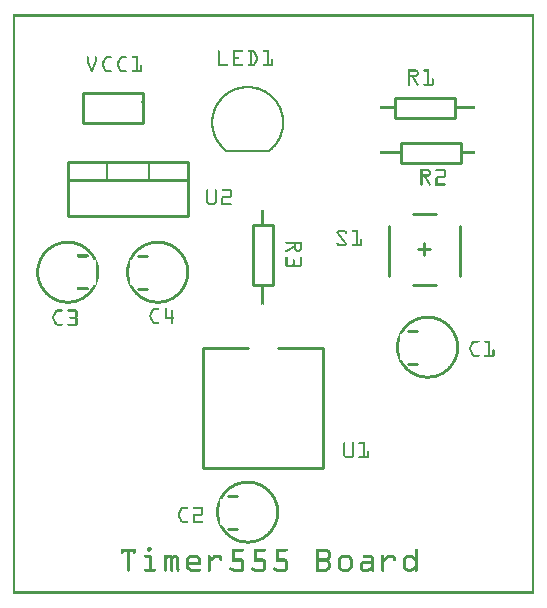
<source format=gto>
G04 MADE WITH FRITZING*
G04 WWW.FRITZING.ORG*
G04 DOUBLE SIDED*
G04 HOLES PLATED*
G04 CONTOUR ON CENTER OF CONTOUR VECTOR*
%ASAXBY*%
%FSLAX23Y23*%
%MOIN*%
%OFA0B0*%
%SFA1.0B1.0*%
%ADD10C,0.010000*%
%ADD11C,0.005000*%
%ADD12C,0.011000*%
%ADD13R,0.001000X0.001000*%
%LNSILK1*%
G90*
G70*
G54D10*
X632Y821D02*
X632Y421D01*
D02*
X632Y421D02*
X1032Y421D01*
D02*
X1032Y421D02*
X1032Y821D01*
D02*
X632Y821D02*
X782Y821D01*
D02*
X882Y821D02*
X1032Y821D01*
D02*
X1473Y1588D02*
X1273Y1588D01*
D02*
X1273Y1588D02*
X1273Y1654D01*
D02*
X1273Y1654D02*
X1473Y1654D01*
D02*
X1473Y1654D02*
X1473Y1588D01*
D02*
X1292Y1504D02*
X1492Y1504D01*
D02*
X1492Y1504D02*
X1492Y1438D01*
D02*
X1492Y1438D02*
X1292Y1438D01*
D02*
X1292Y1438D02*
X1292Y1504D01*
D02*
X799Y1031D02*
X799Y1231D01*
D02*
X799Y1231D02*
X865Y1231D01*
D02*
X865Y1231D02*
X865Y1031D01*
D02*
X865Y1031D02*
X799Y1031D01*
D02*
X1410Y1031D02*
X1332Y1031D01*
D02*
X1489Y1228D02*
X1489Y1061D01*
D02*
X1253Y1228D02*
X1253Y1061D01*
D02*
X1410Y1267D02*
X1332Y1267D01*
D02*
X1391Y1149D02*
X1351Y1149D01*
D02*
X1371Y1130D02*
X1371Y1169D01*
D02*
X182Y1441D02*
X582Y1441D01*
D02*
X582Y1441D02*
X582Y1261D01*
D02*
X582Y1261D02*
X182Y1261D01*
D02*
X182Y1261D02*
X182Y1441D01*
D02*
X182Y1441D02*
X582Y1441D01*
D02*
X582Y1441D02*
X582Y1381D01*
D02*
X582Y1381D02*
X182Y1381D01*
D02*
X182Y1381D02*
X182Y1441D01*
G54D11*
D02*
X312Y1441D02*
X312Y1381D01*
D02*
X452Y1441D02*
X452Y1381D01*
G54D10*
D02*
X432Y1671D02*
X232Y1671D01*
D02*
X232Y1671D02*
X232Y1571D01*
D02*
X232Y1571D02*
X432Y1571D01*
D02*
X432Y1571D02*
X432Y1671D01*
G54D12*
X1317Y877D02*
X1347Y877D01*
D02*
X1317Y767D02*
X1347Y767D01*
D02*
X717Y327D02*
X747Y327D01*
D02*
X717Y217D02*
X747Y217D01*
D02*
X417Y1127D02*
X447Y1127D01*
D02*
X417Y1017D02*
X447Y1017D01*
D02*
G54D13*
X0Y1932D02*
X1737Y1932D01*
X0Y1931D02*
X1737Y1931D01*
X0Y1930D02*
X1737Y1930D01*
X0Y1929D02*
X1737Y1929D01*
X0Y1928D02*
X1737Y1928D01*
X0Y1927D02*
X1737Y1927D01*
X0Y1926D02*
X1737Y1926D01*
X0Y1925D02*
X1737Y1925D01*
X0Y1924D02*
X7Y1924D01*
X1730Y1924D02*
X1737Y1924D01*
X0Y1923D02*
X7Y1923D01*
X1730Y1923D02*
X1737Y1923D01*
X0Y1922D02*
X7Y1922D01*
X1730Y1922D02*
X1737Y1922D01*
X0Y1921D02*
X7Y1921D01*
X1730Y1921D02*
X1737Y1921D01*
X0Y1920D02*
X7Y1920D01*
X1730Y1920D02*
X1737Y1920D01*
X0Y1919D02*
X7Y1919D01*
X1730Y1919D02*
X1737Y1919D01*
X0Y1918D02*
X7Y1918D01*
X1730Y1918D02*
X1737Y1918D01*
X0Y1917D02*
X7Y1917D01*
X1730Y1917D02*
X1737Y1917D01*
X0Y1916D02*
X7Y1916D01*
X1730Y1916D02*
X1737Y1916D01*
X0Y1915D02*
X7Y1915D01*
X1730Y1915D02*
X1737Y1915D01*
X0Y1914D02*
X7Y1914D01*
X1730Y1914D02*
X1737Y1914D01*
X0Y1913D02*
X7Y1913D01*
X1730Y1913D02*
X1737Y1913D01*
X0Y1912D02*
X7Y1912D01*
X1730Y1912D02*
X1737Y1912D01*
X0Y1911D02*
X7Y1911D01*
X1730Y1911D02*
X1737Y1911D01*
X0Y1910D02*
X7Y1910D01*
X1730Y1910D02*
X1737Y1910D01*
X0Y1909D02*
X7Y1909D01*
X1730Y1909D02*
X1737Y1909D01*
X0Y1908D02*
X7Y1908D01*
X1730Y1908D02*
X1737Y1908D01*
X0Y1907D02*
X7Y1907D01*
X1730Y1907D02*
X1737Y1907D01*
X0Y1906D02*
X7Y1906D01*
X1730Y1906D02*
X1737Y1906D01*
X0Y1905D02*
X7Y1905D01*
X1730Y1905D02*
X1737Y1905D01*
X0Y1904D02*
X7Y1904D01*
X1730Y1904D02*
X1737Y1904D01*
X0Y1903D02*
X7Y1903D01*
X1730Y1903D02*
X1737Y1903D01*
X0Y1902D02*
X7Y1902D01*
X1730Y1902D02*
X1737Y1902D01*
X0Y1901D02*
X7Y1901D01*
X1730Y1901D02*
X1737Y1901D01*
X0Y1900D02*
X7Y1900D01*
X1730Y1900D02*
X1737Y1900D01*
X0Y1899D02*
X7Y1899D01*
X1730Y1899D02*
X1737Y1899D01*
X0Y1898D02*
X7Y1898D01*
X1730Y1898D02*
X1737Y1898D01*
X0Y1897D02*
X7Y1897D01*
X1730Y1897D02*
X1737Y1897D01*
X0Y1896D02*
X7Y1896D01*
X1730Y1896D02*
X1737Y1896D01*
X0Y1895D02*
X7Y1895D01*
X1730Y1895D02*
X1737Y1895D01*
X0Y1894D02*
X7Y1894D01*
X1730Y1894D02*
X1737Y1894D01*
X0Y1893D02*
X7Y1893D01*
X1730Y1893D02*
X1737Y1893D01*
X0Y1892D02*
X7Y1892D01*
X1730Y1892D02*
X1737Y1892D01*
X0Y1891D02*
X7Y1891D01*
X1730Y1891D02*
X1737Y1891D01*
X0Y1890D02*
X7Y1890D01*
X1730Y1890D02*
X1737Y1890D01*
X0Y1889D02*
X7Y1889D01*
X1730Y1889D02*
X1737Y1889D01*
X0Y1888D02*
X7Y1888D01*
X1730Y1888D02*
X1737Y1888D01*
X0Y1887D02*
X7Y1887D01*
X1730Y1887D02*
X1737Y1887D01*
X0Y1886D02*
X7Y1886D01*
X1730Y1886D02*
X1737Y1886D01*
X0Y1885D02*
X7Y1885D01*
X1730Y1885D02*
X1737Y1885D01*
X0Y1884D02*
X7Y1884D01*
X1730Y1884D02*
X1737Y1884D01*
X0Y1883D02*
X7Y1883D01*
X1730Y1883D02*
X1737Y1883D01*
X0Y1882D02*
X7Y1882D01*
X1730Y1882D02*
X1737Y1882D01*
X0Y1881D02*
X7Y1881D01*
X1730Y1881D02*
X1737Y1881D01*
X0Y1880D02*
X7Y1880D01*
X1730Y1880D02*
X1737Y1880D01*
X0Y1879D02*
X7Y1879D01*
X1730Y1879D02*
X1737Y1879D01*
X0Y1878D02*
X7Y1878D01*
X1730Y1878D02*
X1737Y1878D01*
X0Y1877D02*
X7Y1877D01*
X1730Y1877D02*
X1737Y1877D01*
X0Y1876D02*
X7Y1876D01*
X1730Y1876D02*
X1737Y1876D01*
X0Y1875D02*
X7Y1875D01*
X1730Y1875D02*
X1737Y1875D01*
X0Y1874D02*
X7Y1874D01*
X1730Y1874D02*
X1737Y1874D01*
X0Y1873D02*
X7Y1873D01*
X1730Y1873D02*
X1737Y1873D01*
X0Y1872D02*
X7Y1872D01*
X1730Y1872D02*
X1737Y1872D01*
X0Y1871D02*
X7Y1871D01*
X1730Y1871D02*
X1737Y1871D01*
X0Y1870D02*
X7Y1870D01*
X1730Y1870D02*
X1737Y1870D01*
X0Y1869D02*
X7Y1869D01*
X1730Y1869D02*
X1737Y1869D01*
X0Y1868D02*
X7Y1868D01*
X1730Y1868D02*
X1737Y1868D01*
X0Y1867D02*
X7Y1867D01*
X1730Y1867D02*
X1737Y1867D01*
X0Y1866D02*
X7Y1866D01*
X1730Y1866D02*
X1737Y1866D01*
X0Y1865D02*
X7Y1865D01*
X1730Y1865D02*
X1737Y1865D01*
X0Y1864D02*
X7Y1864D01*
X1730Y1864D02*
X1737Y1864D01*
X0Y1863D02*
X7Y1863D01*
X1730Y1863D02*
X1737Y1863D01*
X0Y1862D02*
X7Y1862D01*
X1730Y1862D02*
X1737Y1862D01*
X0Y1861D02*
X7Y1861D01*
X1730Y1861D02*
X1737Y1861D01*
X0Y1860D02*
X7Y1860D01*
X1730Y1860D02*
X1737Y1860D01*
X0Y1859D02*
X7Y1859D01*
X1730Y1859D02*
X1737Y1859D01*
X0Y1858D02*
X7Y1858D01*
X1730Y1858D02*
X1737Y1858D01*
X0Y1857D02*
X7Y1857D01*
X1730Y1857D02*
X1737Y1857D01*
X0Y1856D02*
X7Y1856D01*
X1730Y1856D02*
X1737Y1856D01*
X0Y1855D02*
X7Y1855D01*
X1730Y1855D02*
X1737Y1855D01*
X0Y1854D02*
X7Y1854D01*
X1730Y1854D02*
X1737Y1854D01*
X0Y1853D02*
X7Y1853D01*
X1730Y1853D02*
X1737Y1853D01*
X0Y1852D02*
X7Y1852D01*
X1730Y1852D02*
X1737Y1852D01*
X0Y1851D02*
X7Y1851D01*
X1730Y1851D02*
X1737Y1851D01*
X0Y1850D02*
X7Y1850D01*
X1730Y1850D02*
X1737Y1850D01*
X0Y1849D02*
X7Y1849D01*
X1730Y1849D02*
X1737Y1849D01*
X0Y1848D02*
X7Y1848D01*
X1730Y1848D02*
X1737Y1848D01*
X0Y1847D02*
X7Y1847D01*
X1730Y1847D02*
X1737Y1847D01*
X0Y1846D02*
X7Y1846D01*
X1730Y1846D02*
X1737Y1846D01*
X0Y1845D02*
X7Y1845D01*
X1730Y1845D02*
X1737Y1845D01*
X0Y1844D02*
X7Y1844D01*
X1730Y1844D02*
X1737Y1844D01*
X0Y1843D02*
X7Y1843D01*
X1730Y1843D02*
X1737Y1843D01*
X0Y1842D02*
X7Y1842D01*
X1730Y1842D02*
X1737Y1842D01*
X0Y1841D02*
X7Y1841D01*
X1730Y1841D02*
X1737Y1841D01*
X0Y1840D02*
X7Y1840D01*
X1730Y1840D02*
X1737Y1840D01*
X0Y1839D02*
X7Y1839D01*
X1730Y1839D02*
X1737Y1839D01*
X0Y1838D02*
X7Y1838D01*
X1730Y1838D02*
X1737Y1838D01*
X0Y1837D02*
X7Y1837D01*
X1730Y1837D02*
X1737Y1837D01*
X0Y1836D02*
X7Y1836D01*
X1730Y1836D02*
X1737Y1836D01*
X0Y1835D02*
X7Y1835D01*
X1730Y1835D02*
X1737Y1835D01*
X0Y1834D02*
X7Y1834D01*
X1730Y1834D02*
X1737Y1834D01*
X0Y1833D02*
X7Y1833D01*
X1730Y1833D02*
X1737Y1833D01*
X0Y1832D02*
X7Y1832D01*
X1730Y1832D02*
X1737Y1832D01*
X0Y1831D02*
X7Y1831D01*
X1730Y1831D02*
X1737Y1831D01*
X0Y1830D02*
X7Y1830D01*
X1730Y1830D02*
X1737Y1830D01*
X0Y1829D02*
X7Y1829D01*
X1730Y1829D02*
X1737Y1829D01*
X0Y1828D02*
X7Y1828D01*
X1730Y1828D02*
X1737Y1828D01*
X0Y1827D02*
X7Y1827D01*
X1730Y1827D02*
X1737Y1827D01*
X0Y1826D02*
X7Y1826D01*
X1730Y1826D02*
X1737Y1826D01*
X0Y1825D02*
X7Y1825D01*
X1730Y1825D02*
X1737Y1825D01*
X0Y1824D02*
X7Y1824D01*
X1730Y1824D02*
X1737Y1824D01*
X0Y1823D02*
X7Y1823D01*
X1730Y1823D02*
X1737Y1823D01*
X0Y1822D02*
X7Y1822D01*
X1730Y1822D02*
X1737Y1822D01*
X0Y1821D02*
X7Y1821D01*
X1730Y1821D02*
X1737Y1821D01*
X0Y1820D02*
X7Y1820D01*
X1730Y1820D02*
X1737Y1820D01*
X0Y1819D02*
X7Y1819D01*
X1730Y1819D02*
X1737Y1819D01*
X0Y1818D02*
X7Y1818D01*
X1730Y1818D02*
X1737Y1818D01*
X0Y1817D02*
X7Y1817D01*
X1730Y1817D02*
X1737Y1817D01*
X0Y1816D02*
X7Y1816D01*
X1730Y1816D02*
X1737Y1816D01*
X0Y1815D02*
X7Y1815D01*
X1730Y1815D02*
X1737Y1815D01*
X0Y1814D02*
X7Y1814D01*
X1730Y1814D02*
X1737Y1814D01*
X0Y1813D02*
X7Y1813D01*
X1730Y1813D02*
X1737Y1813D01*
X0Y1812D02*
X7Y1812D01*
X683Y1812D02*
X686Y1812D01*
X732Y1812D02*
X764Y1812D01*
X783Y1812D02*
X801Y1812D01*
X834Y1812D02*
X852Y1812D01*
X1730Y1812D02*
X1737Y1812D01*
X0Y1811D02*
X7Y1811D01*
X682Y1811D02*
X687Y1811D01*
X732Y1811D02*
X765Y1811D01*
X783Y1811D02*
X803Y1811D01*
X833Y1811D02*
X852Y1811D01*
X1730Y1811D02*
X1737Y1811D01*
X0Y1810D02*
X7Y1810D01*
X682Y1810D02*
X688Y1810D01*
X732Y1810D02*
X765Y1810D01*
X782Y1810D02*
X804Y1810D01*
X832Y1810D02*
X852Y1810D01*
X1730Y1810D02*
X1737Y1810D01*
X0Y1809D02*
X7Y1809D01*
X682Y1809D02*
X688Y1809D01*
X732Y1809D02*
X765Y1809D01*
X782Y1809D02*
X805Y1809D01*
X832Y1809D02*
X852Y1809D01*
X1730Y1809D02*
X1737Y1809D01*
X0Y1808D02*
X7Y1808D01*
X682Y1808D02*
X688Y1808D01*
X732Y1808D02*
X765Y1808D01*
X782Y1808D02*
X806Y1808D01*
X833Y1808D02*
X852Y1808D01*
X1730Y1808D02*
X1737Y1808D01*
X0Y1807D02*
X7Y1807D01*
X682Y1807D02*
X688Y1807D01*
X732Y1807D02*
X764Y1807D01*
X783Y1807D02*
X807Y1807D01*
X833Y1807D02*
X852Y1807D01*
X1730Y1807D02*
X1737Y1807D01*
X0Y1806D02*
X7Y1806D01*
X682Y1806D02*
X688Y1806D01*
X732Y1806D02*
X763Y1806D01*
X785Y1806D02*
X807Y1806D01*
X835Y1806D02*
X852Y1806D01*
X1730Y1806D02*
X1737Y1806D01*
X0Y1805D02*
X7Y1805D01*
X682Y1805D02*
X688Y1805D01*
X732Y1805D02*
X738Y1805D01*
X789Y1805D02*
X795Y1805D01*
X801Y1805D02*
X808Y1805D01*
X846Y1805D02*
X852Y1805D01*
X1730Y1805D02*
X1737Y1805D01*
X0Y1804D02*
X7Y1804D01*
X682Y1804D02*
X688Y1804D01*
X732Y1804D02*
X738Y1804D01*
X789Y1804D02*
X795Y1804D01*
X801Y1804D02*
X808Y1804D01*
X846Y1804D02*
X852Y1804D01*
X1730Y1804D02*
X1737Y1804D01*
X0Y1803D02*
X7Y1803D01*
X682Y1803D02*
X688Y1803D01*
X732Y1803D02*
X738Y1803D01*
X789Y1803D02*
X795Y1803D01*
X802Y1803D02*
X809Y1803D01*
X846Y1803D02*
X852Y1803D01*
X1730Y1803D02*
X1737Y1803D01*
X0Y1802D02*
X7Y1802D01*
X682Y1802D02*
X688Y1802D01*
X732Y1802D02*
X738Y1802D01*
X789Y1802D02*
X795Y1802D01*
X802Y1802D02*
X809Y1802D01*
X846Y1802D02*
X852Y1802D01*
X1730Y1802D02*
X1737Y1802D01*
X0Y1801D02*
X7Y1801D01*
X682Y1801D02*
X688Y1801D01*
X732Y1801D02*
X738Y1801D01*
X789Y1801D02*
X795Y1801D01*
X803Y1801D02*
X810Y1801D01*
X846Y1801D02*
X852Y1801D01*
X1730Y1801D02*
X1737Y1801D01*
X0Y1800D02*
X7Y1800D01*
X682Y1800D02*
X688Y1800D01*
X732Y1800D02*
X738Y1800D01*
X789Y1800D02*
X795Y1800D01*
X803Y1800D02*
X810Y1800D01*
X846Y1800D02*
X852Y1800D01*
X1730Y1800D02*
X1737Y1800D01*
X0Y1799D02*
X7Y1799D01*
X682Y1799D02*
X688Y1799D01*
X732Y1799D02*
X738Y1799D01*
X789Y1799D02*
X795Y1799D01*
X804Y1799D02*
X811Y1799D01*
X846Y1799D02*
X852Y1799D01*
X1730Y1799D02*
X1737Y1799D01*
X0Y1798D02*
X7Y1798D01*
X682Y1798D02*
X688Y1798D01*
X732Y1798D02*
X738Y1798D01*
X789Y1798D02*
X795Y1798D01*
X804Y1798D02*
X811Y1798D01*
X846Y1798D02*
X852Y1798D01*
X1730Y1798D02*
X1737Y1798D01*
X0Y1797D02*
X7Y1797D01*
X682Y1797D02*
X688Y1797D01*
X732Y1797D02*
X738Y1797D01*
X789Y1797D02*
X795Y1797D01*
X805Y1797D02*
X812Y1797D01*
X846Y1797D02*
X852Y1797D01*
X1730Y1797D02*
X1737Y1797D01*
X0Y1796D02*
X7Y1796D01*
X682Y1796D02*
X688Y1796D01*
X732Y1796D02*
X738Y1796D01*
X789Y1796D02*
X795Y1796D01*
X806Y1796D02*
X812Y1796D01*
X846Y1796D02*
X852Y1796D01*
X1730Y1796D02*
X1737Y1796D01*
X0Y1795D02*
X7Y1795D01*
X682Y1795D02*
X688Y1795D01*
X732Y1795D02*
X738Y1795D01*
X789Y1795D02*
X795Y1795D01*
X806Y1795D02*
X813Y1795D01*
X846Y1795D02*
X852Y1795D01*
X1730Y1795D02*
X1737Y1795D01*
X0Y1794D02*
X7Y1794D01*
X682Y1794D02*
X688Y1794D01*
X732Y1794D02*
X738Y1794D01*
X789Y1794D02*
X795Y1794D01*
X807Y1794D02*
X813Y1794D01*
X846Y1794D02*
X852Y1794D01*
X1730Y1794D02*
X1737Y1794D01*
X0Y1793D02*
X7Y1793D01*
X682Y1793D02*
X688Y1793D01*
X732Y1793D02*
X738Y1793D01*
X789Y1793D02*
X795Y1793D01*
X807Y1793D02*
X814Y1793D01*
X846Y1793D02*
X852Y1793D01*
X1730Y1793D02*
X1737Y1793D01*
X0Y1792D02*
X7Y1792D01*
X247Y1792D02*
X249Y1792D01*
X274Y1792D02*
X277Y1792D01*
X310Y1792D02*
X327Y1792D01*
X360Y1792D02*
X377Y1792D01*
X397Y1792D02*
X415Y1792D01*
X682Y1792D02*
X688Y1792D01*
X732Y1792D02*
X738Y1792D01*
X789Y1792D02*
X795Y1792D01*
X808Y1792D02*
X814Y1792D01*
X846Y1792D02*
X852Y1792D01*
X1730Y1792D02*
X1737Y1792D01*
X0Y1791D02*
X7Y1791D01*
X246Y1791D02*
X251Y1791D01*
X273Y1791D02*
X278Y1791D01*
X308Y1791D02*
X328Y1791D01*
X358Y1791D02*
X378Y1791D01*
X396Y1791D02*
X415Y1791D01*
X682Y1791D02*
X688Y1791D01*
X732Y1791D02*
X738Y1791D01*
X789Y1791D02*
X795Y1791D01*
X808Y1791D02*
X815Y1791D01*
X846Y1791D02*
X852Y1791D01*
X1730Y1791D02*
X1737Y1791D01*
X0Y1790D02*
X7Y1790D01*
X245Y1790D02*
X251Y1790D01*
X273Y1790D02*
X279Y1790D01*
X307Y1790D02*
X329Y1790D01*
X357Y1790D02*
X379Y1790D01*
X396Y1790D02*
X415Y1790D01*
X682Y1790D02*
X688Y1790D01*
X732Y1790D02*
X738Y1790D01*
X789Y1790D02*
X795Y1790D01*
X809Y1790D02*
X815Y1790D01*
X846Y1790D02*
X852Y1790D01*
X1730Y1790D02*
X1737Y1790D01*
X0Y1789D02*
X7Y1789D01*
X245Y1789D02*
X251Y1789D01*
X273Y1789D02*
X279Y1789D01*
X306Y1789D02*
X329Y1789D01*
X356Y1789D02*
X379Y1789D01*
X396Y1789D02*
X415Y1789D01*
X682Y1789D02*
X688Y1789D01*
X732Y1789D02*
X750Y1789D01*
X789Y1789D02*
X795Y1789D01*
X809Y1789D02*
X815Y1789D01*
X846Y1789D02*
X852Y1789D01*
X1730Y1789D02*
X1737Y1789D01*
X0Y1788D02*
X7Y1788D01*
X245Y1788D02*
X251Y1788D01*
X273Y1788D02*
X279Y1788D01*
X305Y1788D02*
X329Y1788D01*
X355Y1788D02*
X379Y1788D01*
X396Y1788D02*
X415Y1788D01*
X682Y1788D02*
X688Y1788D01*
X732Y1788D02*
X751Y1788D01*
X789Y1788D02*
X795Y1788D01*
X809Y1788D02*
X815Y1788D01*
X846Y1788D02*
X852Y1788D01*
X1730Y1788D02*
X1737Y1788D01*
X0Y1787D02*
X7Y1787D01*
X245Y1787D02*
X251Y1787D01*
X273Y1787D02*
X279Y1787D01*
X304Y1787D02*
X328Y1787D01*
X354Y1787D02*
X378Y1787D01*
X396Y1787D02*
X415Y1787D01*
X682Y1787D02*
X688Y1787D01*
X732Y1787D02*
X751Y1787D01*
X789Y1787D02*
X795Y1787D01*
X809Y1787D02*
X816Y1787D01*
X846Y1787D02*
X852Y1787D01*
X1730Y1787D02*
X1737Y1787D01*
X0Y1786D02*
X7Y1786D01*
X245Y1786D02*
X251Y1786D01*
X273Y1786D02*
X279Y1786D01*
X304Y1786D02*
X327Y1786D01*
X354Y1786D02*
X377Y1786D01*
X398Y1786D02*
X415Y1786D01*
X682Y1786D02*
X688Y1786D01*
X732Y1786D02*
X752Y1786D01*
X789Y1786D02*
X795Y1786D01*
X810Y1786D02*
X816Y1786D01*
X846Y1786D02*
X852Y1786D01*
X1730Y1786D02*
X1737Y1786D01*
X0Y1785D02*
X7Y1785D01*
X245Y1785D02*
X251Y1785D01*
X273Y1785D02*
X279Y1785D01*
X303Y1785D02*
X311Y1785D01*
X353Y1785D02*
X361Y1785D01*
X409Y1785D02*
X415Y1785D01*
X682Y1785D02*
X688Y1785D01*
X732Y1785D02*
X751Y1785D01*
X789Y1785D02*
X795Y1785D01*
X810Y1785D02*
X816Y1785D01*
X846Y1785D02*
X852Y1785D01*
X1730Y1785D02*
X1737Y1785D01*
X0Y1784D02*
X7Y1784D01*
X245Y1784D02*
X251Y1784D01*
X273Y1784D02*
X279Y1784D01*
X303Y1784D02*
X310Y1784D01*
X353Y1784D02*
X360Y1784D01*
X409Y1784D02*
X415Y1784D01*
X682Y1784D02*
X688Y1784D01*
X732Y1784D02*
X751Y1784D01*
X789Y1784D02*
X795Y1784D01*
X809Y1784D02*
X816Y1784D01*
X846Y1784D02*
X852Y1784D01*
X1730Y1784D02*
X1737Y1784D01*
X0Y1783D02*
X7Y1783D01*
X245Y1783D02*
X251Y1783D01*
X273Y1783D02*
X279Y1783D01*
X302Y1783D02*
X309Y1783D01*
X352Y1783D02*
X359Y1783D01*
X409Y1783D02*
X415Y1783D01*
X682Y1783D02*
X688Y1783D01*
X732Y1783D02*
X750Y1783D01*
X789Y1783D02*
X795Y1783D01*
X809Y1783D02*
X815Y1783D01*
X846Y1783D02*
X852Y1783D01*
X862Y1783D02*
X864Y1783D01*
X1730Y1783D02*
X1737Y1783D01*
X0Y1782D02*
X7Y1782D01*
X245Y1782D02*
X251Y1782D01*
X273Y1782D02*
X279Y1782D01*
X302Y1782D02*
X309Y1782D01*
X352Y1782D02*
X359Y1782D01*
X409Y1782D02*
X415Y1782D01*
X682Y1782D02*
X688Y1782D01*
X732Y1782D02*
X738Y1782D01*
X789Y1782D02*
X795Y1782D01*
X809Y1782D02*
X815Y1782D01*
X846Y1782D02*
X852Y1782D01*
X861Y1782D02*
X865Y1782D01*
X1730Y1782D02*
X1737Y1782D01*
X0Y1781D02*
X7Y1781D01*
X245Y1781D02*
X251Y1781D01*
X273Y1781D02*
X279Y1781D01*
X301Y1781D02*
X308Y1781D01*
X351Y1781D02*
X358Y1781D01*
X409Y1781D02*
X415Y1781D01*
X682Y1781D02*
X688Y1781D01*
X732Y1781D02*
X738Y1781D01*
X789Y1781D02*
X795Y1781D01*
X808Y1781D02*
X815Y1781D01*
X846Y1781D02*
X852Y1781D01*
X860Y1781D02*
X866Y1781D01*
X1730Y1781D02*
X1737Y1781D01*
X0Y1780D02*
X7Y1780D01*
X245Y1780D02*
X251Y1780D01*
X273Y1780D02*
X279Y1780D01*
X301Y1780D02*
X308Y1780D01*
X351Y1780D02*
X358Y1780D01*
X409Y1780D02*
X415Y1780D01*
X682Y1780D02*
X688Y1780D01*
X732Y1780D02*
X738Y1780D01*
X789Y1780D02*
X795Y1780D01*
X808Y1780D02*
X814Y1780D01*
X846Y1780D02*
X852Y1780D01*
X860Y1780D02*
X866Y1780D01*
X1730Y1780D02*
X1737Y1780D01*
X0Y1779D02*
X7Y1779D01*
X245Y1779D02*
X251Y1779D01*
X273Y1779D02*
X279Y1779D01*
X300Y1779D02*
X307Y1779D01*
X350Y1779D02*
X357Y1779D01*
X409Y1779D02*
X415Y1779D01*
X682Y1779D02*
X688Y1779D01*
X732Y1779D02*
X738Y1779D01*
X789Y1779D02*
X795Y1779D01*
X807Y1779D02*
X814Y1779D01*
X846Y1779D02*
X852Y1779D01*
X860Y1779D02*
X866Y1779D01*
X1730Y1779D02*
X1737Y1779D01*
X0Y1778D02*
X7Y1778D01*
X245Y1778D02*
X251Y1778D01*
X273Y1778D02*
X279Y1778D01*
X300Y1778D02*
X307Y1778D01*
X350Y1778D02*
X357Y1778D01*
X409Y1778D02*
X415Y1778D01*
X682Y1778D02*
X688Y1778D01*
X732Y1778D02*
X738Y1778D01*
X789Y1778D02*
X795Y1778D01*
X807Y1778D02*
X814Y1778D01*
X846Y1778D02*
X852Y1778D01*
X860Y1778D02*
X866Y1778D01*
X1730Y1778D02*
X1737Y1778D01*
X0Y1777D02*
X7Y1777D01*
X245Y1777D02*
X252Y1777D01*
X272Y1777D02*
X279Y1777D01*
X299Y1777D02*
X306Y1777D01*
X349Y1777D02*
X356Y1777D01*
X409Y1777D02*
X415Y1777D01*
X682Y1777D02*
X688Y1777D01*
X732Y1777D02*
X738Y1777D01*
X789Y1777D02*
X795Y1777D01*
X806Y1777D02*
X813Y1777D01*
X846Y1777D02*
X852Y1777D01*
X860Y1777D02*
X866Y1777D01*
X1730Y1777D02*
X1737Y1777D01*
X0Y1776D02*
X7Y1776D01*
X245Y1776D02*
X252Y1776D01*
X272Y1776D02*
X279Y1776D01*
X299Y1776D02*
X306Y1776D01*
X349Y1776D02*
X356Y1776D01*
X409Y1776D02*
X415Y1776D01*
X682Y1776D02*
X688Y1776D01*
X732Y1776D02*
X738Y1776D01*
X789Y1776D02*
X795Y1776D01*
X806Y1776D02*
X813Y1776D01*
X846Y1776D02*
X852Y1776D01*
X860Y1776D02*
X866Y1776D01*
X1730Y1776D02*
X1737Y1776D01*
X0Y1775D02*
X7Y1775D01*
X246Y1775D02*
X252Y1775D01*
X272Y1775D02*
X278Y1775D01*
X298Y1775D02*
X305Y1775D01*
X348Y1775D02*
X355Y1775D01*
X409Y1775D02*
X415Y1775D01*
X682Y1775D02*
X688Y1775D01*
X732Y1775D02*
X738Y1775D01*
X789Y1775D02*
X795Y1775D01*
X805Y1775D02*
X812Y1775D01*
X846Y1775D02*
X852Y1775D01*
X860Y1775D02*
X866Y1775D01*
X1730Y1775D02*
X1737Y1775D01*
X0Y1774D02*
X7Y1774D01*
X246Y1774D02*
X253Y1774D01*
X271Y1774D02*
X278Y1774D01*
X298Y1774D02*
X305Y1774D01*
X348Y1774D02*
X355Y1774D01*
X409Y1774D02*
X415Y1774D01*
X682Y1774D02*
X688Y1774D01*
X732Y1774D02*
X738Y1774D01*
X789Y1774D02*
X795Y1774D01*
X805Y1774D02*
X812Y1774D01*
X846Y1774D02*
X852Y1774D01*
X860Y1774D02*
X866Y1774D01*
X1730Y1774D02*
X1737Y1774D01*
X0Y1773D02*
X7Y1773D01*
X247Y1773D02*
X253Y1773D01*
X271Y1773D02*
X277Y1773D01*
X297Y1773D02*
X304Y1773D01*
X347Y1773D02*
X354Y1773D01*
X409Y1773D02*
X415Y1773D01*
X682Y1773D02*
X688Y1773D01*
X732Y1773D02*
X738Y1773D01*
X789Y1773D02*
X795Y1773D01*
X804Y1773D02*
X811Y1773D01*
X846Y1773D02*
X852Y1773D01*
X860Y1773D02*
X866Y1773D01*
X1730Y1773D02*
X1737Y1773D01*
X0Y1772D02*
X7Y1772D01*
X247Y1772D02*
X253Y1772D01*
X270Y1772D02*
X277Y1772D01*
X297Y1772D02*
X304Y1772D01*
X347Y1772D02*
X354Y1772D01*
X409Y1772D02*
X415Y1772D01*
X682Y1772D02*
X688Y1772D01*
X732Y1772D02*
X738Y1772D01*
X789Y1772D02*
X795Y1772D01*
X804Y1772D02*
X811Y1772D01*
X846Y1772D02*
X852Y1772D01*
X860Y1772D02*
X866Y1772D01*
X1730Y1772D02*
X1737Y1772D01*
X0Y1771D02*
X7Y1771D01*
X247Y1771D02*
X254Y1771D01*
X270Y1771D02*
X277Y1771D01*
X296Y1771D02*
X303Y1771D01*
X347Y1771D02*
X353Y1771D01*
X409Y1771D02*
X415Y1771D01*
X682Y1771D02*
X688Y1771D01*
X732Y1771D02*
X738Y1771D01*
X789Y1771D02*
X795Y1771D01*
X803Y1771D02*
X810Y1771D01*
X846Y1771D02*
X852Y1771D01*
X860Y1771D02*
X866Y1771D01*
X1730Y1771D02*
X1737Y1771D01*
X0Y1770D02*
X7Y1770D01*
X248Y1770D02*
X254Y1770D01*
X270Y1770D02*
X276Y1770D01*
X296Y1770D02*
X303Y1770D01*
X346Y1770D02*
X353Y1770D01*
X409Y1770D02*
X415Y1770D01*
X682Y1770D02*
X688Y1770D01*
X732Y1770D02*
X738Y1770D01*
X789Y1770D02*
X795Y1770D01*
X803Y1770D02*
X810Y1770D01*
X846Y1770D02*
X852Y1770D01*
X860Y1770D02*
X866Y1770D01*
X1730Y1770D02*
X1737Y1770D01*
X0Y1769D02*
X7Y1769D01*
X248Y1769D02*
X255Y1769D01*
X269Y1769D02*
X276Y1769D01*
X296Y1769D02*
X302Y1769D01*
X346Y1769D02*
X352Y1769D01*
X409Y1769D02*
X415Y1769D01*
X682Y1769D02*
X688Y1769D01*
X732Y1769D02*
X738Y1769D01*
X789Y1769D02*
X795Y1769D01*
X802Y1769D02*
X809Y1769D01*
X846Y1769D02*
X852Y1769D01*
X860Y1769D02*
X866Y1769D01*
X1730Y1769D02*
X1737Y1769D01*
X0Y1768D02*
X7Y1768D01*
X248Y1768D02*
X255Y1768D01*
X269Y1768D02*
X275Y1768D01*
X296Y1768D02*
X302Y1768D01*
X346Y1768D02*
X352Y1768D01*
X409Y1768D02*
X415Y1768D01*
X682Y1768D02*
X688Y1768D01*
X732Y1768D02*
X738Y1768D01*
X789Y1768D02*
X795Y1768D01*
X802Y1768D02*
X809Y1768D01*
X846Y1768D02*
X852Y1768D01*
X860Y1768D02*
X866Y1768D01*
X1730Y1768D02*
X1737Y1768D01*
X0Y1767D02*
X7Y1767D01*
X249Y1767D02*
X255Y1767D01*
X268Y1767D02*
X275Y1767D01*
X295Y1767D02*
X302Y1767D01*
X346Y1767D02*
X352Y1767D01*
X409Y1767D02*
X415Y1767D01*
X682Y1767D02*
X688Y1767D01*
X732Y1767D02*
X738Y1767D01*
X789Y1767D02*
X795Y1767D01*
X801Y1767D02*
X808Y1767D01*
X846Y1767D02*
X852Y1767D01*
X860Y1767D02*
X866Y1767D01*
X1730Y1767D02*
X1737Y1767D01*
X0Y1766D02*
X7Y1766D01*
X249Y1766D02*
X256Y1766D01*
X268Y1766D02*
X275Y1766D01*
X295Y1766D02*
X301Y1766D01*
X346Y1766D02*
X352Y1766D01*
X409Y1766D02*
X415Y1766D01*
X682Y1766D02*
X688Y1766D01*
X732Y1766D02*
X738Y1766D01*
X789Y1766D02*
X795Y1766D01*
X800Y1766D02*
X808Y1766D01*
X846Y1766D02*
X852Y1766D01*
X860Y1766D02*
X866Y1766D01*
X1730Y1766D02*
X1737Y1766D01*
X0Y1765D02*
X7Y1765D01*
X250Y1765D02*
X256Y1765D01*
X268Y1765D02*
X274Y1765D01*
X295Y1765D02*
X301Y1765D01*
X346Y1765D02*
X352Y1765D01*
X409Y1765D02*
X415Y1765D01*
X682Y1765D02*
X714Y1765D01*
X732Y1765D02*
X764Y1765D01*
X784Y1765D02*
X807Y1765D01*
X834Y1765D02*
X866Y1765D01*
X1730Y1765D02*
X1737Y1765D01*
X0Y1764D02*
X7Y1764D01*
X250Y1764D02*
X257Y1764D01*
X267Y1764D02*
X274Y1764D01*
X295Y1764D02*
X302Y1764D01*
X346Y1764D02*
X352Y1764D01*
X409Y1764D02*
X415Y1764D01*
X682Y1764D02*
X715Y1764D01*
X732Y1764D02*
X765Y1764D01*
X783Y1764D02*
X807Y1764D01*
X833Y1764D02*
X866Y1764D01*
X1730Y1764D02*
X1737Y1764D01*
X0Y1763D02*
X7Y1763D01*
X250Y1763D02*
X257Y1763D01*
X267Y1763D02*
X273Y1763D01*
X296Y1763D02*
X302Y1763D01*
X346Y1763D02*
X352Y1763D01*
X409Y1763D02*
X415Y1763D01*
X426Y1763D02*
X426Y1763D01*
X682Y1763D02*
X715Y1763D01*
X732Y1763D02*
X765Y1763D01*
X782Y1763D02*
X806Y1763D01*
X832Y1763D02*
X866Y1763D01*
X1730Y1763D02*
X1737Y1763D01*
X0Y1762D02*
X7Y1762D01*
X251Y1762D02*
X257Y1762D01*
X267Y1762D02*
X273Y1762D01*
X296Y1762D02*
X302Y1762D01*
X346Y1762D02*
X352Y1762D01*
X409Y1762D02*
X415Y1762D01*
X424Y1762D02*
X428Y1762D01*
X682Y1762D02*
X715Y1762D01*
X732Y1762D02*
X765Y1762D01*
X782Y1762D02*
X805Y1762D01*
X832Y1762D02*
X866Y1762D01*
X1730Y1762D02*
X1737Y1762D01*
X0Y1761D02*
X7Y1761D01*
X251Y1761D02*
X258Y1761D01*
X266Y1761D02*
X273Y1761D01*
X296Y1761D02*
X303Y1761D01*
X346Y1761D02*
X353Y1761D01*
X409Y1761D02*
X415Y1761D01*
X424Y1761D02*
X429Y1761D01*
X682Y1761D02*
X715Y1761D01*
X732Y1761D02*
X765Y1761D01*
X782Y1761D02*
X804Y1761D01*
X833Y1761D02*
X866Y1761D01*
X1730Y1761D02*
X1737Y1761D01*
X0Y1760D02*
X7Y1760D01*
X252Y1760D02*
X258Y1760D01*
X266Y1760D02*
X272Y1760D01*
X296Y1760D02*
X303Y1760D01*
X347Y1760D02*
X353Y1760D01*
X409Y1760D02*
X415Y1760D01*
X423Y1760D02*
X429Y1760D01*
X682Y1760D02*
X714Y1760D01*
X732Y1760D02*
X765Y1760D01*
X783Y1760D02*
X802Y1760D01*
X833Y1760D02*
X865Y1760D01*
X1730Y1760D02*
X1737Y1760D01*
X0Y1759D02*
X7Y1759D01*
X252Y1759D02*
X259Y1759D01*
X265Y1759D02*
X272Y1759D01*
X297Y1759D02*
X304Y1759D01*
X347Y1759D02*
X354Y1759D01*
X409Y1759D02*
X415Y1759D01*
X423Y1759D02*
X429Y1759D01*
X682Y1759D02*
X713Y1759D01*
X732Y1759D02*
X763Y1759D01*
X784Y1759D02*
X800Y1759D01*
X834Y1759D02*
X864Y1759D01*
X1730Y1759D02*
X1737Y1759D01*
X0Y1758D02*
X7Y1758D01*
X252Y1758D02*
X259Y1758D01*
X265Y1758D02*
X272Y1758D01*
X297Y1758D02*
X304Y1758D01*
X347Y1758D02*
X354Y1758D01*
X409Y1758D02*
X415Y1758D01*
X423Y1758D02*
X429Y1758D01*
X1730Y1758D02*
X1737Y1758D01*
X0Y1757D02*
X7Y1757D01*
X253Y1757D02*
X259Y1757D01*
X265Y1757D02*
X271Y1757D01*
X298Y1757D02*
X305Y1757D01*
X348Y1757D02*
X355Y1757D01*
X409Y1757D02*
X415Y1757D01*
X423Y1757D02*
X429Y1757D01*
X1730Y1757D02*
X1737Y1757D01*
X0Y1756D02*
X7Y1756D01*
X253Y1756D02*
X260Y1756D01*
X264Y1756D02*
X271Y1756D01*
X298Y1756D02*
X305Y1756D01*
X348Y1756D02*
X355Y1756D01*
X409Y1756D02*
X415Y1756D01*
X423Y1756D02*
X429Y1756D01*
X1730Y1756D02*
X1737Y1756D01*
X0Y1755D02*
X7Y1755D01*
X254Y1755D02*
X260Y1755D01*
X264Y1755D02*
X270Y1755D01*
X299Y1755D02*
X306Y1755D01*
X349Y1755D02*
X356Y1755D01*
X409Y1755D02*
X415Y1755D01*
X423Y1755D02*
X429Y1755D01*
X1730Y1755D02*
X1737Y1755D01*
X0Y1754D02*
X7Y1754D01*
X254Y1754D02*
X261Y1754D01*
X263Y1754D02*
X270Y1754D01*
X299Y1754D02*
X306Y1754D01*
X349Y1754D02*
X356Y1754D01*
X409Y1754D02*
X415Y1754D01*
X423Y1754D02*
X429Y1754D01*
X1730Y1754D02*
X1737Y1754D01*
X0Y1753D02*
X7Y1753D01*
X254Y1753D02*
X261Y1753D01*
X263Y1753D02*
X270Y1753D01*
X300Y1753D02*
X307Y1753D01*
X350Y1753D02*
X357Y1753D01*
X409Y1753D02*
X415Y1753D01*
X423Y1753D02*
X429Y1753D01*
X1730Y1753D02*
X1737Y1753D01*
X0Y1752D02*
X7Y1752D01*
X255Y1752D02*
X269Y1752D01*
X300Y1752D02*
X307Y1752D01*
X350Y1752D02*
X357Y1752D01*
X409Y1752D02*
X415Y1752D01*
X423Y1752D02*
X429Y1752D01*
X1730Y1752D02*
X1737Y1752D01*
X0Y1751D02*
X7Y1751D01*
X255Y1751D02*
X269Y1751D01*
X301Y1751D02*
X308Y1751D01*
X351Y1751D02*
X358Y1751D01*
X409Y1751D02*
X415Y1751D01*
X423Y1751D02*
X429Y1751D01*
X1730Y1751D02*
X1737Y1751D01*
X0Y1750D02*
X7Y1750D01*
X255Y1750D02*
X268Y1750D01*
X301Y1750D02*
X308Y1750D01*
X351Y1750D02*
X358Y1750D01*
X409Y1750D02*
X415Y1750D01*
X423Y1750D02*
X429Y1750D01*
X1730Y1750D02*
X1737Y1750D01*
X0Y1749D02*
X7Y1749D01*
X256Y1749D02*
X268Y1749D01*
X302Y1749D02*
X309Y1749D01*
X352Y1749D02*
X359Y1749D01*
X409Y1749D02*
X415Y1749D01*
X423Y1749D02*
X429Y1749D01*
X1730Y1749D02*
X1737Y1749D01*
X0Y1748D02*
X7Y1748D01*
X256Y1748D02*
X268Y1748D01*
X302Y1748D02*
X309Y1748D01*
X352Y1748D02*
X359Y1748D01*
X409Y1748D02*
X415Y1748D01*
X423Y1748D02*
X429Y1748D01*
X1318Y1748D02*
X1342Y1748D01*
X1370Y1748D02*
X1387Y1748D01*
X1730Y1748D02*
X1737Y1748D01*
X0Y1747D02*
X7Y1747D01*
X257Y1747D02*
X267Y1747D01*
X303Y1747D02*
X310Y1747D01*
X353Y1747D02*
X360Y1747D01*
X409Y1747D02*
X415Y1747D01*
X423Y1747D02*
X429Y1747D01*
X1317Y1747D02*
X1345Y1747D01*
X1368Y1747D02*
X1387Y1747D01*
X1730Y1747D02*
X1737Y1747D01*
X0Y1746D02*
X7Y1746D01*
X257Y1746D02*
X267Y1746D01*
X303Y1746D02*
X311Y1746D01*
X353Y1746D02*
X361Y1746D01*
X409Y1746D02*
X415Y1746D01*
X423Y1746D02*
X429Y1746D01*
X1317Y1746D02*
X1347Y1746D01*
X1368Y1746D02*
X1387Y1746D01*
X1730Y1746D02*
X1737Y1746D01*
X0Y1745D02*
X7Y1745D01*
X257Y1745D02*
X266Y1745D01*
X304Y1745D02*
X327Y1745D01*
X354Y1745D02*
X377Y1745D01*
X398Y1745D02*
X429Y1745D01*
X1317Y1745D02*
X1348Y1745D01*
X1368Y1745D02*
X1387Y1745D01*
X1730Y1745D02*
X1737Y1745D01*
X0Y1744D02*
X7Y1744D01*
X258Y1744D02*
X266Y1744D01*
X304Y1744D02*
X328Y1744D01*
X354Y1744D02*
X378Y1744D01*
X397Y1744D02*
X429Y1744D01*
X1317Y1744D02*
X1349Y1744D01*
X1368Y1744D02*
X1387Y1744D01*
X1730Y1744D02*
X1737Y1744D01*
X0Y1743D02*
X7Y1743D01*
X258Y1743D02*
X266Y1743D01*
X305Y1743D02*
X329Y1743D01*
X355Y1743D02*
X379Y1743D01*
X396Y1743D02*
X429Y1743D01*
X1317Y1743D02*
X1349Y1743D01*
X1368Y1743D02*
X1387Y1743D01*
X1730Y1743D02*
X1737Y1743D01*
X0Y1742D02*
X7Y1742D01*
X259Y1742D02*
X265Y1742D01*
X306Y1742D02*
X329Y1742D01*
X356Y1742D02*
X379Y1742D01*
X396Y1742D02*
X429Y1742D01*
X1317Y1742D02*
X1350Y1742D01*
X1369Y1742D02*
X1387Y1742D01*
X1730Y1742D02*
X1737Y1742D01*
X0Y1741D02*
X7Y1741D01*
X259Y1741D02*
X265Y1741D01*
X307Y1741D02*
X329Y1741D01*
X357Y1741D02*
X379Y1741D01*
X396Y1741D02*
X429Y1741D01*
X1317Y1741D02*
X1324Y1741D01*
X1342Y1741D02*
X1350Y1741D01*
X1381Y1741D02*
X1387Y1741D01*
X1730Y1741D02*
X1737Y1741D01*
X0Y1740D02*
X7Y1740D01*
X259Y1740D02*
X264Y1740D01*
X308Y1740D02*
X328Y1740D01*
X358Y1740D02*
X378Y1740D01*
X396Y1740D02*
X429Y1740D01*
X1317Y1740D02*
X1323Y1740D01*
X1344Y1740D02*
X1351Y1740D01*
X1381Y1740D02*
X1387Y1740D01*
X1730Y1740D02*
X1737Y1740D01*
X0Y1739D02*
X7Y1739D01*
X260Y1739D02*
X263Y1739D01*
X310Y1739D02*
X327Y1739D01*
X360Y1739D02*
X377Y1739D01*
X397Y1739D02*
X428Y1739D01*
X1317Y1739D02*
X1323Y1739D01*
X1344Y1739D02*
X1351Y1739D01*
X1381Y1739D02*
X1387Y1739D01*
X1730Y1739D02*
X1737Y1739D01*
X0Y1738D02*
X7Y1738D01*
X1317Y1738D02*
X1323Y1738D01*
X1345Y1738D02*
X1351Y1738D01*
X1381Y1738D02*
X1387Y1738D01*
X1730Y1738D02*
X1737Y1738D01*
X0Y1737D02*
X7Y1737D01*
X1317Y1737D02*
X1323Y1737D01*
X1345Y1737D02*
X1351Y1737D01*
X1381Y1737D02*
X1387Y1737D01*
X1730Y1737D02*
X1737Y1737D01*
X0Y1736D02*
X7Y1736D01*
X1317Y1736D02*
X1323Y1736D01*
X1345Y1736D02*
X1351Y1736D01*
X1381Y1736D02*
X1387Y1736D01*
X1730Y1736D02*
X1737Y1736D01*
X0Y1735D02*
X7Y1735D01*
X1317Y1735D02*
X1323Y1735D01*
X1345Y1735D02*
X1351Y1735D01*
X1381Y1735D02*
X1387Y1735D01*
X1730Y1735D02*
X1737Y1735D01*
X0Y1734D02*
X7Y1734D01*
X1317Y1734D02*
X1323Y1734D01*
X1345Y1734D02*
X1351Y1734D01*
X1381Y1734D02*
X1387Y1734D01*
X1730Y1734D02*
X1737Y1734D01*
X0Y1733D02*
X7Y1733D01*
X1317Y1733D02*
X1323Y1733D01*
X1345Y1733D02*
X1351Y1733D01*
X1381Y1733D02*
X1387Y1733D01*
X1730Y1733D02*
X1737Y1733D01*
X0Y1732D02*
X7Y1732D01*
X1317Y1732D02*
X1323Y1732D01*
X1344Y1732D02*
X1351Y1732D01*
X1381Y1732D02*
X1387Y1732D01*
X1730Y1732D02*
X1737Y1732D01*
X0Y1731D02*
X7Y1731D01*
X1317Y1731D02*
X1323Y1731D01*
X1343Y1731D02*
X1350Y1731D01*
X1381Y1731D02*
X1387Y1731D01*
X1730Y1731D02*
X1737Y1731D01*
X0Y1730D02*
X7Y1730D01*
X1317Y1730D02*
X1350Y1730D01*
X1381Y1730D02*
X1387Y1730D01*
X1730Y1730D02*
X1737Y1730D01*
X0Y1729D02*
X7Y1729D01*
X1317Y1729D02*
X1350Y1729D01*
X1381Y1729D02*
X1387Y1729D01*
X1730Y1729D02*
X1737Y1729D01*
X0Y1728D02*
X7Y1728D01*
X1317Y1728D02*
X1349Y1728D01*
X1381Y1728D02*
X1387Y1728D01*
X1730Y1728D02*
X1737Y1728D01*
X0Y1727D02*
X7Y1727D01*
X1317Y1727D02*
X1348Y1727D01*
X1381Y1727D02*
X1387Y1727D01*
X1730Y1727D02*
X1737Y1727D01*
X0Y1726D02*
X7Y1726D01*
X1317Y1726D02*
X1347Y1726D01*
X1381Y1726D02*
X1387Y1726D01*
X1730Y1726D02*
X1737Y1726D01*
X0Y1725D02*
X7Y1725D01*
X1317Y1725D02*
X1346Y1725D01*
X1381Y1725D02*
X1387Y1725D01*
X1730Y1725D02*
X1737Y1725D01*
X0Y1724D02*
X7Y1724D01*
X1317Y1724D02*
X1344Y1724D01*
X1381Y1724D02*
X1387Y1724D01*
X1730Y1724D02*
X1737Y1724D01*
X0Y1723D02*
X7Y1723D01*
X1317Y1723D02*
X1323Y1723D01*
X1329Y1723D02*
X1337Y1723D01*
X1381Y1723D02*
X1387Y1723D01*
X1730Y1723D02*
X1737Y1723D01*
X0Y1722D02*
X7Y1722D01*
X1317Y1722D02*
X1323Y1722D01*
X1330Y1722D02*
X1337Y1722D01*
X1381Y1722D02*
X1387Y1722D01*
X1730Y1722D02*
X1737Y1722D01*
X0Y1721D02*
X7Y1721D01*
X1317Y1721D02*
X1323Y1721D01*
X1330Y1721D02*
X1338Y1721D01*
X1381Y1721D02*
X1387Y1721D01*
X1730Y1721D02*
X1737Y1721D01*
X0Y1720D02*
X7Y1720D01*
X1317Y1720D02*
X1323Y1720D01*
X1331Y1720D02*
X1338Y1720D01*
X1381Y1720D02*
X1387Y1720D01*
X1730Y1720D02*
X1737Y1720D01*
X0Y1719D02*
X7Y1719D01*
X1317Y1719D02*
X1323Y1719D01*
X1332Y1719D02*
X1339Y1719D01*
X1381Y1719D02*
X1387Y1719D01*
X1730Y1719D02*
X1737Y1719D01*
X0Y1718D02*
X7Y1718D01*
X1317Y1718D02*
X1323Y1718D01*
X1332Y1718D02*
X1339Y1718D01*
X1381Y1718D02*
X1387Y1718D01*
X1397Y1718D02*
X1400Y1718D01*
X1730Y1718D02*
X1737Y1718D01*
X0Y1717D02*
X7Y1717D01*
X1317Y1717D02*
X1323Y1717D01*
X1333Y1717D02*
X1340Y1717D01*
X1381Y1717D02*
X1387Y1717D01*
X1396Y1717D02*
X1400Y1717D01*
X1730Y1717D02*
X1737Y1717D01*
X0Y1716D02*
X7Y1716D01*
X1317Y1716D02*
X1323Y1716D01*
X1333Y1716D02*
X1341Y1716D01*
X1381Y1716D02*
X1387Y1716D01*
X1395Y1716D02*
X1401Y1716D01*
X1730Y1716D02*
X1737Y1716D01*
X0Y1715D02*
X7Y1715D01*
X1317Y1715D02*
X1323Y1715D01*
X1334Y1715D02*
X1341Y1715D01*
X1381Y1715D02*
X1387Y1715D01*
X1395Y1715D02*
X1401Y1715D01*
X1730Y1715D02*
X1737Y1715D01*
X0Y1714D02*
X7Y1714D01*
X1317Y1714D02*
X1323Y1714D01*
X1335Y1714D02*
X1342Y1714D01*
X1381Y1714D02*
X1387Y1714D01*
X1395Y1714D02*
X1401Y1714D01*
X1730Y1714D02*
X1737Y1714D01*
X0Y1713D02*
X7Y1713D01*
X1317Y1713D02*
X1323Y1713D01*
X1335Y1713D02*
X1342Y1713D01*
X1381Y1713D02*
X1387Y1713D01*
X1395Y1713D02*
X1401Y1713D01*
X1730Y1713D02*
X1737Y1713D01*
X0Y1712D02*
X7Y1712D01*
X1317Y1712D02*
X1323Y1712D01*
X1336Y1712D02*
X1343Y1712D01*
X1381Y1712D02*
X1387Y1712D01*
X1395Y1712D02*
X1401Y1712D01*
X1730Y1712D02*
X1737Y1712D01*
X0Y1711D02*
X7Y1711D01*
X1317Y1711D02*
X1323Y1711D01*
X1336Y1711D02*
X1344Y1711D01*
X1381Y1711D02*
X1387Y1711D01*
X1395Y1711D02*
X1401Y1711D01*
X1730Y1711D02*
X1737Y1711D01*
X0Y1710D02*
X7Y1710D01*
X1317Y1710D02*
X1323Y1710D01*
X1337Y1710D02*
X1344Y1710D01*
X1381Y1710D02*
X1387Y1710D01*
X1395Y1710D02*
X1401Y1710D01*
X1730Y1710D02*
X1737Y1710D01*
X0Y1709D02*
X7Y1709D01*
X1317Y1709D02*
X1323Y1709D01*
X1338Y1709D02*
X1345Y1709D01*
X1381Y1709D02*
X1387Y1709D01*
X1395Y1709D02*
X1401Y1709D01*
X1730Y1709D02*
X1737Y1709D01*
X0Y1708D02*
X7Y1708D01*
X1317Y1708D02*
X1323Y1708D01*
X1338Y1708D02*
X1345Y1708D01*
X1381Y1708D02*
X1387Y1708D01*
X1395Y1708D02*
X1401Y1708D01*
X1730Y1708D02*
X1737Y1708D01*
X0Y1707D02*
X7Y1707D01*
X1317Y1707D02*
X1323Y1707D01*
X1339Y1707D02*
X1346Y1707D01*
X1381Y1707D02*
X1387Y1707D01*
X1395Y1707D02*
X1401Y1707D01*
X1730Y1707D02*
X1737Y1707D01*
X0Y1706D02*
X7Y1706D01*
X1317Y1706D02*
X1323Y1706D01*
X1339Y1706D02*
X1346Y1706D01*
X1381Y1706D02*
X1387Y1706D01*
X1395Y1706D02*
X1401Y1706D01*
X1730Y1706D02*
X1737Y1706D01*
X0Y1705D02*
X7Y1705D01*
X1317Y1705D02*
X1323Y1705D01*
X1340Y1705D02*
X1347Y1705D01*
X1381Y1705D02*
X1387Y1705D01*
X1395Y1705D02*
X1401Y1705D01*
X1730Y1705D02*
X1737Y1705D01*
X0Y1704D02*
X7Y1704D01*
X1317Y1704D02*
X1323Y1704D01*
X1340Y1704D02*
X1348Y1704D01*
X1381Y1704D02*
X1387Y1704D01*
X1395Y1704D02*
X1401Y1704D01*
X1730Y1704D02*
X1737Y1704D01*
X0Y1703D02*
X7Y1703D01*
X1317Y1703D02*
X1323Y1703D01*
X1341Y1703D02*
X1348Y1703D01*
X1381Y1703D02*
X1387Y1703D01*
X1395Y1703D02*
X1401Y1703D01*
X1730Y1703D02*
X1737Y1703D01*
X0Y1702D02*
X7Y1702D01*
X1317Y1702D02*
X1323Y1702D01*
X1342Y1702D02*
X1349Y1702D01*
X1381Y1702D02*
X1387Y1702D01*
X1395Y1702D02*
X1401Y1702D01*
X1730Y1702D02*
X1737Y1702D01*
X0Y1701D02*
X7Y1701D01*
X1317Y1701D02*
X1323Y1701D01*
X1342Y1701D02*
X1349Y1701D01*
X1381Y1701D02*
X1388Y1701D01*
X1395Y1701D02*
X1401Y1701D01*
X1730Y1701D02*
X1737Y1701D01*
X0Y1700D02*
X7Y1700D01*
X1317Y1700D02*
X1323Y1700D01*
X1343Y1700D02*
X1350Y1700D01*
X1369Y1700D02*
X1401Y1700D01*
X1730Y1700D02*
X1737Y1700D01*
X0Y1699D02*
X7Y1699D01*
X1317Y1699D02*
X1323Y1699D01*
X1343Y1699D02*
X1350Y1699D01*
X1368Y1699D02*
X1401Y1699D01*
X1730Y1699D02*
X1737Y1699D01*
X0Y1698D02*
X7Y1698D01*
X1317Y1698D02*
X1323Y1698D01*
X1344Y1698D02*
X1351Y1698D01*
X1368Y1698D02*
X1401Y1698D01*
X1730Y1698D02*
X1737Y1698D01*
X0Y1697D02*
X7Y1697D01*
X1317Y1697D02*
X1323Y1697D01*
X1345Y1697D02*
X1351Y1697D01*
X1368Y1697D02*
X1401Y1697D01*
X1730Y1697D02*
X1737Y1697D01*
X0Y1696D02*
X7Y1696D01*
X1318Y1696D02*
X1323Y1696D01*
X1345Y1696D02*
X1350Y1696D01*
X1368Y1696D02*
X1401Y1696D01*
X1730Y1696D02*
X1737Y1696D01*
X0Y1695D02*
X7Y1695D01*
X1318Y1695D02*
X1322Y1695D01*
X1346Y1695D02*
X1350Y1695D01*
X1369Y1695D02*
X1400Y1695D01*
X1730Y1695D02*
X1737Y1695D01*
X0Y1694D02*
X7Y1694D01*
X1371Y1694D02*
X1397Y1694D01*
X1730Y1694D02*
X1737Y1694D01*
X0Y1693D02*
X7Y1693D01*
X770Y1693D02*
X793Y1693D01*
X1730Y1693D02*
X1737Y1693D01*
X0Y1692D02*
X7Y1692D01*
X763Y1692D02*
X800Y1692D01*
X1730Y1692D02*
X1737Y1692D01*
X0Y1691D02*
X7Y1691D01*
X757Y1691D02*
X806Y1691D01*
X1730Y1691D02*
X1737Y1691D01*
X0Y1690D02*
X7Y1690D01*
X753Y1690D02*
X810Y1690D01*
X1730Y1690D02*
X1737Y1690D01*
X0Y1689D02*
X7Y1689D01*
X749Y1689D02*
X814Y1689D01*
X1730Y1689D02*
X1737Y1689D01*
X0Y1688D02*
X7Y1688D01*
X746Y1688D02*
X818Y1688D01*
X1730Y1688D02*
X1737Y1688D01*
X0Y1687D02*
X7Y1687D01*
X743Y1687D02*
X821Y1687D01*
X1730Y1687D02*
X1737Y1687D01*
X0Y1686D02*
X7Y1686D01*
X740Y1686D02*
X823Y1686D01*
X1730Y1686D02*
X1737Y1686D01*
X0Y1685D02*
X7Y1685D01*
X737Y1685D02*
X768Y1685D01*
X796Y1685D02*
X826Y1685D01*
X1730Y1685D02*
X1737Y1685D01*
X0Y1684D02*
X7Y1684D01*
X735Y1684D02*
X761Y1684D01*
X802Y1684D02*
X828Y1684D01*
X1730Y1684D02*
X1737Y1684D01*
X0Y1683D02*
X7Y1683D01*
X732Y1683D02*
X756Y1683D01*
X807Y1683D02*
X831Y1683D01*
X1730Y1683D02*
X1737Y1683D01*
X0Y1682D02*
X7Y1682D01*
X730Y1682D02*
X752Y1682D01*
X811Y1682D02*
X833Y1682D01*
X1730Y1682D02*
X1737Y1682D01*
X0Y1681D02*
X7Y1681D01*
X728Y1681D02*
X749Y1681D01*
X815Y1681D02*
X835Y1681D01*
X1730Y1681D02*
X1737Y1681D01*
X0Y1680D02*
X7Y1680D01*
X726Y1680D02*
X745Y1680D01*
X818Y1680D02*
X837Y1680D01*
X1730Y1680D02*
X1737Y1680D01*
X0Y1679D02*
X7Y1679D01*
X724Y1679D02*
X742Y1679D01*
X821Y1679D02*
X839Y1679D01*
X1730Y1679D02*
X1737Y1679D01*
X0Y1678D02*
X7Y1678D01*
X723Y1678D02*
X740Y1678D01*
X824Y1678D02*
X841Y1678D01*
X1730Y1678D02*
X1737Y1678D01*
X0Y1677D02*
X7Y1677D01*
X721Y1677D02*
X737Y1677D01*
X826Y1677D02*
X843Y1677D01*
X1730Y1677D02*
X1737Y1677D01*
X0Y1676D02*
X7Y1676D01*
X719Y1676D02*
X735Y1676D01*
X828Y1676D02*
X844Y1676D01*
X1730Y1676D02*
X1737Y1676D01*
X0Y1675D02*
X7Y1675D01*
X717Y1675D02*
X733Y1675D01*
X831Y1675D02*
X846Y1675D01*
X1730Y1675D02*
X1737Y1675D01*
X0Y1674D02*
X7Y1674D01*
X716Y1674D02*
X731Y1674D01*
X833Y1674D02*
X847Y1674D01*
X1730Y1674D02*
X1737Y1674D01*
X0Y1673D02*
X7Y1673D01*
X398Y1673D02*
X399Y1673D01*
X714Y1673D02*
X729Y1673D01*
X835Y1673D02*
X849Y1673D01*
X1730Y1673D02*
X1737Y1673D01*
X0Y1672D02*
X7Y1672D01*
X397Y1672D02*
X400Y1672D01*
X713Y1672D02*
X727Y1672D01*
X836Y1672D02*
X850Y1672D01*
X1730Y1672D02*
X1737Y1672D01*
X0Y1671D02*
X7Y1671D01*
X396Y1671D02*
X401Y1671D01*
X711Y1671D02*
X725Y1671D01*
X838Y1671D02*
X852Y1671D01*
X1730Y1671D02*
X1737Y1671D01*
X0Y1670D02*
X7Y1670D01*
X396Y1670D02*
X402Y1670D01*
X710Y1670D02*
X723Y1670D01*
X840Y1670D02*
X853Y1670D01*
X1730Y1670D02*
X1737Y1670D01*
X0Y1669D02*
X7Y1669D01*
X397Y1669D02*
X403Y1669D01*
X709Y1669D02*
X721Y1669D01*
X842Y1669D02*
X855Y1669D01*
X1730Y1669D02*
X1737Y1669D01*
X0Y1668D02*
X7Y1668D01*
X398Y1668D02*
X404Y1668D01*
X707Y1668D02*
X720Y1668D01*
X843Y1668D02*
X856Y1668D01*
X1730Y1668D02*
X1737Y1668D01*
X0Y1667D02*
X7Y1667D01*
X399Y1667D02*
X405Y1667D01*
X706Y1667D02*
X718Y1667D01*
X845Y1667D02*
X857Y1667D01*
X1730Y1667D02*
X1737Y1667D01*
X0Y1666D02*
X7Y1666D01*
X705Y1666D02*
X717Y1666D01*
X846Y1666D02*
X858Y1666D01*
X1730Y1666D02*
X1737Y1666D01*
X0Y1665D02*
X7Y1665D01*
X704Y1665D02*
X715Y1665D01*
X848Y1665D02*
X860Y1665D01*
X1730Y1665D02*
X1737Y1665D01*
X0Y1664D02*
X7Y1664D01*
X702Y1664D02*
X714Y1664D01*
X849Y1664D02*
X861Y1664D01*
X1730Y1664D02*
X1737Y1664D01*
X0Y1663D02*
X7Y1663D01*
X701Y1663D02*
X713Y1663D01*
X850Y1663D02*
X862Y1663D01*
X1730Y1663D02*
X1737Y1663D01*
X0Y1662D02*
X7Y1662D01*
X700Y1662D02*
X711Y1662D01*
X852Y1662D02*
X863Y1662D01*
X1730Y1662D02*
X1737Y1662D01*
X0Y1661D02*
X7Y1661D01*
X699Y1661D02*
X710Y1661D01*
X853Y1661D02*
X864Y1661D01*
X1730Y1661D02*
X1737Y1661D01*
X0Y1660D02*
X7Y1660D01*
X698Y1660D02*
X709Y1660D01*
X854Y1660D02*
X865Y1660D01*
X1730Y1660D02*
X1737Y1660D01*
X0Y1659D02*
X7Y1659D01*
X697Y1659D02*
X708Y1659D01*
X856Y1659D02*
X866Y1659D01*
X1730Y1659D02*
X1737Y1659D01*
X0Y1658D02*
X7Y1658D01*
X696Y1658D02*
X706Y1658D01*
X857Y1658D02*
X867Y1658D01*
X1730Y1658D02*
X1737Y1658D01*
X0Y1657D02*
X7Y1657D01*
X695Y1657D02*
X705Y1657D01*
X858Y1657D02*
X868Y1657D01*
X1730Y1657D02*
X1737Y1657D01*
X0Y1656D02*
X7Y1656D01*
X694Y1656D02*
X704Y1656D01*
X859Y1656D02*
X869Y1656D01*
X1730Y1656D02*
X1737Y1656D01*
X0Y1655D02*
X7Y1655D01*
X693Y1655D02*
X703Y1655D01*
X860Y1655D02*
X870Y1655D01*
X1730Y1655D02*
X1737Y1655D01*
X0Y1654D02*
X7Y1654D01*
X692Y1654D02*
X702Y1654D01*
X861Y1654D02*
X871Y1654D01*
X1730Y1654D02*
X1737Y1654D01*
X0Y1653D02*
X7Y1653D01*
X691Y1653D02*
X701Y1653D01*
X862Y1653D02*
X872Y1653D01*
X1730Y1653D02*
X1737Y1653D01*
X0Y1652D02*
X7Y1652D01*
X690Y1652D02*
X700Y1652D01*
X863Y1652D02*
X873Y1652D01*
X1730Y1652D02*
X1737Y1652D01*
X0Y1651D02*
X7Y1651D01*
X690Y1651D02*
X699Y1651D01*
X864Y1651D02*
X874Y1651D01*
X1730Y1651D02*
X1737Y1651D01*
X0Y1650D02*
X7Y1650D01*
X689Y1650D02*
X698Y1650D01*
X865Y1650D02*
X875Y1650D01*
X1730Y1650D02*
X1737Y1650D01*
X0Y1649D02*
X7Y1649D01*
X688Y1649D02*
X697Y1649D01*
X866Y1649D02*
X875Y1649D01*
X1730Y1649D02*
X1737Y1649D01*
X0Y1648D02*
X7Y1648D01*
X687Y1648D02*
X696Y1648D01*
X867Y1648D02*
X876Y1648D01*
X1730Y1648D02*
X1737Y1648D01*
X0Y1647D02*
X7Y1647D01*
X686Y1647D02*
X695Y1647D01*
X868Y1647D02*
X877Y1647D01*
X1730Y1647D02*
X1737Y1647D01*
X0Y1646D02*
X7Y1646D01*
X426Y1646D02*
X426Y1646D01*
X685Y1646D02*
X695Y1646D01*
X869Y1646D02*
X878Y1646D01*
X1730Y1646D02*
X1737Y1646D01*
X0Y1645D02*
X7Y1645D01*
X426Y1645D02*
X427Y1645D01*
X685Y1645D02*
X694Y1645D01*
X870Y1645D02*
X878Y1645D01*
X1730Y1645D02*
X1737Y1645D01*
X0Y1644D02*
X7Y1644D01*
X426Y1644D02*
X428Y1644D01*
X684Y1644D02*
X693Y1644D01*
X870Y1644D02*
X879Y1644D01*
X1730Y1644D02*
X1737Y1644D01*
X0Y1643D02*
X7Y1643D01*
X426Y1643D02*
X429Y1643D01*
X683Y1643D02*
X692Y1643D01*
X871Y1643D02*
X880Y1643D01*
X1730Y1643D02*
X1737Y1643D01*
X0Y1642D02*
X7Y1642D01*
X426Y1642D02*
X430Y1642D01*
X683Y1642D02*
X691Y1642D01*
X872Y1642D02*
X881Y1642D01*
X1730Y1642D02*
X1737Y1642D01*
X0Y1641D02*
X7Y1641D01*
X426Y1641D02*
X431Y1641D01*
X682Y1641D02*
X691Y1641D01*
X873Y1641D02*
X881Y1641D01*
X1730Y1641D02*
X1737Y1641D01*
X0Y1640D02*
X7Y1640D01*
X426Y1640D02*
X432Y1640D01*
X681Y1640D02*
X690Y1640D01*
X874Y1640D02*
X882Y1640D01*
X1730Y1640D02*
X1737Y1640D01*
X0Y1639D02*
X7Y1639D01*
X427Y1639D02*
X433Y1639D01*
X680Y1639D02*
X689Y1639D01*
X874Y1639D02*
X883Y1639D01*
X1730Y1639D02*
X1737Y1639D01*
X0Y1638D02*
X7Y1638D01*
X428Y1638D02*
X432Y1638D01*
X680Y1638D02*
X688Y1638D01*
X875Y1638D02*
X883Y1638D01*
X1730Y1638D02*
X1737Y1638D01*
X0Y1637D02*
X7Y1637D01*
X429Y1637D02*
X431Y1637D01*
X679Y1637D02*
X688Y1637D01*
X876Y1637D02*
X884Y1637D01*
X1730Y1637D02*
X1737Y1637D01*
X0Y1636D02*
X7Y1636D01*
X430Y1636D02*
X430Y1636D01*
X679Y1636D02*
X687Y1636D01*
X876Y1636D02*
X885Y1636D01*
X1730Y1636D02*
X1737Y1636D01*
X0Y1635D02*
X7Y1635D01*
X678Y1635D02*
X686Y1635D01*
X877Y1635D02*
X885Y1635D01*
X1730Y1635D02*
X1737Y1635D01*
X0Y1634D02*
X7Y1634D01*
X677Y1634D02*
X686Y1634D01*
X878Y1634D02*
X886Y1634D01*
X1730Y1634D02*
X1737Y1634D01*
X0Y1633D02*
X7Y1633D01*
X677Y1633D02*
X685Y1633D01*
X878Y1633D02*
X886Y1633D01*
X1730Y1633D02*
X1737Y1633D01*
X0Y1632D02*
X7Y1632D01*
X676Y1632D02*
X684Y1632D01*
X879Y1632D02*
X887Y1632D01*
X1730Y1632D02*
X1737Y1632D01*
X0Y1631D02*
X7Y1631D01*
X676Y1631D02*
X684Y1631D01*
X880Y1631D02*
X888Y1631D01*
X1730Y1631D02*
X1737Y1631D01*
X0Y1630D02*
X7Y1630D01*
X675Y1630D02*
X683Y1630D01*
X880Y1630D02*
X888Y1630D01*
X1730Y1630D02*
X1737Y1630D01*
X0Y1629D02*
X7Y1629D01*
X674Y1629D02*
X682Y1629D01*
X881Y1629D02*
X889Y1629D01*
X1730Y1629D02*
X1737Y1629D01*
X0Y1628D02*
X7Y1628D01*
X674Y1628D02*
X682Y1628D01*
X881Y1628D02*
X889Y1628D01*
X1730Y1628D02*
X1737Y1628D01*
X0Y1627D02*
X7Y1627D01*
X673Y1627D02*
X681Y1627D01*
X882Y1627D02*
X890Y1627D01*
X1224Y1627D02*
X1271Y1627D01*
X1472Y1627D02*
X1539Y1627D01*
X1730Y1627D02*
X1737Y1627D01*
X0Y1626D02*
X7Y1626D01*
X673Y1626D02*
X681Y1626D01*
X883Y1626D02*
X890Y1626D01*
X1224Y1626D02*
X1271Y1626D01*
X1472Y1626D02*
X1538Y1626D01*
X1730Y1626D02*
X1737Y1626D01*
X0Y1625D02*
X7Y1625D01*
X672Y1625D02*
X680Y1625D01*
X883Y1625D02*
X891Y1625D01*
X1224Y1625D02*
X1271Y1625D01*
X1472Y1625D02*
X1538Y1625D01*
X1730Y1625D02*
X1737Y1625D01*
X0Y1624D02*
X7Y1624D01*
X672Y1624D02*
X680Y1624D01*
X884Y1624D02*
X891Y1624D01*
X1224Y1624D02*
X1271Y1624D01*
X1472Y1624D02*
X1538Y1624D01*
X1730Y1624D02*
X1737Y1624D01*
X0Y1623D02*
X7Y1623D01*
X672Y1623D02*
X679Y1623D01*
X884Y1623D02*
X892Y1623D01*
X1224Y1623D02*
X1271Y1623D01*
X1472Y1623D02*
X1538Y1623D01*
X1730Y1623D02*
X1737Y1623D01*
X0Y1622D02*
X7Y1622D01*
X671Y1622D02*
X679Y1622D01*
X885Y1622D02*
X892Y1622D01*
X1224Y1622D02*
X1271Y1622D01*
X1472Y1622D02*
X1538Y1622D01*
X1730Y1622D02*
X1737Y1622D01*
X0Y1621D02*
X7Y1621D01*
X671Y1621D02*
X678Y1621D01*
X885Y1621D02*
X893Y1621D01*
X1224Y1621D02*
X1271Y1621D01*
X1472Y1621D02*
X1538Y1621D01*
X1730Y1621D02*
X1737Y1621D01*
X0Y1620D02*
X7Y1620D01*
X670Y1620D02*
X678Y1620D01*
X886Y1620D02*
X893Y1620D01*
X1224Y1620D02*
X1271Y1620D01*
X1472Y1620D02*
X1538Y1620D01*
X1730Y1620D02*
X1737Y1620D01*
X0Y1619D02*
X7Y1619D01*
X670Y1619D02*
X677Y1619D01*
X886Y1619D02*
X893Y1619D01*
X1224Y1619D02*
X1271Y1619D01*
X1472Y1619D02*
X1538Y1619D01*
X1730Y1619D02*
X1737Y1619D01*
X0Y1618D02*
X7Y1618D01*
X669Y1618D02*
X677Y1618D01*
X886Y1618D02*
X894Y1618D01*
X1224Y1618D02*
X1271Y1618D01*
X1472Y1618D02*
X1539Y1618D01*
X1730Y1618D02*
X1737Y1618D01*
X0Y1617D02*
X7Y1617D01*
X669Y1617D02*
X676Y1617D01*
X887Y1617D02*
X894Y1617D01*
X1730Y1617D02*
X1737Y1617D01*
X0Y1616D02*
X7Y1616D01*
X669Y1616D02*
X676Y1616D01*
X887Y1616D02*
X895Y1616D01*
X1730Y1616D02*
X1737Y1616D01*
X0Y1615D02*
X7Y1615D01*
X668Y1615D02*
X675Y1615D01*
X888Y1615D02*
X895Y1615D01*
X1730Y1615D02*
X1737Y1615D01*
X0Y1614D02*
X7Y1614D01*
X668Y1614D02*
X675Y1614D01*
X888Y1614D02*
X895Y1614D01*
X1730Y1614D02*
X1737Y1614D01*
X0Y1613D02*
X7Y1613D01*
X667Y1613D02*
X675Y1613D01*
X889Y1613D02*
X896Y1613D01*
X1730Y1613D02*
X1737Y1613D01*
X0Y1612D02*
X7Y1612D01*
X667Y1612D02*
X674Y1612D01*
X889Y1612D02*
X896Y1612D01*
X1730Y1612D02*
X1737Y1612D01*
X0Y1611D02*
X7Y1611D01*
X667Y1611D02*
X674Y1611D01*
X889Y1611D02*
X897Y1611D01*
X1730Y1611D02*
X1737Y1611D01*
X0Y1610D02*
X7Y1610D01*
X666Y1610D02*
X674Y1610D01*
X890Y1610D02*
X897Y1610D01*
X1730Y1610D02*
X1737Y1610D01*
X0Y1609D02*
X7Y1609D01*
X666Y1609D02*
X673Y1609D01*
X890Y1609D02*
X897Y1609D01*
X1730Y1609D02*
X1737Y1609D01*
X0Y1608D02*
X7Y1608D01*
X666Y1608D02*
X673Y1608D01*
X890Y1608D02*
X897Y1608D01*
X1730Y1608D02*
X1737Y1608D01*
X0Y1607D02*
X7Y1607D01*
X665Y1607D02*
X673Y1607D01*
X891Y1607D02*
X898Y1607D01*
X1730Y1607D02*
X1737Y1607D01*
X0Y1606D02*
X7Y1606D01*
X665Y1606D02*
X672Y1606D01*
X891Y1606D02*
X898Y1606D01*
X1730Y1606D02*
X1737Y1606D01*
X0Y1605D02*
X7Y1605D01*
X665Y1605D02*
X672Y1605D01*
X891Y1605D02*
X898Y1605D01*
X1730Y1605D02*
X1737Y1605D01*
X0Y1604D02*
X7Y1604D01*
X665Y1604D02*
X672Y1604D01*
X892Y1604D02*
X899Y1604D01*
X1730Y1604D02*
X1737Y1604D01*
X0Y1603D02*
X7Y1603D01*
X664Y1603D02*
X671Y1603D01*
X892Y1603D02*
X899Y1603D01*
X1730Y1603D02*
X1737Y1603D01*
X0Y1602D02*
X7Y1602D01*
X664Y1602D02*
X671Y1602D01*
X892Y1602D02*
X899Y1602D01*
X1730Y1602D02*
X1737Y1602D01*
X0Y1601D02*
X7Y1601D01*
X664Y1601D02*
X671Y1601D01*
X892Y1601D02*
X899Y1601D01*
X1730Y1601D02*
X1737Y1601D01*
X0Y1600D02*
X7Y1600D01*
X664Y1600D02*
X670Y1600D01*
X893Y1600D02*
X900Y1600D01*
X1730Y1600D02*
X1737Y1600D01*
X0Y1599D02*
X7Y1599D01*
X663Y1599D02*
X670Y1599D01*
X893Y1599D02*
X900Y1599D01*
X1730Y1599D02*
X1737Y1599D01*
X0Y1598D02*
X7Y1598D01*
X663Y1598D02*
X670Y1598D01*
X893Y1598D02*
X900Y1598D01*
X1730Y1598D02*
X1737Y1598D01*
X0Y1597D02*
X7Y1597D01*
X663Y1597D02*
X670Y1597D01*
X893Y1597D02*
X900Y1597D01*
X1730Y1597D02*
X1737Y1597D01*
X0Y1596D02*
X7Y1596D01*
X663Y1596D02*
X670Y1596D01*
X894Y1596D02*
X901Y1596D01*
X1730Y1596D02*
X1737Y1596D01*
X0Y1595D02*
X7Y1595D01*
X662Y1595D02*
X669Y1595D01*
X894Y1595D02*
X901Y1595D01*
X1730Y1595D02*
X1737Y1595D01*
X0Y1594D02*
X7Y1594D01*
X662Y1594D02*
X669Y1594D01*
X894Y1594D02*
X901Y1594D01*
X1730Y1594D02*
X1737Y1594D01*
X0Y1593D02*
X7Y1593D01*
X662Y1593D02*
X669Y1593D01*
X894Y1593D02*
X901Y1593D01*
X1730Y1593D02*
X1737Y1593D01*
X0Y1592D02*
X7Y1592D01*
X662Y1592D02*
X669Y1592D01*
X894Y1592D02*
X901Y1592D01*
X1730Y1592D02*
X1737Y1592D01*
X0Y1591D02*
X7Y1591D01*
X662Y1591D02*
X669Y1591D01*
X895Y1591D02*
X902Y1591D01*
X1730Y1591D02*
X1737Y1591D01*
X0Y1590D02*
X7Y1590D01*
X662Y1590D02*
X668Y1590D01*
X895Y1590D02*
X902Y1590D01*
X1730Y1590D02*
X1737Y1590D01*
X0Y1589D02*
X7Y1589D01*
X661Y1589D02*
X668Y1589D01*
X895Y1589D02*
X902Y1589D01*
X1730Y1589D02*
X1737Y1589D01*
X0Y1588D02*
X7Y1588D01*
X661Y1588D02*
X668Y1588D01*
X895Y1588D02*
X902Y1588D01*
X1730Y1588D02*
X1737Y1588D01*
X0Y1587D02*
X7Y1587D01*
X661Y1587D02*
X668Y1587D01*
X895Y1587D02*
X902Y1587D01*
X1730Y1587D02*
X1737Y1587D01*
X0Y1586D02*
X7Y1586D01*
X661Y1586D02*
X668Y1586D01*
X895Y1586D02*
X902Y1586D01*
X1730Y1586D02*
X1737Y1586D01*
X0Y1585D02*
X7Y1585D01*
X661Y1585D02*
X668Y1585D01*
X895Y1585D02*
X902Y1585D01*
X1730Y1585D02*
X1737Y1585D01*
X0Y1584D02*
X7Y1584D01*
X661Y1584D02*
X668Y1584D01*
X896Y1584D02*
X902Y1584D01*
X1730Y1584D02*
X1737Y1584D01*
X0Y1583D02*
X7Y1583D01*
X661Y1583D02*
X667Y1583D01*
X896Y1583D02*
X903Y1583D01*
X1730Y1583D02*
X1737Y1583D01*
X0Y1582D02*
X7Y1582D01*
X661Y1582D02*
X667Y1582D01*
X896Y1582D02*
X903Y1582D01*
X1730Y1582D02*
X1737Y1582D01*
X0Y1581D02*
X7Y1581D01*
X661Y1581D02*
X667Y1581D01*
X896Y1581D02*
X903Y1581D01*
X1730Y1581D02*
X1737Y1581D01*
X0Y1580D02*
X7Y1580D01*
X660Y1580D02*
X667Y1580D01*
X896Y1580D02*
X903Y1580D01*
X1730Y1580D02*
X1737Y1580D01*
X0Y1579D02*
X7Y1579D01*
X660Y1579D02*
X667Y1579D01*
X896Y1579D02*
X903Y1579D01*
X1730Y1579D02*
X1737Y1579D01*
X0Y1578D02*
X7Y1578D01*
X660Y1578D02*
X667Y1578D01*
X896Y1578D02*
X903Y1578D01*
X1730Y1578D02*
X1737Y1578D01*
X0Y1577D02*
X7Y1577D01*
X660Y1577D02*
X667Y1577D01*
X896Y1577D02*
X903Y1577D01*
X1730Y1577D02*
X1737Y1577D01*
X0Y1576D02*
X7Y1576D01*
X660Y1576D02*
X667Y1576D01*
X896Y1576D02*
X903Y1576D01*
X1730Y1576D02*
X1737Y1576D01*
X0Y1575D02*
X7Y1575D01*
X660Y1575D02*
X667Y1575D01*
X896Y1575D02*
X903Y1575D01*
X1730Y1575D02*
X1737Y1575D01*
X0Y1574D02*
X7Y1574D01*
X660Y1574D02*
X667Y1574D01*
X896Y1574D02*
X903Y1574D01*
X1730Y1574D02*
X1737Y1574D01*
X0Y1573D02*
X7Y1573D01*
X660Y1573D02*
X667Y1573D01*
X896Y1573D02*
X903Y1573D01*
X1730Y1573D02*
X1737Y1573D01*
X0Y1572D02*
X7Y1572D01*
X660Y1572D02*
X667Y1572D01*
X896Y1572D02*
X903Y1572D01*
X1730Y1572D02*
X1737Y1572D01*
X0Y1571D02*
X7Y1571D01*
X660Y1571D02*
X667Y1571D01*
X896Y1571D02*
X903Y1571D01*
X1730Y1571D02*
X1737Y1571D01*
X0Y1570D02*
X7Y1570D01*
X660Y1570D02*
X667Y1570D01*
X896Y1570D02*
X903Y1570D01*
X1730Y1570D02*
X1737Y1570D01*
X0Y1569D02*
X7Y1569D01*
X660Y1569D02*
X667Y1569D01*
X896Y1569D02*
X903Y1569D01*
X1730Y1569D02*
X1737Y1569D01*
X0Y1568D02*
X7Y1568D01*
X660Y1568D02*
X667Y1568D01*
X896Y1568D02*
X903Y1568D01*
X1730Y1568D02*
X1737Y1568D01*
X0Y1567D02*
X7Y1567D01*
X660Y1567D02*
X667Y1567D01*
X896Y1567D02*
X903Y1567D01*
X1730Y1567D02*
X1737Y1567D01*
X0Y1566D02*
X7Y1566D01*
X660Y1566D02*
X667Y1566D01*
X896Y1566D02*
X903Y1566D01*
X1730Y1566D02*
X1737Y1566D01*
X0Y1565D02*
X7Y1565D01*
X660Y1565D02*
X667Y1565D01*
X896Y1565D02*
X903Y1565D01*
X1730Y1565D02*
X1737Y1565D01*
X0Y1564D02*
X7Y1564D01*
X660Y1564D02*
X667Y1564D01*
X896Y1564D02*
X903Y1564D01*
X1730Y1564D02*
X1737Y1564D01*
X0Y1563D02*
X7Y1563D01*
X660Y1563D02*
X667Y1563D01*
X896Y1563D02*
X903Y1563D01*
X1730Y1563D02*
X1737Y1563D01*
X0Y1562D02*
X7Y1562D01*
X661Y1562D02*
X667Y1562D01*
X896Y1562D02*
X903Y1562D01*
X1730Y1562D02*
X1737Y1562D01*
X0Y1561D02*
X7Y1561D01*
X661Y1561D02*
X667Y1561D01*
X896Y1561D02*
X903Y1561D01*
X1730Y1561D02*
X1737Y1561D01*
X0Y1560D02*
X7Y1560D01*
X661Y1560D02*
X668Y1560D01*
X896Y1560D02*
X902Y1560D01*
X1730Y1560D02*
X1737Y1560D01*
X0Y1559D02*
X7Y1559D01*
X661Y1559D02*
X668Y1559D01*
X896Y1559D02*
X902Y1559D01*
X1730Y1559D02*
X1737Y1559D01*
X0Y1558D02*
X7Y1558D01*
X661Y1558D02*
X668Y1558D01*
X895Y1558D02*
X902Y1558D01*
X1730Y1558D02*
X1737Y1558D01*
X0Y1557D02*
X7Y1557D01*
X661Y1557D02*
X668Y1557D01*
X895Y1557D02*
X902Y1557D01*
X1730Y1557D02*
X1737Y1557D01*
X0Y1556D02*
X7Y1556D01*
X661Y1556D02*
X668Y1556D01*
X895Y1556D02*
X902Y1556D01*
X1730Y1556D02*
X1737Y1556D01*
X0Y1555D02*
X7Y1555D01*
X661Y1555D02*
X668Y1555D01*
X895Y1555D02*
X902Y1555D01*
X1730Y1555D02*
X1737Y1555D01*
X0Y1554D02*
X7Y1554D01*
X661Y1554D02*
X668Y1554D01*
X895Y1554D02*
X902Y1554D01*
X1730Y1554D02*
X1737Y1554D01*
X0Y1553D02*
X7Y1553D01*
X662Y1553D02*
X669Y1553D01*
X895Y1553D02*
X902Y1553D01*
X1730Y1553D02*
X1737Y1553D01*
X0Y1552D02*
X7Y1552D01*
X662Y1552D02*
X669Y1552D01*
X895Y1552D02*
X901Y1552D01*
X1730Y1552D02*
X1737Y1552D01*
X0Y1551D02*
X7Y1551D01*
X662Y1551D02*
X669Y1551D01*
X894Y1551D02*
X901Y1551D01*
X1730Y1551D02*
X1737Y1551D01*
X0Y1550D02*
X7Y1550D01*
X662Y1550D02*
X669Y1550D01*
X894Y1550D02*
X901Y1550D01*
X1730Y1550D02*
X1737Y1550D01*
X0Y1549D02*
X7Y1549D01*
X662Y1549D02*
X669Y1549D01*
X894Y1549D02*
X901Y1549D01*
X1730Y1549D02*
X1737Y1549D01*
X0Y1548D02*
X7Y1548D01*
X662Y1548D02*
X669Y1548D01*
X894Y1548D02*
X901Y1548D01*
X1730Y1548D02*
X1737Y1548D01*
X0Y1547D02*
X7Y1547D01*
X663Y1547D02*
X670Y1547D01*
X894Y1547D02*
X901Y1547D01*
X1730Y1547D02*
X1737Y1547D01*
X0Y1546D02*
X7Y1546D01*
X663Y1546D02*
X670Y1546D01*
X893Y1546D02*
X900Y1546D01*
X1730Y1546D02*
X1737Y1546D01*
X0Y1545D02*
X7Y1545D01*
X663Y1545D02*
X670Y1545D01*
X893Y1545D02*
X900Y1545D01*
X1730Y1545D02*
X1737Y1545D01*
X0Y1544D02*
X7Y1544D01*
X663Y1544D02*
X670Y1544D01*
X893Y1544D02*
X900Y1544D01*
X1730Y1544D02*
X1737Y1544D01*
X0Y1543D02*
X7Y1543D01*
X664Y1543D02*
X671Y1543D01*
X893Y1543D02*
X900Y1543D01*
X1730Y1543D02*
X1737Y1543D01*
X0Y1542D02*
X7Y1542D01*
X664Y1542D02*
X671Y1542D01*
X892Y1542D02*
X899Y1542D01*
X1730Y1542D02*
X1737Y1542D01*
X0Y1541D02*
X7Y1541D01*
X664Y1541D02*
X671Y1541D01*
X892Y1541D02*
X899Y1541D01*
X1730Y1541D02*
X1737Y1541D01*
X0Y1540D02*
X7Y1540D01*
X664Y1540D02*
X671Y1540D01*
X892Y1540D02*
X899Y1540D01*
X1730Y1540D02*
X1737Y1540D01*
X0Y1539D02*
X7Y1539D01*
X665Y1539D02*
X672Y1539D01*
X892Y1539D02*
X899Y1539D01*
X1730Y1539D02*
X1737Y1539D01*
X0Y1538D02*
X7Y1538D01*
X665Y1538D02*
X672Y1538D01*
X891Y1538D02*
X898Y1538D01*
X1730Y1538D02*
X1737Y1538D01*
X0Y1537D02*
X7Y1537D01*
X665Y1537D02*
X672Y1537D01*
X891Y1537D02*
X898Y1537D01*
X1730Y1537D02*
X1737Y1537D01*
X0Y1536D02*
X7Y1536D01*
X665Y1536D02*
X673Y1536D01*
X891Y1536D02*
X898Y1536D01*
X1730Y1536D02*
X1737Y1536D01*
X0Y1535D02*
X7Y1535D01*
X666Y1535D02*
X673Y1535D01*
X890Y1535D02*
X897Y1535D01*
X1730Y1535D02*
X1737Y1535D01*
X0Y1534D02*
X7Y1534D01*
X666Y1534D02*
X673Y1534D01*
X890Y1534D02*
X897Y1534D01*
X1730Y1534D02*
X1737Y1534D01*
X0Y1533D02*
X7Y1533D01*
X666Y1533D02*
X674Y1533D01*
X890Y1533D02*
X897Y1533D01*
X1730Y1533D02*
X1737Y1533D01*
X0Y1532D02*
X7Y1532D01*
X667Y1532D02*
X674Y1532D01*
X889Y1532D02*
X896Y1532D01*
X1730Y1532D02*
X1737Y1532D01*
X0Y1531D02*
X7Y1531D01*
X667Y1531D02*
X674Y1531D01*
X889Y1531D02*
X896Y1531D01*
X1730Y1531D02*
X1737Y1531D01*
X0Y1530D02*
X7Y1530D01*
X667Y1530D02*
X675Y1530D01*
X888Y1530D02*
X896Y1530D01*
X1730Y1530D02*
X1737Y1530D01*
X0Y1529D02*
X7Y1529D01*
X668Y1529D02*
X675Y1529D01*
X888Y1529D02*
X895Y1529D01*
X1730Y1529D02*
X1737Y1529D01*
X0Y1528D02*
X7Y1528D01*
X668Y1528D02*
X676Y1528D01*
X888Y1528D02*
X895Y1528D01*
X1730Y1528D02*
X1737Y1528D01*
X0Y1527D02*
X7Y1527D01*
X669Y1527D02*
X676Y1527D01*
X887Y1527D02*
X895Y1527D01*
X1730Y1527D02*
X1737Y1527D01*
X0Y1526D02*
X7Y1526D01*
X669Y1526D02*
X676Y1526D01*
X887Y1526D02*
X894Y1526D01*
X1730Y1526D02*
X1737Y1526D01*
X0Y1525D02*
X7Y1525D01*
X669Y1525D02*
X677Y1525D01*
X886Y1525D02*
X894Y1525D01*
X1730Y1525D02*
X1737Y1525D01*
X0Y1524D02*
X7Y1524D01*
X670Y1524D02*
X677Y1524D01*
X886Y1524D02*
X893Y1524D01*
X1730Y1524D02*
X1737Y1524D01*
X0Y1523D02*
X7Y1523D01*
X670Y1523D02*
X678Y1523D01*
X885Y1523D02*
X893Y1523D01*
X1730Y1523D02*
X1737Y1523D01*
X0Y1522D02*
X7Y1522D01*
X671Y1522D02*
X678Y1522D01*
X885Y1522D02*
X893Y1522D01*
X1730Y1522D02*
X1737Y1522D01*
X0Y1521D02*
X7Y1521D01*
X671Y1521D02*
X679Y1521D01*
X884Y1521D02*
X892Y1521D01*
X1730Y1521D02*
X1737Y1521D01*
X0Y1520D02*
X7Y1520D01*
X672Y1520D02*
X679Y1520D01*
X884Y1520D02*
X892Y1520D01*
X1730Y1520D02*
X1737Y1520D01*
X0Y1519D02*
X7Y1519D01*
X672Y1519D02*
X680Y1519D01*
X883Y1519D02*
X891Y1519D01*
X1730Y1519D02*
X1737Y1519D01*
X0Y1518D02*
X7Y1518D01*
X673Y1518D02*
X680Y1518D01*
X883Y1518D02*
X891Y1518D01*
X1730Y1518D02*
X1737Y1518D01*
X0Y1517D02*
X7Y1517D01*
X673Y1517D02*
X681Y1517D01*
X882Y1517D02*
X890Y1517D01*
X1730Y1517D02*
X1737Y1517D01*
X0Y1516D02*
X7Y1516D01*
X674Y1516D02*
X681Y1516D01*
X882Y1516D02*
X890Y1516D01*
X1730Y1516D02*
X1737Y1516D01*
X0Y1515D02*
X7Y1515D01*
X674Y1515D02*
X682Y1515D01*
X881Y1515D02*
X889Y1515D01*
X1730Y1515D02*
X1737Y1515D01*
X0Y1514D02*
X7Y1514D01*
X675Y1514D02*
X682Y1514D01*
X881Y1514D02*
X889Y1514D01*
X1730Y1514D02*
X1737Y1514D01*
X0Y1513D02*
X7Y1513D01*
X675Y1513D02*
X683Y1513D01*
X880Y1513D02*
X888Y1513D01*
X1730Y1513D02*
X1737Y1513D01*
X0Y1512D02*
X7Y1512D01*
X676Y1512D02*
X684Y1512D01*
X879Y1512D02*
X888Y1512D01*
X1730Y1512D02*
X1737Y1512D01*
X0Y1511D02*
X7Y1511D01*
X676Y1511D02*
X684Y1511D01*
X879Y1511D02*
X887Y1511D01*
X1730Y1511D02*
X1737Y1511D01*
X0Y1510D02*
X7Y1510D01*
X677Y1510D02*
X685Y1510D01*
X878Y1510D02*
X886Y1510D01*
X1730Y1510D02*
X1737Y1510D01*
X0Y1509D02*
X7Y1509D01*
X677Y1509D02*
X686Y1509D01*
X878Y1509D02*
X886Y1509D01*
X1730Y1509D02*
X1737Y1509D01*
X0Y1508D02*
X7Y1508D01*
X678Y1508D02*
X686Y1508D01*
X877Y1508D02*
X885Y1508D01*
X1730Y1508D02*
X1737Y1508D01*
X0Y1507D02*
X7Y1507D01*
X679Y1507D02*
X687Y1507D01*
X876Y1507D02*
X885Y1507D01*
X1730Y1507D02*
X1737Y1507D01*
X0Y1506D02*
X7Y1506D01*
X679Y1506D02*
X688Y1506D01*
X875Y1506D02*
X884Y1506D01*
X1730Y1506D02*
X1737Y1506D01*
X0Y1505D02*
X7Y1505D01*
X680Y1505D02*
X688Y1505D01*
X875Y1505D02*
X883Y1505D01*
X1730Y1505D02*
X1737Y1505D01*
X0Y1504D02*
X7Y1504D01*
X681Y1504D02*
X689Y1504D01*
X874Y1504D02*
X883Y1504D01*
X1730Y1504D02*
X1737Y1504D01*
X0Y1503D02*
X7Y1503D01*
X681Y1503D02*
X690Y1503D01*
X873Y1503D02*
X882Y1503D01*
X1730Y1503D02*
X1737Y1503D01*
X0Y1502D02*
X7Y1502D01*
X682Y1502D02*
X691Y1502D01*
X873Y1502D02*
X881Y1502D01*
X1730Y1502D02*
X1737Y1502D01*
X0Y1501D02*
X7Y1501D01*
X683Y1501D02*
X691Y1501D01*
X872Y1501D02*
X881Y1501D01*
X1730Y1501D02*
X1737Y1501D01*
X0Y1500D02*
X7Y1500D01*
X683Y1500D02*
X692Y1500D01*
X871Y1500D02*
X880Y1500D01*
X1730Y1500D02*
X1737Y1500D01*
X0Y1499D02*
X7Y1499D01*
X684Y1499D02*
X693Y1499D01*
X870Y1499D02*
X879Y1499D01*
X1730Y1499D02*
X1737Y1499D01*
X0Y1498D02*
X7Y1498D01*
X685Y1498D02*
X694Y1498D01*
X869Y1498D02*
X878Y1498D01*
X1730Y1498D02*
X1737Y1498D01*
X0Y1497D02*
X7Y1497D01*
X686Y1497D02*
X695Y1497D01*
X868Y1497D02*
X878Y1497D01*
X1730Y1497D02*
X1737Y1497D01*
X0Y1496D02*
X7Y1496D01*
X686Y1496D02*
X696Y1496D01*
X868Y1496D02*
X877Y1496D01*
X1730Y1496D02*
X1737Y1496D01*
X0Y1495D02*
X7Y1495D01*
X687Y1495D02*
X696Y1495D01*
X867Y1495D02*
X876Y1495D01*
X1730Y1495D02*
X1737Y1495D01*
X0Y1494D02*
X7Y1494D01*
X688Y1494D02*
X697Y1494D01*
X866Y1494D02*
X875Y1494D01*
X1730Y1494D02*
X1737Y1494D01*
X0Y1493D02*
X7Y1493D01*
X689Y1493D02*
X698Y1493D01*
X865Y1493D02*
X874Y1493D01*
X1730Y1493D02*
X1737Y1493D01*
X0Y1492D02*
X7Y1492D01*
X690Y1492D02*
X699Y1492D01*
X864Y1492D02*
X874Y1492D01*
X1730Y1492D02*
X1737Y1492D01*
X0Y1491D02*
X7Y1491D01*
X691Y1491D02*
X700Y1491D01*
X863Y1491D02*
X873Y1491D01*
X1730Y1491D02*
X1737Y1491D01*
X0Y1490D02*
X7Y1490D01*
X691Y1490D02*
X701Y1490D01*
X862Y1490D02*
X872Y1490D01*
X1730Y1490D02*
X1737Y1490D01*
X0Y1489D02*
X7Y1489D01*
X692Y1489D02*
X702Y1489D01*
X861Y1489D02*
X871Y1489D01*
X1730Y1489D02*
X1737Y1489D01*
X0Y1488D02*
X7Y1488D01*
X693Y1488D02*
X703Y1488D01*
X860Y1488D02*
X870Y1488D01*
X1730Y1488D02*
X1737Y1488D01*
X0Y1487D02*
X7Y1487D01*
X694Y1487D02*
X705Y1487D01*
X859Y1487D02*
X869Y1487D01*
X1730Y1487D02*
X1737Y1487D01*
X0Y1486D02*
X7Y1486D01*
X695Y1486D02*
X706Y1486D01*
X858Y1486D02*
X868Y1486D01*
X1730Y1486D02*
X1737Y1486D01*
X0Y1485D02*
X7Y1485D01*
X696Y1485D02*
X707Y1485D01*
X856Y1485D02*
X867Y1485D01*
X1730Y1485D02*
X1737Y1485D01*
X0Y1484D02*
X7Y1484D01*
X697Y1484D02*
X708Y1484D01*
X855Y1484D02*
X866Y1484D01*
X1730Y1484D02*
X1737Y1484D01*
X0Y1483D02*
X7Y1483D01*
X698Y1483D02*
X709Y1483D01*
X854Y1483D02*
X865Y1483D01*
X1730Y1483D02*
X1737Y1483D01*
X0Y1482D02*
X7Y1482D01*
X699Y1482D02*
X710Y1482D01*
X853Y1482D02*
X864Y1482D01*
X1730Y1482D02*
X1737Y1482D01*
X0Y1481D02*
X7Y1481D01*
X700Y1481D02*
X863Y1481D01*
X1730Y1481D02*
X1737Y1481D01*
X0Y1480D02*
X7Y1480D01*
X702Y1480D02*
X862Y1480D01*
X1730Y1480D02*
X1737Y1480D01*
X0Y1479D02*
X7Y1479D01*
X703Y1479D02*
X861Y1479D01*
X1730Y1479D02*
X1737Y1479D01*
X0Y1478D02*
X7Y1478D01*
X704Y1478D02*
X859Y1478D01*
X1730Y1478D02*
X1737Y1478D01*
X0Y1477D02*
X7Y1477D01*
X705Y1477D02*
X858Y1477D01*
X1224Y1477D02*
X1290Y1477D01*
X1491Y1477D02*
X1539Y1477D01*
X1730Y1477D02*
X1737Y1477D01*
X0Y1476D02*
X7Y1476D01*
X706Y1476D02*
X857Y1476D01*
X1224Y1476D02*
X1290Y1476D01*
X1491Y1476D02*
X1538Y1476D01*
X1730Y1476D02*
X1737Y1476D01*
X0Y1475D02*
X7Y1475D01*
X708Y1475D02*
X856Y1475D01*
X1224Y1475D02*
X1290Y1475D01*
X1491Y1475D02*
X1538Y1475D01*
X1730Y1475D02*
X1737Y1475D01*
X0Y1474D02*
X7Y1474D01*
X709Y1474D02*
X854Y1474D01*
X1224Y1474D02*
X1290Y1474D01*
X1491Y1474D02*
X1538Y1474D01*
X1730Y1474D02*
X1737Y1474D01*
X0Y1473D02*
X7Y1473D01*
X1224Y1473D02*
X1290Y1473D01*
X1491Y1473D02*
X1538Y1473D01*
X1730Y1473D02*
X1737Y1473D01*
X0Y1472D02*
X7Y1472D01*
X1224Y1472D02*
X1290Y1472D01*
X1491Y1472D02*
X1538Y1472D01*
X1730Y1472D02*
X1737Y1472D01*
X0Y1471D02*
X7Y1471D01*
X1224Y1471D02*
X1290Y1471D01*
X1491Y1471D02*
X1538Y1471D01*
X1730Y1471D02*
X1737Y1471D01*
X0Y1470D02*
X7Y1470D01*
X1224Y1470D02*
X1290Y1470D01*
X1491Y1470D02*
X1538Y1470D01*
X1730Y1470D02*
X1737Y1470D01*
X0Y1469D02*
X7Y1469D01*
X1224Y1469D02*
X1290Y1469D01*
X1491Y1469D02*
X1538Y1469D01*
X1730Y1469D02*
X1737Y1469D01*
X0Y1468D02*
X7Y1468D01*
X1224Y1468D02*
X1290Y1468D01*
X1491Y1468D02*
X1539Y1468D01*
X1730Y1468D02*
X1737Y1468D01*
X0Y1467D02*
X7Y1467D01*
X1730Y1467D02*
X1737Y1467D01*
X0Y1466D02*
X7Y1466D01*
X1730Y1466D02*
X1737Y1466D01*
X0Y1465D02*
X7Y1465D01*
X1730Y1465D02*
X1737Y1465D01*
X0Y1464D02*
X7Y1464D01*
X1730Y1464D02*
X1737Y1464D01*
X0Y1463D02*
X7Y1463D01*
X1730Y1463D02*
X1737Y1463D01*
X0Y1462D02*
X7Y1462D01*
X1730Y1462D02*
X1737Y1462D01*
X0Y1461D02*
X7Y1461D01*
X1730Y1461D02*
X1737Y1461D01*
X0Y1460D02*
X7Y1460D01*
X1730Y1460D02*
X1737Y1460D01*
X0Y1459D02*
X7Y1459D01*
X1730Y1459D02*
X1737Y1459D01*
X0Y1458D02*
X7Y1458D01*
X1730Y1458D02*
X1737Y1458D01*
X0Y1457D02*
X7Y1457D01*
X1730Y1457D02*
X1737Y1457D01*
X0Y1456D02*
X7Y1456D01*
X1730Y1456D02*
X1737Y1456D01*
X0Y1455D02*
X7Y1455D01*
X1730Y1455D02*
X1737Y1455D01*
X0Y1454D02*
X7Y1454D01*
X1730Y1454D02*
X1737Y1454D01*
X0Y1453D02*
X7Y1453D01*
X1730Y1453D02*
X1737Y1453D01*
X0Y1452D02*
X7Y1452D01*
X1730Y1452D02*
X1737Y1452D01*
X0Y1451D02*
X7Y1451D01*
X1730Y1451D02*
X1737Y1451D01*
X0Y1450D02*
X7Y1450D01*
X1730Y1450D02*
X1737Y1450D01*
X0Y1449D02*
X7Y1449D01*
X1730Y1449D02*
X1737Y1449D01*
X0Y1448D02*
X7Y1448D01*
X1730Y1448D02*
X1737Y1448D01*
X0Y1447D02*
X7Y1447D01*
X1730Y1447D02*
X1737Y1447D01*
X0Y1446D02*
X7Y1446D01*
X1730Y1446D02*
X1737Y1446D01*
X0Y1445D02*
X7Y1445D01*
X1730Y1445D02*
X1737Y1445D01*
X0Y1444D02*
X7Y1444D01*
X1730Y1444D02*
X1737Y1444D01*
X0Y1443D02*
X7Y1443D01*
X1730Y1443D02*
X1737Y1443D01*
X0Y1442D02*
X7Y1442D01*
X1730Y1442D02*
X1737Y1442D01*
X0Y1441D02*
X7Y1441D01*
X1730Y1441D02*
X1737Y1441D01*
X0Y1440D02*
X7Y1440D01*
X1730Y1440D02*
X1737Y1440D01*
X0Y1439D02*
X7Y1439D01*
X1730Y1439D02*
X1737Y1439D01*
X0Y1438D02*
X7Y1438D01*
X1730Y1438D02*
X1737Y1438D01*
X0Y1437D02*
X7Y1437D01*
X1730Y1437D02*
X1737Y1437D01*
X0Y1436D02*
X7Y1436D01*
X1730Y1436D02*
X1737Y1436D01*
X0Y1435D02*
X7Y1435D01*
X1730Y1435D02*
X1737Y1435D01*
X0Y1434D02*
X7Y1434D01*
X1730Y1434D02*
X1737Y1434D01*
X0Y1433D02*
X7Y1433D01*
X1730Y1433D02*
X1737Y1433D01*
X0Y1432D02*
X7Y1432D01*
X1730Y1432D02*
X1737Y1432D01*
X0Y1431D02*
X7Y1431D01*
X1730Y1431D02*
X1737Y1431D01*
X0Y1430D02*
X7Y1430D01*
X1730Y1430D02*
X1737Y1430D01*
X0Y1429D02*
X7Y1429D01*
X1730Y1429D02*
X1737Y1429D01*
X0Y1428D02*
X7Y1428D01*
X1730Y1428D02*
X1737Y1428D01*
X0Y1427D02*
X7Y1427D01*
X1730Y1427D02*
X1737Y1427D01*
X0Y1426D02*
X7Y1426D01*
X1730Y1426D02*
X1737Y1426D01*
X0Y1425D02*
X7Y1425D01*
X1730Y1425D02*
X1737Y1425D01*
X0Y1424D02*
X7Y1424D01*
X1730Y1424D02*
X1737Y1424D01*
X0Y1423D02*
X7Y1423D01*
X1730Y1423D02*
X1737Y1423D01*
X0Y1422D02*
X7Y1422D01*
X1730Y1422D02*
X1737Y1422D01*
X0Y1421D02*
X7Y1421D01*
X1730Y1421D02*
X1737Y1421D01*
X0Y1420D02*
X7Y1420D01*
X1730Y1420D02*
X1737Y1420D01*
X0Y1419D02*
X7Y1419D01*
X1730Y1419D02*
X1737Y1419D01*
X0Y1418D02*
X7Y1418D01*
X1730Y1418D02*
X1737Y1418D01*
X0Y1417D02*
X7Y1417D01*
X1730Y1417D02*
X1737Y1417D01*
X0Y1416D02*
X7Y1416D01*
X1730Y1416D02*
X1737Y1416D01*
X0Y1415D02*
X7Y1415D01*
X1358Y1415D02*
X1385Y1415D01*
X1410Y1415D02*
X1438Y1415D01*
X1730Y1415D02*
X1737Y1415D01*
X0Y1414D02*
X7Y1414D01*
X1358Y1414D02*
X1387Y1414D01*
X1409Y1414D02*
X1439Y1414D01*
X1730Y1414D02*
X1737Y1414D01*
X0Y1413D02*
X7Y1413D01*
X1358Y1413D02*
X1388Y1413D01*
X1408Y1413D02*
X1440Y1413D01*
X1730Y1413D02*
X1737Y1413D01*
X0Y1412D02*
X7Y1412D01*
X1358Y1412D02*
X1389Y1412D01*
X1408Y1412D02*
X1441Y1412D01*
X1730Y1412D02*
X1737Y1412D01*
X0Y1411D02*
X7Y1411D01*
X1358Y1411D02*
X1390Y1411D01*
X1408Y1411D02*
X1441Y1411D01*
X1730Y1411D02*
X1737Y1411D01*
X0Y1410D02*
X7Y1410D01*
X1358Y1410D02*
X1390Y1410D01*
X1409Y1410D02*
X1441Y1410D01*
X1730Y1410D02*
X1737Y1410D01*
X0Y1409D02*
X7Y1409D01*
X1358Y1409D02*
X1391Y1409D01*
X1410Y1409D02*
X1442Y1409D01*
X1730Y1409D02*
X1737Y1409D01*
X0Y1408D02*
X7Y1408D01*
X1358Y1408D02*
X1364Y1408D01*
X1384Y1408D02*
X1391Y1408D01*
X1436Y1408D02*
X1442Y1408D01*
X1730Y1408D02*
X1737Y1408D01*
X0Y1407D02*
X7Y1407D01*
X1358Y1407D02*
X1364Y1407D01*
X1385Y1407D02*
X1391Y1407D01*
X1436Y1407D02*
X1442Y1407D01*
X1730Y1407D02*
X1737Y1407D01*
X0Y1406D02*
X7Y1406D01*
X1358Y1406D02*
X1364Y1406D01*
X1385Y1406D02*
X1391Y1406D01*
X1436Y1406D02*
X1442Y1406D01*
X1730Y1406D02*
X1737Y1406D01*
X0Y1405D02*
X7Y1405D01*
X1358Y1405D02*
X1364Y1405D01*
X1385Y1405D02*
X1391Y1405D01*
X1436Y1405D02*
X1442Y1405D01*
X1730Y1405D02*
X1737Y1405D01*
X0Y1404D02*
X7Y1404D01*
X1358Y1404D02*
X1364Y1404D01*
X1385Y1404D02*
X1391Y1404D01*
X1436Y1404D02*
X1442Y1404D01*
X1730Y1404D02*
X1737Y1404D01*
X0Y1403D02*
X7Y1403D01*
X1358Y1403D02*
X1364Y1403D01*
X1385Y1403D02*
X1391Y1403D01*
X1436Y1403D02*
X1442Y1403D01*
X1730Y1403D02*
X1737Y1403D01*
X0Y1402D02*
X7Y1402D01*
X1358Y1402D02*
X1364Y1402D01*
X1385Y1402D02*
X1391Y1402D01*
X1436Y1402D02*
X1442Y1402D01*
X1730Y1402D02*
X1737Y1402D01*
X0Y1401D02*
X7Y1401D01*
X1358Y1401D02*
X1364Y1401D01*
X1385Y1401D02*
X1391Y1401D01*
X1436Y1401D02*
X1442Y1401D01*
X1730Y1401D02*
X1737Y1401D01*
X0Y1400D02*
X7Y1400D01*
X1358Y1400D02*
X1364Y1400D01*
X1385Y1400D02*
X1391Y1400D01*
X1436Y1400D02*
X1442Y1400D01*
X1730Y1400D02*
X1737Y1400D01*
X0Y1399D02*
X7Y1399D01*
X1358Y1399D02*
X1364Y1399D01*
X1384Y1399D02*
X1391Y1399D01*
X1436Y1399D02*
X1442Y1399D01*
X1730Y1399D02*
X1737Y1399D01*
X0Y1398D02*
X7Y1398D01*
X1358Y1398D02*
X1391Y1398D01*
X1436Y1398D02*
X1442Y1398D01*
X1730Y1398D02*
X1737Y1398D01*
X0Y1397D02*
X7Y1397D01*
X1358Y1397D02*
X1390Y1397D01*
X1436Y1397D02*
X1442Y1397D01*
X1730Y1397D02*
X1737Y1397D01*
X0Y1396D02*
X7Y1396D01*
X1358Y1396D02*
X1390Y1396D01*
X1436Y1396D02*
X1442Y1396D01*
X1730Y1396D02*
X1737Y1396D01*
X0Y1395D02*
X7Y1395D01*
X1358Y1395D02*
X1389Y1395D01*
X1436Y1395D02*
X1442Y1395D01*
X1730Y1395D02*
X1737Y1395D01*
X0Y1394D02*
X7Y1394D01*
X1358Y1394D02*
X1388Y1394D01*
X1436Y1394D02*
X1442Y1394D01*
X1730Y1394D02*
X1737Y1394D01*
X0Y1393D02*
X7Y1393D01*
X1358Y1393D02*
X1387Y1393D01*
X1436Y1393D02*
X1442Y1393D01*
X1730Y1393D02*
X1737Y1393D01*
X0Y1392D02*
X7Y1392D01*
X1358Y1392D02*
X1385Y1392D01*
X1414Y1392D02*
X1442Y1392D01*
X1730Y1392D02*
X1737Y1392D01*
X0Y1391D02*
X7Y1391D01*
X1358Y1391D02*
X1364Y1391D01*
X1369Y1391D02*
X1378Y1391D01*
X1411Y1391D02*
X1442Y1391D01*
X1730Y1391D02*
X1737Y1391D01*
X0Y1390D02*
X7Y1390D01*
X1358Y1390D02*
X1364Y1390D01*
X1370Y1390D02*
X1377Y1390D01*
X1410Y1390D02*
X1441Y1390D01*
X1730Y1390D02*
X1737Y1390D01*
X0Y1389D02*
X7Y1389D01*
X1358Y1389D02*
X1364Y1389D01*
X1371Y1389D02*
X1378Y1389D01*
X1409Y1389D02*
X1441Y1389D01*
X1730Y1389D02*
X1737Y1389D01*
X0Y1388D02*
X7Y1388D01*
X1358Y1388D02*
X1364Y1388D01*
X1371Y1388D02*
X1379Y1388D01*
X1409Y1388D02*
X1440Y1388D01*
X1730Y1388D02*
X1737Y1388D01*
X0Y1387D02*
X7Y1387D01*
X1358Y1387D02*
X1364Y1387D01*
X1372Y1387D02*
X1379Y1387D01*
X1408Y1387D02*
X1439Y1387D01*
X1730Y1387D02*
X1737Y1387D01*
X0Y1386D02*
X7Y1386D01*
X1358Y1386D02*
X1364Y1386D01*
X1373Y1386D02*
X1380Y1386D01*
X1408Y1386D02*
X1438Y1386D01*
X1730Y1386D02*
X1737Y1386D01*
X0Y1385D02*
X7Y1385D01*
X1358Y1385D02*
X1364Y1385D01*
X1373Y1385D02*
X1380Y1385D01*
X1408Y1385D02*
X1414Y1385D01*
X1730Y1385D02*
X1737Y1385D01*
X0Y1384D02*
X7Y1384D01*
X1358Y1384D02*
X1364Y1384D01*
X1374Y1384D02*
X1381Y1384D01*
X1408Y1384D02*
X1414Y1384D01*
X1730Y1384D02*
X1737Y1384D01*
X0Y1383D02*
X7Y1383D01*
X1358Y1383D02*
X1364Y1383D01*
X1374Y1383D02*
X1382Y1383D01*
X1408Y1383D02*
X1414Y1383D01*
X1730Y1383D02*
X1737Y1383D01*
X0Y1382D02*
X7Y1382D01*
X1358Y1382D02*
X1364Y1382D01*
X1375Y1382D02*
X1382Y1382D01*
X1408Y1382D02*
X1414Y1382D01*
X1730Y1382D02*
X1737Y1382D01*
X0Y1381D02*
X7Y1381D01*
X1358Y1381D02*
X1364Y1381D01*
X1376Y1381D02*
X1383Y1381D01*
X1408Y1381D02*
X1414Y1381D01*
X1730Y1381D02*
X1737Y1381D01*
X0Y1380D02*
X7Y1380D01*
X1358Y1380D02*
X1364Y1380D01*
X1376Y1380D02*
X1383Y1380D01*
X1408Y1380D02*
X1414Y1380D01*
X1730Y1380D02*
X1737Y1380D01*
X0Y1379D02*
X7Y1379D01*
X1358Y1379D02*
X1364Y1379D01*
X1377Y1379D02*
X1384Y1379D01*
X1408Y1379D02*
X1414Y1379D01*
X1730Y1379D02*
X1737Y1379D01*
X0Y1378D02*
X7Y1378D01*
X1358Y1378D02*
X1364Y1378D01*
X1377Y1378D02*
X1384Y1378D01*
X1408Y1378D02*
X1414Y1378D01*
X1730Y1378D02*
X1737Y1378D01*
X0Y1377D02*
X7Y1377D01*
X1358Y1377D02*
X1364Y1377D01*
X1378Y1377D02*
X1385Y1377D01*
X1408Y1377D02*
X1414Y1377D01*
X1730Y1377D02*
X1737Y1377D01*
X0Y1376D02*
X7Y1376D01*
X1358Y1376D02*
X1364Y1376D01*
X1378Y1376D02*
X1386Y1376D01*
X1408Y1376D02*
X1414Y1376D01*
X1730Y1376D02*
X1737Y1376D01*
X0Y1375D02*
X7Y1375D01*
X1358Y1375D02*
X1364Y1375D01*
X1379Y1375D02*
X1386Y1375D01*
X1408Y1375D02*
X1414Y1375D01*
X1730Y1375D02*
X1737Y1375D01*
X0Y1374D02*
X7Y1374D01*
X1358Y1374D02*
X1364Y1374D01*
X1380Y1374D02*
X1387Y1374D01*
X1408Y1374D02*
X1414Y1374D01*
X1730Y1374D02*
X1737Y1374D01*
X0Y1373D02*
X7Y1373D01*
X1358Y1373D02*
X1364Y1373D01*
X1380Y1373D02*
X1387Y1373D01*
X1408Y1373D02*
X1414Y1373D01*
X1730Y1373D02*
X1737Y1373D01*
X0Y1372D02*
X7Y1372D01*
X1358Y1372D02*
X1364Y1372D01*
X1381Y1372D02*
X1388Y1372D01*
X1408Y1372D02*
X1414Y1372D01*
X1730Y1372D02*
X1737Y1372D01*
X0Y1371D02*
X7Y1371D01*
X1358Y1371D02*
X1364Y1371D01*
X1381Y1371D02*
X1389Y1371D01*
X1408Y1371D02*
X1414Y1371D01*
X1730Y1371D02*
X1737Y1371D01*
X0Y1370D02*
X7Y1370D01*
X1358Y1370D02*
X1364Y1370D01*
X1382Y1370D02*
X1389Y1370D01*
X1408Y1370D02*
X1414Y1370D01*
X1730Y1370D02*
X1737Y1370D01*
X0Y1369D02*
X7Y1369D01*
X1358Y1369D02*
X1364Y1369D01*
X1383Y1369D02*
X1390Y1369D01*
X1408Y1369D02*
X1414Y1369D01*
X1730Y1369D02*
X1737Y1369D01*
X0Y1368D02*
X7Y1368D01*
X1358Y1368D02*
X1364Y1368D01*
X1383Y1368D02*
X1390Y1368D01*
X1408Y1368D02*
X1440Y1368D01*
X1730Y1368D02*
X1737Y1368D01*
X0Y1367D02*
X7Y1367D01*
X1358Y1367D02*
X1364Y1367D01*
X1384Y1367D02*
X1391Y1367D01*
X1408Y1367D02*
X1441Y1367D01*
X1730Y1367D02*
X1737Y1367D01*
X0Y1366D02*
X7Y1366D01*
X1358Y1366D02*
X1364Y1366D01*
X1384Y1366D02*
X1391Y1366D01*
X1408Y1366D02*
X1441Y1366D01*
X1730Y1366D02*
X1737Y1366D01*
X0Y1365D02*
X7Y1365D01*
X1358Y1365D02*
X1364Y1365D01*
X1385Y1365D02*
X1391Y1365D01*
X1408Y1365D02*
X1442Y1365D01*
X1730Y1365D02*
X1737Y1365D01*
X0Y1364D02*
X7Y1364D01*
X1358Y1364D02*
X1364Y1364D01*
X1385Y1364D02*
X1391Y1364D01*
X1408Y1364D02*
X1441Y1364D01*
X1730Y1364D02*
X1737Y1364D01*
X0Y1363D02*
X7Y1363D01*
X1359Y1363D02*
X1363Y1363D01*
X1386Y1363D02*
X1391Y1363D01*
X1408Y1363D02*
X1441Y1363D01*
X1730Y1363D02*
X1737Y1363D01*
X0Y1362D02*
X7Y1362D01*
X1360Y1362D02*
X1362Y1362D01*
X1387Y1362D02*
X1389Y1362D01*
X1408Y1362D02*
X1440Y1362D01*
X1730Y1362D02*
X1737Y1362D01*
X0Y1361D02*
X7Y1361D01*
X1730Y1361D02*
X1737Y1361D01*
X0Y1360D02*
X7Y1360D01*
X1730Y1360D02*
X1737Y1360D01*
X0Y1359D02*
X7Y1359D01*
X1730Y1359D02*
X1737Y1359D01*
X0Y1358D02*
X7Y1358D01*
X1730Y1358D02*
X1737Y1358D01*
X0Y1357D02*
X7Y1357D01*
X1730Y1357D02*
X1737Y1357D01*
X0Y1356D02*
X7Y1356D01*
X1730Y1356D02*
X1737Y1356D01*
X0Y1355D02*
X7Y1355D01*
X1730Y1355D02*
X1737Y1355D01*
X0Y1354D02*
X7Y1354D01*
X1730Y1354D02*
X1737Y1354D01*
X0Y1353D02*
X7Y1353D01*
X1730Y1353D02*
X1737Y1353D01*
X0Y1352D02*
X7Y1352D01*
X1730Y1352D02*
X1737Y1352D01*
X0Y1351D02*
X7Y1351D01*
X1730Y1351D02*
X1737Y1351D01*
X0Y1350D02*
X7Y1350D01*
X647Y1350D02*
X647Y1350D01*
X675Y1350D02*
X675Y1350D01*
X698Y1350D02*
X722Y1350D01*
X1730Y1350D02*
X1737Y1350D01*
X0Y1349D02*
X7Y1349D01*
X645Y1349D02*
X649Y1349D01*
X673Y1349D02*
X677Y1349D01*
X695Y1349D02*
X725Y1349D01*
X1730Y1349D02*
X1737Y1349D01*
X0Y1348D02*
X7Y1348D01*
X645Y1348D02*
X650Y1348D01*
X672Y1348D02*
X677Y1348D01*
X695Y1348D02*
X726Y1348D01*
X1730Y1348D02*
X1737Y1348D01*
X0Y1347D02*
X7Y1347D01*
X644Y1347D02*
X650Y1347D01*
X672Y1347D02*
X678Y1347D01*
X694Y1347D02*
X727Y1347D01*
X1730Y1347D02*
X1737Y1347D01*
X0Y1346D02*
X7Y1346D01*
X644Y1346D02*
X650Y1346D01*
X672Y1346D02*
X678Y1346D01*
X695Y1346D02*
X727Y1346D01*
X1730Y1346D02*
X1737Y1346D01*
X0Y1345D02*
X7Y1345D01*
X644Y1345D02*
X650Y1345D01*
X672Y1345D02*
X678Y1345D01*
X695Y1345D02*
X728Y1345D01*
X1730Y1345D02*
X1737Y1345D01*
X0Y1344D02*
X7Y1344D01*
X644Y1344D02*
X650Y1344D01*
X672Y1344D02*
X678Y1344D01*
X696Y1344D02*
X728Y1344D01*
X1730Y1344D02*
X1737Y1344D01*
X0Y1343D02*
X7Y1343D01*
X644Y1343D02*
X650Y1343D01*
X672Y1343D02*
X678Y1343D01*
X722Y1343D02*
X728Y1343D01*
X1730Y1343D02*
X1737Y1343D01*
X0Y1342D02*
X7Y1342D01*
X644Y1342D02*
X650Y1342D01*
X672Y1342D02*
X678Y1342D01*
X722Y1342D02*
X728Y1342D01*
X1730Y1342D02*
X1737Y1342D01*
X0Y1341D02*
X7Y1341D01*
X644Y1341D02*
X650Y1341D01*
X672Y1341D02*
X678Y1341D01*
X722Y1341D02*
X728Y1341D01*
X1730Y1341D02*
X1737Y1341D01*
X0Y1340D02*
X7Y1340D01*
X644Y1340D02*
X650Y1340D01*
X672Y1340D02*
X678Y1340D01*
X722Y1340D02*
X728Y1340D01*
X1730Y1340D02*
X1737Y1340D01*
X0Y1339D02*
X7Y1339D01*
X644Y1339D02*
X650Y1339D01*
X672Y1339D02*
X678Y1339D01*
X722Y1339D02*
X728Y1339D01*
X1730Y1339D02*
X1737Y1339D01*
X0Y1338D02*
X7Y1338D01*
X644Y1338D02*
X650Y1338D01*
X672Y1338D02*
X678Y1338D01*
X722Y1338D02*
X728Y1338D01*
X1730Y1338D02*
X1737Y1338D01*
X0Y1337D02*
X7Y1337D01*
X644Y1337D02*
X650Y1337D01*
X672Y1337D02*
X678Y1337D01*
X722Y1337D02*
X728Y1337D01*
X1730Y1337D02*
X1737Y1337D01*
X0Y1336D02*
X7Y1336D01*
X644Y1336D02*
X650Y1336D01*
X672Y1336D02*
X678Y1336D01*
X722Y1336D02*
X728Y1336D01*
X1730Y1336D02*
X1737Y1336D01*
X0Y1335D02*
X7Y1335D01*
X644Y1335D02*
X650Y1335D01*
X672Y1335D02*
X678Y1335D01*
X722Y1335D02*
X728Y1335D01*
X1730Y1335D02*
X1737Y1335D01*
X0Y1334D02*
X7Y1334D01*
X644Y1334D02*
X650Y1334D01*
X672Y1334D02*
X678Y1334D01*
X722Y1334D02*
X728Y1334D01*
X1730Y1334D02*
X1737Y1334D01*
X0Y1333D02*
X7Y1333D01*
X644Y1333D02*
X650Y1333D01*
X672Y1333D02*
X678Y1333D01*
X722Y1333D02*
X728Y1333D01*
X1730Y1333D02*
X1737Y1333D01*
X0Y1332D02*
X7Y1332D01*
X644Y1332D02*
X650Y1332D01*
X672Y1332D02*
X678Y1332D01*
X722Y1332D02*
X728Y1332D01*
X1730Y1332D02*
X1737Y1332D01*
X0Y1331D02*
X7Y1331D01*
X644Y1331D02*
X650Y1331D01*
X672Y1331D02*
X678Y1331D01*
X722Y1331D02*
X728Y1331D01*
X1730Y1331D02*
X1737Y1331D01*
X0Y1330D02*
X7Y1330D01*
X644Y1330D02*
X650Y1330D01*
X672Y1330D02*
X678Y1330D01*
X722Y1330D02*
X728Y1330D01*
X1730Y1330D02*
X1737Y1330D01*
X0Y1329D02*
X7Y1329D01*
X644Y1329D02*
X650Y1329D01*
X672Y1329D02*
X678Y1329D01*
X722Y1329D02*
X728Y1329D01*
X1730Y1329D02*
X1737Y1329D01*
X0Y1328D02*
X7Y1328D01*
X644Y1328D02*
X650Y1328D01*
X672Y1328D02*
X678Y1328D01*
X722Y1328D02*
X728Y1328D01*
X1730Y1328D02*
X1737Y1328D01*
X0Y1327D02*
X7Y1327D01*
X644Y1327D02*
X650Y1327D01*
X672Y1327D02*
X678Y1327D01*
X722Y1327D02*
X728Y1327D01*
X1730Y1327D02*
X1737Y1327D01*
X0Y1326D02*
X7Y1326D01*
X644Y1326D02*
X650Y1326D01*
X672Y1326D02*
X678Y1326D01*
X699Y1326D02*
X728Y1326D01*
X1730Y1326D02*
X1737Y1326D01*
X0Y1325D02*
X7Y1325D01*
X644Y1325D02*
X650Y1325D01*
X672Y1325D02*
X678Y1325D01*
X697Y1325D02*
X728Y1325D01*
X1730Y1325D02*
X1737Y1325D01*
X0Y1324D02*
X7Y1324D01*
X644Y1324D02*
X650Y1324D01*
X672Y1324D02*
X678Y1324D01*
X696Y1324D02*
X727Y1324D01*
X1730Y1324D02*
X1737Y1324D01*
X0Y1323D02*
X7Y1323D01*
X644Y1323D02*
X650Y1323D01*
X672Y1323D02*
X678Y1323D01*
X695Y1323D02*
X727Y1323D01*
X1730Y1323D02*
X1737Y1323D01*
X0Y1322D02*
X7Y1322D01*
X644Y1322D02*
X650Y1322D01*
X672Y1322D02*
X678Y1322D01*
X695Y1322D02*
X726Y1322D01*
X1730Y1322D02*
X1737Y1322D01*
X0Y1321D02*
X7Y1321D01*
X644Y1321D02*
X650Y1321D01*
X672Y1321D02*
X678Y1321D01*
X695Y1321D02*
X725Y1321D01*
X1730Y1321D02*
X1737Y1321D01*
X0Y1320D02*
X7Y1320D01*
X644Y1320D02*
X650Y1320D01*
X672Y1320D02*
X678Y1320D01*
X694Y1320D02*
X723Y1320D01*
X1730Y1320D02*
X1737Y1320D01*
X0Y1319D02*
X7Y1319D01*
X644Y1319D02*
X650Y1319D01*
X672Y1319D02*
X678Y1319D01*
X694Y1319D02*
X700Y1319D01*
X1730Y1319D02*
X1737Y1319D01*
X0Y1318D02*
X7Y1318D01*
X644Y1318D02*
X650Y1318D01*
X672Y1318D02*
X678Y1318D01*
X694Y1318D02*
X700Y1318D01*
X1730Y1318D02*
X1737Y1318D01*
X0Y1317D02*
X7Y1317D01*
X644Y1317D02*
X650Y1317D01*
X672Y1317D02*
X678Y1317D01*
X694Y1317D02*
X700Y1317D01*
X1730Y1317D02*
X1737Y1317D01*
X0Y1316D02*
X7Y1316D01*
X644Y1316D02*
X650Y1316D01*
X672Y1316D02*
X678Y1316D01*
X694Y1316D02*
X700Y1316D01*
X1730Y1316D02*
X1737Y1316D01*
X0Y1315D02*
X7Y1315D01*
X644Y1315D02*
X650Y1315D01*
X672Y1315D02*
X678Y1315D01*
X694Y1315D02*
X700Y1315D01*
X1730Y1315D02*
X1737Y1315D01*
X0Y1314D02*
X7Y1314D01*
X644Y1314D02*
X650Y1314D01*
X672Y1314D02*
X678Y1314D01*
X694Y1314D02*
X700Y1314D01*
X1730Y1314D02*
X1737Y1314D01*
X0Y1313D02*
X7Y1313D01*
X644Y1313D02*
X650Y1313D01*
X672Y1313D02*
X678Y1313D01*
X694Y1313D02*
X700Y1313D01*
X1730Y1313D02*
X1737Y1313D01*
X0Y1312D02*
X7Y1312D01*
X644Y1312D02*
X650Y1312D01*
X672Y1312D02*
X678Y1312D01*
X694Y1312D02*
X700Y1312D01*
X1730Y1312D02*
X1737Y1312D01*
X0Y1311D02*
X7Y1311D01*
X644Y1311D02*
X650Y1311D01*
X672Y1311D02*
X678Y1311D01*
X694Y1311D02*
X700Y1311D01*
X1730Y1311D02*
X1737Y1311D01*
X0Y1310D02*
X7Y1310D01*
X644Y1310D02*
X650Y1310D01*
X672Y1310D02*
X678Y1310D01*
X694Y1310D02*
X700Y1310D01*
X1730Y1310D02*
X1737Y1310D01*
X0Y1309D02*
X7Y1309D01*
X644Y1309D02*
X650Y1309D01*
X672Y1309D02*
X678Y1309D01*
X694Y1309D02*
X700Y1309D01*
X1730Y1309D02*
X1737Y1309D01*
X0Y1308D02*
X7Y1308D01*
X644Y1308D02*
X650Y1308D01*
X672Y1308D02*
X678Y1308D01*
X694Y1308D02*
X700Y1308D01*
X1730Y1308D02*
X1737Y1308D01*
X0Y1307D02*
X7Y1307D01*
X644Y1307D02*
X650Y1307D01*
X672Y1307D02*
X678Y1307D01*
X694Y1307D02*
X700Y1307D01*
X1730Y1307D02*
X1737Y1307D01*
X0Y1306D02*
X7Y1306D01*
X644Y1306D02*
X650Y1306D01*
X672Y1306D02*
X678Y1306D01*
X694Y1306D02*
X700Y1306D01*
X1730Y1306D02*
X1737Y1306D01*
X0Y1305D02*
X7Y1305D01*
X644Y1305D02*
X651Y1305D01*
X671Y1305D02*
X678Y1305D01*
X694Y1305D02*
X700Y1305D01*
X1730Y1305D02*
X1737Y1305D01*
X0Y1304D02*
X7Y1304D01*
X644Y1304D02*
X651Y1304D01*
X671Y1304D02*
X677Y1304D01*
X694Y1304D02*
X700Y1304D01*
X1730Y1304D02*
X1737Y1304D01*
X0Y1303D02*
X7Y1303D01*
X645Y1303D02*
X653Y1303D01*
X669Y1303D02*
X677Y1303D01*
X694Y1303D02*
X701Y1303D01*
X1730Y1303D02*
X1737Y1303D01*
X0Y1302D02*
X7Y1302D01*
X645Y1302D02*
X677Y1302D01*
X694Y1302D02*
X727Y1302D01*
X1730Y1302D02*
X1737Y1302D01*
X0Y1301D02*
X7Y1301D01*
X646Y1301D02*
X676Y1301D01*
X694Y1301D02*
X728Y1301D01*
X1730Y1301D02*
X1737Y1301D01*
X0Y1300D02*
X7Y1300D01*
X646Y1300D02*
X676Y1300D01*
X694Y1300D02*
X728Y1300D01*
X1730Y1300D02*
X1737Y1300D01*
X0Y1299D02*
X7Y1299D01*
X647Y1299D02*
X675Y1299D01*
X694Y1299D02*
X728Y1299D01*
X1730Y1299D02*
X1737Y1299D01*
X0Y1298D02*
X7Y1298D01*
X649Y1298D02*
X673Y1298D01*
X694Y1298D02*
X728Y1298D01*
X1730Y1298D02*
X1737Y1298D01*
X0Y1297D02*
X7Y1297D01*
X650Y1297D02*
X672Y1297D01*
X694Y1297D02*
X727Y1297D01*
X1730Y1297D02*
X1737Y1297D01*
X0Y1296D02*
X7Y1296D01*
X654Y1296D02*
X668Y1296D01*
X695Y1296D02*
X725Y1296D01*
X1730Y1296D02*
X1737Y1296D01*
X0Y1295D02*
X7Y1295D01*
X1730Y1295D02*
X1737Y1295D01*
X0Y1294D02*
X7Y1294D01*
X1730Y1294D02*
X1737Y1294D01*
X0Y1293D02*
X7Y1293D01*
X1730Y1293D02*
X1737Y1293D01*
X0Y1292D02*
X7Y1292D01*
X1730Y1292D02*
X1737Y1292D01*
X0Y1291D02*
X7Y1291D01*
X1730Y1291D02*
X1737Y1291D01*
X0Y1290D02*
X7Y1290D01*
X1730Y1290D02*
X1737Y1290D01*
X0Y1289D02*
X7Y1289D01*
X1730Y1289D02*
X1737Y1289D01*
X0Y1288D02*
X7Y1288D01*
X1730Y1288D02*
X1737Y1288D01*
X0Y1287D02*
X7Y1287D01*
X1730Y1287D02*
X1737Y1287D01*
X0Y1286D02*
X7Y1286D01*
X1730Y1286D02*
X1737Y1286D01*
X0Y1285D02*
X7Y1285D01*
X1730Y1285D02*
X1737Y1285D01*
X0Y1284D02*
X7Y1284D01*
X1730Y1284D02*
X1737Y1284D01*
X0Y1283D02*
X7Y1283D01*
X1730Y1283D02*
X1737Y1283D01*
X0Y1282D02*
X7Y1282D01*
X1730Y1282D02*
X1737Y1282D01*
X0Y1281D02*
X7Y1281D01*
X1730Y1281D02*
X1737Y1281D01*
X0Y1280D02*
X7Y1280D01*
X827Y1280D02*
X830Y1280D01*
X833Y1280D02*
X836Y1280D01*
X1730Y1280D02*
X1737Y1280D01*
X0Y1279D02*
X7Y1279D01*
X827Y1279D02*
X836Y1279D01*
X1730Y1279D02*
X1737Y1279D01*
X0Y1278D02*
X7Y1278D01*
X827Y1278D02*
X836Y1278D01*
X1730Y1278D02*
X1737Y1278D01*
X0Y1277D02*
X7Y1277D01*
X827Y1277D02*
X836Y1277D01*
X1730Y1277D02*
X1737Y1277D01*
X0Y1276D02*
X7Y1276D01*
X827Y1276D02*
X836Y1276D01*
X1730Y1276D02*
X1737Y1276D01*
X0Y1275D02*
X7Y1275D01*
X827Y1275D02*
X836Y1275D01*
X1730Y1275D02*
X1737Y1275D01*
X0Y1274D02*
X7Y1274D01*
X827Y1274D02*
X836Y1274D01*
X1730Y1274D02*
X1737Y1274D01*
X0Y1273D02*
X7Y1273D01*
X827Y1273D02*
X836Y1273D01*
X1730Y1273D02*
X1737Y1273D01*
X0Y1272D02*
X7Y1272D01*
X827Y1272D02*
X836Y1272D01*
X1730Y1272D02*
X1737Y1272D01*
X0Y1271D02*
X7Y1271D01*
X827Y1271D02*
X836Y1271D01*
X1730Y1271D02*
X1737Y1271D01*
X0Y1270D02*
X7Y1270D01*
X827Y1270D02*
X836Y1270D01*
X1730Y1270D02*
X1737Y1270D01*
X0Y1269D02*
X7Y1269D01*
X827Y1269D02*
X836Y1269D01*
X1730Y1269D02*
X1737Y1269D01*
X0Y1268D02*
X7Y1268D01*
X827Y1268D02*
X836Y1268D01*
X1730Y1268D02*
X1737Y1268D01*
X0Y1267D02*
X7Y1267D01*
X827Y1267D02*
X836Y1267D01*
X1730Y1267D02*
X1737Y1267D01*
X0Y1266D02*
X7Y1266D01*
X827Y1266D02*
X836Y1266D01*
X1730Y1266D02*
X1737Y1266D01*
X0Y1265D02*
X7Y1265D01*
X827Y1265D02*
X836Y1265D01*
X1730Y1265D02*
X1737Y1265D01*
X0Y1264D02*
X7Y1264D01*
X827Y1264D02*
X836Y1264D01*
X1730Y1264D02*
X1737Y1264D01*
X0Y1263D02*
X7Y1263D01*
X827Y1263D02*
X836Y1263D01*
X1730Y1263D02*
X1737Y1263D01*
X0Y1262D02*
X7Y1262D01*
X827Y1262D02*
X836Y1262D01*
X1730Y1262D02*
X1737Y1262D01*
X0Y1261D02*
X7Y1261D01*
X827Y1261D02*
X836Y1261D01*
X1730Y1261D02*
X1737Y1261D01*
X0Y1260D02*
X7Y1260D01*
X827Y1260D02*
X836Y1260D01*
X1730Y1260D02*
X1737Y1260D01*
X0Y1259D02*
X7Y1259D01*
X827Y1259D02*
X836Y1259D01*
X1730Y1259D02*
X1737Y1259D01*
X0Y1258D02*
X7Y1258D01*
X827Y1258D02*
X836Y1258D01*
X1730Y1258D02*
X1737Y1258D01*
X0Y1257D02*
X7Y1257D01*
X827Y1257D02*
X836Y1257D01*
X1730Y1257D02*
X1737Y1257D01*
X0Y1256D02*
X7Y1256D01*
X827Y1256D02*
X836Y1256D01*
X1730Y1256D02*
X1737Y1256D01*
X0Y1255D02*
X7Y1255D01*
X827Y1255D02*
X836Y1255D01*
X1730Y1255D02*
X1737Y1255D01*
X0Y1254D02*
X7Y1254D01*
X827Y1254D02*
X836Y1254D01*
X1730Y1254D02*
X1737Y1254D01*
X0Y1253D02*
X7Y1253D01*
X827Y1253D02*
X836Y1253D01*
X1730Y1253D02*
X1737Y1253D01*
X0Y1252D02*
X7Y1252D01*
X827Y1252D02*
X836Y1252D01*
X1730Y1252D02*
X1737Y1252D01*
X0Y1251D02*
X7Y1251D01*
X827Y1251D02*
X836Y1251D01*
X1730Y1251D02*
X1737Y1251D01*
X0Y1250D02*
X7Y1250D01*
X827Y1250D02*
X836Y1250D01*
X1730Y1250D02*
X1737Y1250D01*
X0Y1249D02*
X7Y1249D01*
X827Y1249D02*
X836Y1249D01*
X1730Y1249D02*
X1737Y1249D01*
X0Y1248D02*
X7Y1248D01*
X827Y1248D02*
X836Y1248D01*
X1730Y1248D02*
X1737Y1248D01*
X0Y1247D02*
X7Y1247D01*
X827Y1247D02*
X836Y1247D01*
X1730Y1247D02*
X1737Y1247D01*
X0Y1246D02*
X7Y1246D01*
X827Y1246D02*
X836Y1246D01*
X1730Y1246D02*
X1737Y1246D01*
X0Y1245D02*
X7Y1245D01*
X827Y1245D02*
X836Y1245D01*
X1730Y1245D02*
X1737Y1245D01*
X0Y1244D02*
X7Y1244D01*
X827Y1244D02*
X836Y1244D01*
X1730Y1244D02*
X1737Y1244D01*
X0Y1243D02*
X7Y1243D01*
X827Y1243D02*
X836Y1243D01*
X1730Y1243D02*
X1737Y1243D01*
X0Y1242D02*
X7Y1242D01*
X827Y1242D02*
X836Y1242D01*
X1730Y1242D02*
X1737Y1242D01*
X0Y1241D02*
X7Y1241D01*
X827Y1241D02*
X836Y1241D01*
X1730Y1241D02*
X1737Y1241D01*
X0Y1240D02*
X7Y1240D01*
X827Y1240D02*
X836Y1240D01*
X1730Y1240D02*
X1737Y1240D01*
X0Y1239D02*
X7Y1239D01*
X827Y1239D02*
X836Y1239D01*
X1730Y1239D02*
X1737Y1239D01*
X0Y1238D02*
X7Y1238D01*
X827Y1238D02*
X836Y1238D01*
X1730Y1238D02*
X1737Y1238D01*
X0Y1237D02*
X7Y1237D01*
X827Y1237D02*
X836Y1237D01*
X1730Y1237D02*
X1737Y1237D01*
X0Y1236D02*
X7Y1236D01*
X827Y1236D02*
X836Y1236D01*
X1730Y1236D02*
X1737Y1236D01*
X0Y1235D02*
X7Y1235D01*
X827Y1235D02*
X836Y1235D01*
X1730Y1235D02*
X1737Y1235D01*
X0Y1234D02*
X7Y1234D01*
X827Y1234D02*
X836Y1234D01*
X1730Y1234D02*
X1737Y1234D01*
X0Y1233D02*
X7Y1233D01*
X827Y1233D02*
X836Y1233D01*
X1730Y1233D02*
X1737Y1233D01*
X0Y1232D02*
X7Y1232D01*
X828Y1232D02*
X836Y1232D01*
X1730Y1232D02*
X1737Y1232D01*
X0Y1231D02*
X7Y1231D01*
X1730Y1231D02*
X1737Y1231D01*
X0Y1230D02*
X7Y1230D01*
X1730Y1230D02*
X1737Y1230D01*
X0Y1229D02*
X7Y1229D01*
X1730Y1229D02*
X1737Y1229D01*
X0Y1228D02*
X7Y1228D01*
X1730Y1228D02*
X1737Y1228D01*
X0Y1227D02*
X7Y1227D01*
X1730Y1227D02*
X1737Y1227D01*
X0Y1226D02*
X7Y1226D01*
X1730Y1226D02*
X1737Y1226D01*
X0Y1225D02*
X7Y1225D01*
X1730Y1225D02*
X1737Y1225D01*
X0Y1224D02*
X7Y1224D01*
X1730Y1224D02*
X1737Y1224D01*
X0Y1223D02*
X7Y1223D01*
X1730Y1223D02*
X1737Y1223D01*
X0Y1222D02*
X7Y1222D01*
X1730Y1222D02*
X1737Y1222D01*
X0Y1221D02*
X7Y1221D01*
X1730Y1221D02*
X1737Y1221D01*
X0Y1220D02*
X7Y1220D01*
X1730Y1220D02*
X1737Y1220D01*
X0Y1219D02*
X7Y1219D01*
X1730Y1219D02*
X1737Y1219D01*
X0Y1218D02*
X7Y1218D01*
X1730Y1218D02*
X1737Y1218D01*
X0Y1217D02*
X7Y1217D01*
X1730Y1217D02*
X1737Y1217D01*
X0Y1216D02*
X7Y1216D01*
X1730Y1216D02*
X1737Y1216D01*
X0Y1215D02*
X7Y1215D01*
X1730Y1215D02*
X1737Y1215D01*
X0Y1214D02*
X7Y1214D01*
X1730Y1214D02*
X1737Y1214D01*
X0Y1213D02*
X7Y1213D01*
X1086Y1213D02*
X1103Y1213D01*
X1132Y1213D02*
X1148Y1213D01*
X1730Y1213D02*
X1737Y1213D01*
X0Y1212D02*
X7Y1212D01*
X1082Y1212D02*
X1107Y1212D01*
X1130Y1212D02*
X1148Y1212D01*
X1730Y1212D02*
X1737Y1212D01*
X0Y1211D02*
X7Y1211D01*
X1081Y1211D02*
X1108Y1211D01*
X1129Y1211D02*
X1148Y1211D01*
X1730Y1211D02*
X1737Y1211D01*
X0Y1210D02*
X7Y1210D01*
X1080Y1210D02*
X1109Y1210D01*
X1129Y1210D02*
X1148Y1210D01*
X1730Y1210D02*
X1737Y1210D01*
X0Y1209D02*
X7Y1209D01*
X1079Y1209D02*
X1110Y1209D01*
X1129Y1209D02*
X1148Y1209D01*
X1730Y1209D02*
X1737Y1209D01*
X0Y1208D02*
X7Y1208D01*
X1079Y1208D02*
X1111Y1208D01*
X1129Y1208D02*
X1148Y1208D01*
X1730Y1208D02*
X1737Y1208D01*
X0Y1207D02*
X7Y1207D01*
X1078Y1207D02*
X1111Y1207D01*
X1130Y1207D02*
X1148Y1207D01*
X1730Y1207D02*
X1737Y1207D01*
X0Y1206D02*
X7Y1206D01*
X1078Y1206D02*
X1085Y1206D01*
X1103Y1206D02*
X1112Y1206D01*
X1142Y1206D02*
X1148Y1206D01*
X1730Y1206D02*
X1737Y1206D01*
X0Y1205D02*
X7Y1205D01*
X1078Y1205D02*
X1084Y1205D01*
X1105Y1205D02*
X1112Y1205D01*
X1142Y1205D02*
X1148Y1205D01*
X1730Y1205D02*
X1737Y1205D01*
X0Y1204D02*
X7Y1204D01*
X1078Y1204D02*
X1085Y1204D01*
X1106Y1204D02*
X1112Y1204D01*
X1142Y1204D02*
X1148Y1204D01*
X1730Y1204D02*
X1737Y1204D01*
X0Y1203D02*
X7Y1203D01*
X1079Y1203D02*
X1086Y1203D01*
X1106Y1203D02*
X1112Y1203D01*
X1142Y1203D02*
X1148Y1203D01*
X1730Y1203D02*
X1737Y1203D01*
X0Y1202D02*
X7Y1202D01*
X1079Y1202D02*
X1087Y1202D01*
X1106Y1202D02*
X1111Y1202D01*
X1142Y1202D02*
X1148Y1202D01*
X1730Y1202D02*
X1737Y1202D01*
X0Y1201D02*
X7Y1201D01*
X1079Y1201D02*
X1087Y1201D01*
X1107Y1201D02*
X1111Y1201D01*
X1142Y1201D02*
X1148Y1201D01*
X1730Y1201D02*
X1737Y1201D01*
X0Y1200D02*
X7Y1200D01*
X1080Y1200D02*
X1088Y1200D01*
X1142Y1200D02*
X1148Y1200D01*
X1730Y1200D02*
X1737Y1200D01*
X0Y1199D02*
X7Y1199D01*
X1081Y1199D02*
X1089Y1199D01*
X1142Y1199D02*
X1148Y1199D01*
X1730Y1199D02*
X1737Y1199D01*
X0Y1198D02*
X7Y1198D01*
X1082Y1198D02*
X1090Y1198D01*
X1142Y1198D02*
X1148Y1198D01*
X1730Y1198D02*
X1737Y1198D01*
X0Y1197D02*
X7Y1197D01*
X1082Y1197D02*
X1090Y1197D01*
X1142Y1197D02*
X1148Y1197D01*
X1730Y1197D02*
X1737Y1197D01*
X0Y1196D02*
X7Y1196D01*
X1083Y1196D02*
X1091Y1196D01*
X1142Y1196D02*
X1148Y1196D01*
X1730Y1196D02*
X1737Y1196D01*
X0Y1195D02*
X7Y1195D01*
X1084Y1195D02*
X1092Y1195D01*
X1142Y1195D02*
X1148Y1195D01*
X1730Y1195D02*
X1737Y1195D01*
X0Y1194D02*
X7Y1194D01*
X1085Y1194D02*
X1093Y1194D01*
X1142Y1194D02*
X1148Y1194D01*
X1730Y1194D02*
X1737Y1194D01*
X0Y1193D02*
X7Y1193D01*
X1086Y1193D02*
X1093Y1193D01*
X1142Y1193D02*
X1148Y1193D01*
X1730Y1193D02*
X1737Y1193D01*
X0Y1192D02*
X7Y1192D01*
X1086Y1192D02*
X1094Y1192D01*
X1142Y1192D02*
X1148Y1192D01*
X1730Y1192D02*
X1737Y1192D01*
X0Y1191D02*
X7Y1191D01*
X1087Y1191D02*
X1095Y1191D01*
X1142Y1191D02*
X1148Y1191D01*
X1730Y1191D02*
X1737Y1191D01*
X0Y1190D02*
X7Y1190D01*
X1088Y1190D02*
X1096Y1190D01*
X1142Y1190D02*
X1148Y1190D01*
X1730Y1190D02*
X1737Y1190D01*
X0Y1189D02*
X7Y1189D01*
X1089Y1189D02*
X1097Y1189D01*
X1142Y1189D02*
X1148Y1189D01*
X1730Y1189D02*
X1737Y1189D01*
X0Y1188D02*
X7Y1188D01*
X1089Y1188D02*
X1097Y1188D01*
X1142Y1188D02*
X1148Y1188D01*
X1730Y1188D02*
X1737Y1188D01*
X0Y1187D02*
X7Y1187D01*
X1090Y1187D02*
X1098Y1187D01*
X1142Y1187D02*
X1148Y1187D01*
X1730Y1187D02*
X1737Y1187D01*
X0Y1186D02*
X7Y1186D01*
X1091Y1186D02*
X1099Y1186D01*
X1142Y1186D02*
X1148Y1186D01*
X1730Y1186D02*
X1737Y1186D01*
X0Y1185D02*
X7Y1185D01*
X1092Y1185D02*
X1100Y1185D01*
X1142Y1185D02*
X1148Y1185D01*
X1730Y1185D02*
X1737Y1185D01*
X0Y1184D02*
X7Y1184D01*
X1092Y1184D02*
X1100Y1184D01*
X1142Y1184D02*
X1148Y1184D01*
X1730Y1184D02*
X1737Y1184D01*
X0Y1183D02*
X7Y1183D01*
X1093Y1183D02*
X1101Y1183D01*
X1142Y1183D02*
X1148Y1183D01*
X1158Y1183D02*
X1160Y1183D01*
X1730Y1183D02*
X1737Y1183D01*
X0Y1182D02*
X7Y1182D01*
X1094Y1182D02*
X1102Y1182D01*
X1142Y1182D02*
X1148Y1182D01*
X1157Y1182D02*
X1161Y1182D01*
X1730Y1182D02*
X1737Y1182D01*
X0Y1181D02*
X7Y1181D01*
X1095Y1181D02*
X1103Y1181D01*
X1142Y1181D02*
X1148Y1181D01*
X1156Y1181D02*
X1162Y1181D01*
X1730Y1181D02*
X1737Y1181D01*
X0Y1180D02*
X7Y1180D01*
X1096Y1180D02*
X1104Y1180D01*
X1142Y1180D02*
X1148Y1180D01*
X1156Y1180D02*
X1162Y1180D01*
X1730Y1180D02*
X1737Y1180D01*
X0Y1179D02*
X7Y1179D01*
X1096Y1179D02*
X1104Y1179D01*
X1142Y1179D02*
X1148Y1179D01*
X1156Y1179D02*
X1162Y1179D01*
X1730Y1179D02*
X1737Y1179D01*
X0Y1178D02*
X7Y1178D01*
X1097Y1178D02*
X1105Y1178D01*
X1142Y1178D02*
X1148Y1178D01*
X1156Y1178D02*
X1162Y1178D01*
X1730Y1178D02*
X1737Y1178D01*
X0Y1177D02*
X7Y1177D01*
X173Y1177D02*
X191Y1177D01*
X473Y1177D02*
X491Y1177D01*
X1098Y1177D02*
X1106Y1177D01*
X1142Y1177D02*
X1148Y1177D01*
X1156Y1177D02*
X1162Y1177D01*
X1730Y1177D02*
X1737Y1177D01*
X0Y1176D02*
X7Y1176D01*
X165Y1176D02*
X199Y1176D01*
X465Y1176D02*
X499Y1176D01*
X1099Y1176D02*
X1107Y1176D01*
X1142Y1176D02*
X1148Y1176D01*
X1156Y1176D02*
X1162Y1176D01*
X1730Y1176D02*
X1737Y1176D01*
X0Y1175D02*
X7Y1175D01*
X160Y1175D02*
X204Y1175D01*
X460Y1175D02*
X504Y1175D01*
X1099Y1175D02*
X1107Y1175D01*
X1142Y1175D02*
X1148Y1175D01*
X1156Y1175D02*
X1162Y1175D01*
X1730Y1175D02*
X1737Y1175D01*
X0Y1174D02*
X7Y1174D01*
X156Y1174D02*
X208Y1174D01*
X456Y1174D02*
X508Y1174D01*
X910Y1174D02*
X961Y1174D01*
X1100Y1174D02*
X1108Y1174D01*
X1142Y1174D02*
X1148Y1174D01*
X1156Y1174D02*
X1162Y1174D01*
X1730Y1174D02*
X1737Y1174D01*
X0Y1173D02*
X7Y1173D01*
X152Y1173D02*
X211Y1173D01*
X452Y1173D02*
X511Y1173D01*
X909Y1173D02*
X961Y1173D01*
X1101Y1173D02*
X1109Y1173D01*
X1142Y1173D02*
X1148Y1173D01*
X1156Y1173D02*
X1162Y1173D01*
X1730Y1173D02*
X1737Y1173D01*
X0Y1172D02*
X7Y1172D01*
X149Y1172D02*
X215Y1172D01*
X449Y1172D02*
X514Y1172D01*
X908Y1172D02*
X961Y1172D01*
X1102Y1172D02*
X1110Y1172D01*
X1142Y1172D02*
X1148Y1172D01*
X1156Y1172D02*
X1162Y1172D01*
X1730Y1172D02*
X1737Y1172D01*
X0Y1171D02*
X7Y1171D01*
X146Y1171D02*
X217Y1171D01*
X446Y1171D02*
X517Y1171D01*
X908Y1171D02*
X961Y1171D01*
X1080Y1171D02*
X1083Y1171D01*
X1103Y1171D02*
X1110Y1171D01*
X1142Y1171D02*
X1148Y1171D01*
X1156Y1171D02*
X1162Y1171D01*
X1730Y1171D02*
X1737Y1171D01*
X0Y1170D02*
X7Y1170D01*
X144Y1170D02*
X220Y1170D01*
X444Y1170D02*
X520Y1170D01*
X908Y1170D02*
X961Y1170D01*
X1079Y1170D02*
X1084Y1170D01*
X1103Y1170D02*
X1111Y1170D01*
X1142Y1170D02*
X1148Y1170D01*
X1156Y1170D02*
X1162Y1170D01*
X1730Y1170D02*
X1737Y1170D01*
X0Y1169D02*
X7Y1169D01*
X141Y1169D02*
X222Y1169D01*
X441Y1169D02*
X522Y1169D01*
X909Y1169D02*
X961Y1169D01*
X1078Y1169D02*
X1084Y1169D01*
X1104Y1169D02*
X1111Y1169D01*
X1142Y1169D02*
X1148Y1169D01*
X1156Y1169D02*
X1162Y1169D01*
X1730Y1169D02*
X1737Y1169D01*
X0Y1168D02*
X7Y1168D01*
X139Y1168D02*
X225Y1168D01*
X439Y1168D02*
X524Y1168D01*
X909Y1168D02*
X961Y1168D01*
X1078Y1168D02*
X1084Y1168D01*
X1105Y1168D02*
X1112Y1168D01*
X1142Y1168D02*
X1148Y1168D01*
X1156Y1168D02*
X1162Y1168D01*
X1730Y1168D02*
X1737Y1168D01*
X0Y1167D02*
X7Y1167D01*
X137Y1167D02*
X172Y1167D01*
X192Y1167D02*
X227Y1167D01*
X437Y1167D02*
X472Y1167D01*
X492Y1167D02*
X526Y1167D01*
X937Y1167D02*
X944Y1167D01*
X955Y1167D02*
X961Y1167D01*
X1078Y1167D02*
X1085Y1167D01*
X1106Y1167D02*
X1112Y1167D01*
X1142Y1167D02*
X1148Y1167D01*
X1156Y1167D02*
X1162Y1167D01*
X1730Y1167D02*
X1737Y1167D01*
X0Y1166D02*
X7Y1166D01*
X135Y1166D02*
X165Y1166D01*
X199Y1166D02*
X229Y1166D01*
X435Y1166D02*
X464Y1166D01*
X499Y1166D02*
X529Y1166D01*
X937Y1166D02*
X943Y1166D01*
X955Y1166D02*
X961Y1166D01*
X1079Y1166D02*
X1086Y1166D01*
X1105Y1166D02*
X1112Y1166D01*
X1142Y1166D02*
X1149Y1166D01*
X1156Y1166D02*
X1162Y1166D01*
X1730Y1166D02*
X1737Y1166D01*
X0Y1165D02*
X7Y1165D01*
X133Y1165D02*
X160Y1165D01*
X204Y1165D02*
X231Y1165D01*
X433Y1165D02*
X459Y1165D01*
X504Y1165D02*
X531Y1165D01*
X937Y1165D02*
X943Y1165D01*
X955Y1165D02*
X961Y1165D01*
X1079Y1165D02*
X1112Y1165D01*
X1130Y1165D02*
X1162Y1165D01*
X1730Y1165D02*
X1737Y1165D01*
X0Y1164D02*
X7Y1164D01*
X131Y1164D02*
X156Y1164D01*
X208Y1164D02*
X233Y1164D01*
X431Y1164D02*
X456Y1164D01*
X508Y1164D02*
X532Y1164D01*
X937Y1164D02*
X943Y1164D01*
X955Y1164D02*
X961Y1164D01*
X1079Y1164D02*
X1111Y1164D01*
X1129Y1164D02*
X1162Y1164D01*
X1730Y1164D02*
X1737Y1164D01*
X0Y1163D02*
X7Y1163D01*
X130Y1163D02*
X152Y1163D01*
X211Y1163D02*
X234Y1163D01*
X429Y1163D02*
X452Y1163D01*
X511Y1163D02*
X534Y1163D01*
X937Y1163D02*
X943Y1163D01*
X955Y1163D02*
X961Y1163D01*
X1080Y1163D02*
X1111Y1163D01*
X1129Y1163D02*
X1162Y1163D01*
X1730Y1163D02*
X1737Y1163D01*
X0Y1162D02*
X7Y1162D01*
X128Y1162D02*
X150Y1162D01*
X214Y1162D02*
X236Y1162D01*
X428Y1162D02*
X449Y1162D01*
X514Y1162D02*
X536Y1162D01*
X937Y1162D02*
X943Y1162D01*
X955Y1162D02*
X961Y1162D01*
X1081Y1162D02*
X1110Y1162D01*
X1129Y1162D02*
X1162Y1162D01*
X1730Y1162D02*
X1737Y1162D01*
X0Y1161D02*
X7Y1161D01*
X126Y1161D02*
X147Y1161D01*
X217Y1161D02*
X238Y1161D01*
X426Y1161D02*
X447Y1161D01*
X517Y1161D02*
X537Y1161D01*
X935Y1161D02*
X943Y1161D01*
X955Y1161D02*
X961Y1161D01*
X1082Y1161D02*
X1109Y1161D01*
X1129Y1161D02*
X1162Y1161D01*
X1730Y1161D02*
X1737Y1161D01*
X0Y1160D02*
X7Y1160D01*
X125Y1160D02*
X144Y1160D01*
X220Y1160D02*
X239Y1160D01*
X424Y1160D02*
X444Y1160D01*
X519Y1160D02*
X539Y1160D01*
X933Y1160D02*
X943Y1160D01*
X955Y1160D02*
X961Y1160D01*
X1083Y1160D02*
X1108Y1160D01*
X1129Y1160D02*
X1161Y1160D01*
X1730Y1160D02*
X1737Y1160D01*
X0Y1159D02*
X7Y1159D01*
X123Y1159D02*
X142Y1159D01*
X222Y1159D02*
X241Y1159D01*
X423Y1159D02*
X442Y1159D01*
X522Y1159D02*
X541Y1159D01*
X931Y1159D02*
X943Y1159D01*
X955Y1159D02*
X961Y1159D01*
X1086Y1159D02*
X1105Y1159D01*
X1131Y1159D02*
X1159Y1159D01*
X1730Y1159D02*
X1737Y1159D01*
X0Y1158D02*
X7Y1158D01*
X122Y1158D02*
X140Y1158D01*
X224Y1158D02*
X242Y1158D01*
X422Y1158D02*
X440Y1158D01*
X524Y1158D02*
X542Y1158D01*
X930Y1158D02*
X943Y1158D01*
X955Y1158D02*
X961Y1158D01*
X1730Y1158D02*
X1737Y1158D01*
X0Y1157D02*
X7Y1157D01*
X120Y1157D02*
X138Y1157D01*
X226Y1157D02*
X243Y1157D01*
X420Y1157D02*
X438Y1157D01*
X526Y1157D02*
X543Y1157D01*
X928Y1157D02*
X943Y1157D01*
X955Y1157D02*
X961Y1157D01*
X1730Y1157D02*
X1737Y1157D01*
X0Y1156D02*
X7Y1156D01*
X119Y1156D02*
X136Y1156D01*
X228Y1156D02*
X245Y1156D01*
X419Y1156D02*
X436Y1156D01*
X528Y1156D02*
X545Y1156D01*
X926Y1156D02*
X943Y1156D01*
X955Y1156D02*
X961Y1156D01*
X1730Y1156D02*
X1737Y1156D01*
X0Y1155D02*
X7Y1155D01*
X118Y1155D02*
X134Y1155D01*
X229Y1155D02*
X246Y1155D01*
X418Y1155D02*
X434Y1155D01*
X529Y1155D02*
X546Y1155D01*
X925Y1155D02*
X943Y1155D01*
X955Y1155D02*
X961Y1155D01*
X1730Y1155D02*
X1737Y1155D01*
X0Y1154D02*
X7Y1154D01*
X116Y1154D02*
X133Y1154D01*
X231Y1154D02*
X247Y1154D01*
X416Y1154D02*
X433Y1154D01*
X531Y1154D02*
X547Y1154D01*
X923Y1154D02*
X943Y1154D01*
X955Y1154D02*
X961Y1154D01*
X1730Y1154D02*
X1737Y1154D01*
X0Y1153D02*
X7Y1153D01*
X115Y1153D02*
X131Y1153D01*
X233Y1153D02*
X249Y1153D01*
X415Y1153D02*
X431Y1153D01*
X533Y1153D02*
X549Y1153D01*
X921Y1153D02*
X934Y1153D01*
X937Y1153D02*
X943Y1153D01*
X955Y1153D02*
X961Y1153D01*
X1730Y1153D02*
X1737Y1153D01*
X0Y1152D02*
X7Y1152D01*
X114Y1152D02*
X129Y1152D01*
X234Y1152D02*
X250Y1152D01*
X414Y1152D02*
X429Y1152D01*
X534Y1152D02*
X550Y1152D01*
X920Y1152D02*
X933Y1152D01*
X937Y1152D02*
X943Y1152D01*
X955Y1152D02*
X961Y1152D01*
X1730Y1152D02*
X1737Y1152D01*
X0Y1151D02*
X7Y1151D01*
X113Y1151D02*
X128Y1151D01*
X236Y1151D02*
X251Y1151D01*
X413Y1151D02*
X428Y1151D01*
X536Y1151D02*
X551Y1151D01*
X918Y1151D02*
X931Y1151D01*
X937Y1151D02*
X943Y1151D01*
X955Y1151D02*
X961Y1151D01*
X1730Y1151D02*
X1737Y1151D01*
X0Y1150D02*
X7Y1150D01*
X112Y1150D02*
X127Y1150D01*
X237Y1150D02*
X252Y1150D01*
X412Y1150D02*
X426Y1150D01*
X537Y1150D02*
X552Y1150D01*
X916Y1150D02*
X929Y1150D01*
X937Y1150D02*
X943Y1150D01*
X955Y1150D02*
X961Y1150D01*
X1730Y1150D02*
X1737Y1150D01*
X0Y1149D02*
X7Y1149D01*
X111Y1149D02*
X125Y1149D01*
X239Y1149D02*
X253Y1149D01*
X411Y1149D02*
X425Y1149D01*
X538Y1149D02*
X553Y1149D01*
X914Y1149D02*
X927Y1149D01*
X938Y1149D02*
X944Y1149D01*
X955Y1149D02*
X961Y1149D01*
X1730Y1149D02*
X1737Y1149D01*
X0Y1148D02*
X7Y1148D01*
X110Y1148D02*
X124Y1148D01*
X240Y1148D02*
X254Y1148D01*
X409Y1148D02*
X424Y1148D01*
X540Y1148D02*
X554Y1148D01*
X913Y1148D02*
X926Y1148D01*
X938Y1148D02*
X944Y1148D01*
X954Y1148D02*
X961Y1148D01*
X1730Y1148D02*
X1737Y1148D01*
X0Y1147D02*
X7Y1147D01*
X108Y1147D02*
X123Y1147D01*
X241Y1147D02*
X255Y1147D01*
X408Y1147D02*
X422Y1147D01*
X541Y1147D02*
X555Y1147D01*
X911Y1147D02*
X924Y1147D01*
X938Y1147D02*
X946Y1147D01*
X953Y1147D02*
X961Y1147D01*
X1730Y1147D02*
X1737Y1147D01*
X0Y1146D02*
X7Y1146D01*
X107Y1146D02*
X121Y1146D01*
X243Y1146D02*
X256Y1146D01*
X407Y1146D02*
X421Y1146D01*
X542Y1146D02*
X556Y1146D01*
X909Y1146D02*
X922Y1146D01*
X938Y1146D02*
X960Y1146D01*
X1730Y1146D02*
X1737Y1146D01*
X0Y1145D02*
X7Y1145D01*
X107Y1145D02*
X120Y1145D01*
X244Y1145D02*
X257Y1145D01*
X406Y1145D02*
X420Y1145D01*
X544Y1145D02*
X557Y1145D01*
X908Y1145D02*
X921Y1145D01*
X939Y1145D02*
X960Y1145D01*
X1730Y1145D02*
X1737Y1145D01*
X0Y1144D02*
X7Y1144D01*
X106Y1144D02*
X119Y1144D01*
X245Y1144D02*
X258Y1144D01*
X406Y1144D02*
X419Y1144D01*
X545Y1144D02*
X558Y1144D01*
X908Y1144D02*
X919Y1144D01*
X940Y1144D02*
X959Y1144D01*
X1730Y1144D02*
X1737Y1144D01*
X0Y1143D02*
X7Y1143D01*
X105Y1143D02*
X118Y1143D01*
X246Y1143D02*
X259Y1143D01*
X405Y1143D02*
X418Y1143D01*
X546Y1143D02*
X559Y1143D01*
X908Y1143D02*
X917Y1143D01*
X940Y1143D02*
X958Y1143D01*
X1730Y1143D02*
X1737Y1143D01*
X0Y1142D02*
X7Y1142D01*
X104Y1142D02*
X117Y1142D01*
X247Y1142D02*
X260Y1142D01*
X404Y1142D02*
X417Y1142D01*
X547Y1142D02*
X560Y1142D01*
X908Y1142D02*
X915Y1142D01*
X942Y1142D02*
X957Y1142D01*
X1730Y1142D02*
X1737Y1142D01*
X0Y1141D02*
X7Y1141D01*
X103Y1141D02*
X116Y1141D01*
X248Y1141D02*
X261Y1141D01*
X403Y1141D02*
X416Y1141D01*
X548Y1141D02*
X561Y1141D01*
X909Y1141D02*
X914Y1141D01*
X943Y1141D02*
X956Y1141D01*
X1730Y1141D02*
X1737Y1141D01*
X0Y1140D02*
X7Y1140D01*
X102Y1140D02*
X115Y1140D01*
X249Y1140D02*
X262Y1140D01*
X402Y1140D02*
X414Y1140D01*
X549Y1140D02*
X562Y1140D01*
X910Y1140D02*
X912Y1140D01*
X945Y1140D02*
X953Y1140D01*
X1730Y1140D02*
X1737Y1140D01*
X0Y1139D02*
X7Y1139D01*
X101Y1139D02*
X114Y1139D01*
X250Y1139D02*
X263Y1139D01*
X401Y1139D02*
X413Y1139D01*
X550Y1139D02*
X562Y1139D01*
X1730Y1139D02*
X1737Y1139D01*
X0Y1138D02*
X7Y1138D01*
X100Y1138D02*
X113Y1138D01*
X251Y1138D02*
X263Y1138D01*
X400Y1138D02*
X413Y1138D01*
X551Y1138D02*
X563Y1138D01*
X1730Y1138D02*
X1737Y1138D01*
X0Y1137D02*
X7Y1137D01*
X100Y1137D02*
X112Y1137D01*
X252Y1137D02*
X264Y1137D01*
X400Y1137D02*
X412Y1137D01*
X552Y1137D02*
X564Y1137D01*
X1730Y1137D02*
X1737Y1137D01*
X0Y1136D02*
X7Y1136D01*
X99Y1136D02*
X111Y1136D01*
X253Y1136D02*
X265Y1136D01*
X399Y1136D02*
X411Y1136D01*
X553Y1136D02*
X565Y1136D01*
X1730Y1136D02*
X1737Y1136D01*
X0Y1135D02*
X7Y1135D01*
X98Y1135D02*
X110Y1135D01*
X254Y1135D02*
X266Y1135D01*
X398Y1135D02*
X410Y1135D01*
X554Y1135D02*
X565Y1135D01*
X1730Y1135D02*
X1737Y1135D01*
X0Y1134D02*
X7Y1134D01*
X97Y1134D02*
X109Y1134D01*
X255Y1134D02*
X266Y1134D01*
X397Y1134D02*
X409Y1134D01*
X555Y1134D02*
X566Y1134D01*
X1730Y1134D02*
X1737Y1134D01*
X0Y1133D02*
X7Y1133D01*
X97Y1133D02*
X108Y1133D01*
X256Y1133D02*
X267Y1133D01*
X397Y1133D02*
X408Y1133D01*
X555Y1133D02*
X567Y1133D01*
X1730Y1133D02*
X1737Y1133D01*
X0Y1132D02*
X7Y1132D01*
X96Y1132D02*
X107Y1132D01*
X214Y1132D02*
X249Y1132D01*
X256Y1132D02*
X268Y1132D01*
X396Y1132D02*
X407Y1132D01*
X556Y1132D02*
X568Y1132D01*
X1730Y1132D02*
X1737Y1132D01*
X0Y1131D02*
X7Y1131D01*
X95Y1131D02*
X107Y1131D01*
X213Y1131D02*
X250Y1131D01*
X257Y1131D02*
X268Y1131D01*
X395Y1131D02*
X406Y1131D01*
X557Y1131D02*
X568Y1131D01*
X1730Y1131D02*
X1737Y1131D01*
X0Y1130D02*
X7Y1130D01*
X95Y1130D02*
X106Y1130D01*
X213Y1130D02*
X251Y1130D01*
X258Y1130D02*
X269Y1130D01*
X395Y1130D02*
X406Y1130D01*
X558Y1130D02*
X569Y1130D01*
X1730Y1130D02*
X1737Y1130D01*
X0Y1129D02*
X7Y1129D01*
X94Y1129D02*
X105Y1129D01*
X212Y1129D02*
X252Y1129D01*
X259Y1129D02*
X270Y1129D01*
X394Y1129D02*
X405Y1129D01*
X558Y1129D02*
X570Y1129D01*
X1730Y1129D02*
X1737Y1129D01*
X0Y1128D02*
X7Y1128D01*
X93Y1128D02*
X104Y1128D01*
X212Y1128D02*
X252Y1128D01*
X259Y1128D02*
X270Y1128D01*
X393Y1128D02*
X404Y1128D01*
X559Y1128D02*
X570Y1128D01*
X1730Y1128D02*
X1737Y1128D01*
X0Y1127D02*
X7Y1127D01*
X93Y1127D02*
X104Y1127D01*
X212Y1127D02*
X252Y1127D01*
X260Y1127D02*
X271Y1127D01*
X393Y1127D02*
X403Y1127D01*
X560Y1127D02*
X571Y1127D01*
X1730Y1127D02*
X1737Y1127D01*
X0Y1126D02*
X7Y1126D01*
X92Y1126D02*
X103Y1126D01*
X212Y1126D02*
X252Y1126D01*
X261Y1126D02*
X271Y1126D01*
X392Y1126D02*
X403Y1126D01*
X561Y1126D02*
X571Y1126D01*
X1730Y1126D02*
X1737Y1126D01*
X0Y1125D02*
X7Y1125D01*
X92Y1125D02*
X102Y1125D01*
X213Y1125D02*
X251Y1125D01*
X262Y1125D02*
X272Y1125D01*
X392Y1125D02*
X402Y1125D01*
X561Y1125D02*
X572Y1125D01*
X1730Y1125D02*
X1737Y1125D01*
X0Y1124D02*
X7Y1124D01*
X91Y1124D02*
X102Y1124D01*
X213Y1124D02*
X250Y1124D01*
X262Y1124D02*
X273Y1124D01*
X391Y1124D02*
X401Y1124D01*
X562Y1124D02*
X573Y1124D01*
X911Y1124D02*
X911Y1124D01*
X958Y1124D02*
X958Y1124D01*
X1730Y1124D02*
X1737Y1124D01*
X0Y1123D02*
X7Y1123D01*
X90Y1123D02*
X101Y1123D01*
X214Y1123D02*
X249Y1123D01*
X263Y1123D02*
X273Y1123D01*
X390Y1123D02*
X401Y1123D01*
X563Y1123D02*
X573Y1123D01*
X909Y1123D02*
X913Y1123D01*
X956Y1123D02*
X960Y1123D01*
X1730Y1123D02*
X1737Y1123D01*
X0Y1122D02*
X7Y1122D01*
X90Y1122D02*
X100Y1122D01*
X217Y1122D02*
X246Y1122D01*
X263Y1122D02*
X274Y1122D01*
X390Y1122D02*
X400Y1122D01*
X563Y1122D02*
X574Y1122D01*
X908Y1122D02*
X914Y1122D01*
X955Y1122D02*
X961Y1122D01*
X1730Y1122D02*
X1737Y1122D01*
X0Y1121D02*
X7Y1121D01*
X89Y1121D02*
X100Y1121D01*
X264Y1121D02*
X274Y1121D01*
X389Y1121D02*
X400Y1121D01*
X564Y1121D02*
X574Y1121D01*
X908Y1121D02*
X914Y1121D01*
X955Y1121D02*
X961Y1121D01*
X1730Y1121D02*
X1737Y1121D01*
X0Y1120D02*
X7Y1120D01*
X89Y1120D02*
X99Y1120D01*
X265Y1120D02*
X275Y1120D01*
X389Y1120D02*
X399Y1120D01*
X564Y1120D02*
X575Y1120D01*
X908Y1120D02*
X914Y1120D01*
X955Y1120D02*
X961Y1120D01*
X1730Y1120D02*
X1737Y1120D01*
X0Y1119D02*
X7Y1119D01*
X88Y1119D02*
X99Y1119D01*
X265Y1119D02*
X275Y1119D01*
X388Y1119D02*
X398Y1119D01*
X565Y1119D02*
X575Y1119D01*
X908Y1119D02*
X914Y1119D01*
X955Y1119D02*
X961Y1119D01*
X1730Y1119D02*
X1737Y1119D01*
X0Y1118D02*
X7Y1118D01*
X88Y1118D02*
X98Y1118D01*
X266Y1118D02*
X276Y1118D01*
X388Y1118D02*
X398Y1118D01*
X566Y1118D02*
X576Y1118D01*
X908Y1118D02*
X914Y1118D01*
X955Y1118D02*
X961Y1118D01*
X1730Y1118D02*
X1737Y1118D01*
X0Y1117D02*
X7Y1117D01*
X88Y1117D02*
X97Y1117D01*
X266Y1117D02*
X276Y1117D01*
X387Y1117D02*
X397Y1117D01*
X566Y1117D02*
X576Y1117D01*
X908Y1117D02*
X914Y1117D01*
X934Y1117D02*
X935Y1117D01*
X955Y1117D02*
X961Y1117D01*
X1730Y1117D02*
X1737Y1117D01*
X0Y1116D02*
X7Y1116D01*
X87Y1116D02*
X97Y1116D01*
X267Y1116D02*
X277Y1116D01*
X387Y1116D02*
X397Y1116D01*
X567Y1116D02*
X577Y1116D01*
X908Y1116D02*
X914Y1116D01*
X932Y1116D02*
X937Y1116D01*
X955Y1116D02*
X961Y1116D01*
X1730Y1116D02*
X1737Y1116D01*
X0Y1115D02*
X7Y1115D01*
X87Y1115D02*
X96Y1115D01*
X267Y1115D02*
X277Y1115D01*
X386Y1115D02*
X396Y1115D01*
X567Y1115D02*
X577Y1115D01*
X908Y1115D02*
X914Y1115D01*
X932Y1115D02*
X937Y1115D01*
X955Y1115D02*
X961Y1115D01*
X1730Y1115D02*
X1737Y1115D01*
X0Y1114D02*
X7Y1114D01*
X86Y1114D02*
X96Y1114D01*
X275Y1114D02*
X278Y1114D01*
X386Y1114D02*
X389Y1114D01*
X568Y1114D02*
X578Y1114D01*
X908Y1114D02*
X914Y1114D01*
X932Y1114D02*
X938Y1114D01*
X955Y1114D02*
X961Y1114D01*
X1730Y1114D02*
X1737Y1114D01*
X0Y1113D02*
X7Y1113D01*
X86Y1113D02*
X95Y1113D01*
X275Y1113D02*
X278Y1113D01*
X385Y1113D02*
X389Y1113D01*
X568Y1113D02*
X578Y1113D01*
X908Y1113D02*
X914Y1113D01*
X932Y1113D02*
X938Y1113D01*
X955Y1113D02*
X961Y1113D01*
X1730Y1113D02*
X1737Y1113D01*
X0Y1112D02*
X7Y1112D01*
X85Y1112D02*
X95Y1112D01*
X275Y1112D02*
X279Y1112D01*
X385Y1112D02*
X389Y1112D01*
X569Y1112D02*
X578Y1112D01*
X908Y1112D02*
X914Y1112D01*
X932Y1112D02*
X938Y1112D01*
X955Y1112D02*
X961Y1112D01*
X1730Y1112D02*
X1737Y1112D01*
X0Y1111D02*
X7Y1111D01*
X85Y1111D02*
X95Y1111D01*
X275Y1111D02*
X279Y1111D01*
X385Y1111D02*
X389Y1111D01*
X569Y1111D02*
X579Y1111D01*
X908Y1111D02*
X914Y1111D01*
X932Y1111D02*
X938Y1111D01*
X955Y1111D02*
X961Y1111D01*
X1730Y1111D02*
X1737Y1111D01*
X0Y1110D02*
X7Y1110D01*
X84Y1110D02*
X94Y1110D01*
X275Y1110D02*
X279Y1110D01*
X384Y1110D02*
X389Y1110D01*
X570Y1110D02*
X579Y1110D01*
X908Y1110D02*
X914Y1110D01*
X932Y1110D02*
X938Y1110D01*
X955Y1110D02*
X961Y1110D01*
X1730Y1110D02*
X1737Y1110D01*
X0Y1109D02*
X7Y1109D01*
X84Y1109D02*
X94Y1109D01*
X275Y1109D02*
X280Y1109D01*
X384Y1109D02*
X389Y1109D01*
X570Y1109D02*
X580Y1109D01*
X908Y1109D02*
X914Y1109D01*
X932Y1109D02*
X938Y1109D01*
X955Y1109D02*
X961Y1109D01*
X1730Y1109D02*
X1737Y1109D01*
X0Y1108D02*
X7Y1108D01*
X84Y1108D02*
X93Y1108D01*
X275Y1108D02*
X280Y1108D01*
X384Y1108D02*
X389Y1108D01*
X570Y1108D02*
X580Y1108D01*
X908Y1108D02*
X914Y1108D01*
X932Y1108D02*
X938Y1108D01*
X955Y1108D02*
X961Y1108D01*
X1730Y1108D02*
X1737Y1108D01*
X0Y1107D02*
X7Y1107D01*
X83Y1107D02*
X93Y1107D01*
X275Y1107D02*
X280Y1107D01*
X383Y1107D02*
X389Y1107D01*
X571Y1107D02*
X580Y1107D01*
X908Y1107D02*
X914Y1107D01*
X932Y1107D02*
X938Y1107D01*
X955Y1107D02*
X961Y1107D01*
X1730Y1107D02*
X1737Y1107D01*
X0Y1106D02*
X7Y1106D01*
X83Y1106D02*
X93Y1106D01*
X275Y1106D02*
X281Y1106D01*
X383Y1106D02*
X389Y1106D01*
X571Y1106D02*
X581Y1106D01*
X908Y1106D02*
X914Y1106D01*
X932Y1106D02*
X938Y1106D01*
X955Y1106D02*
X961Y1106D01*
X1730Y1106D02*
X1737Y1106D01*
X0Y1105D02*
X7Y1105D01*
X83Y1105D02*
X92Y1105D01*
X275Y1105D02*
X281Y1105D01*
X383Y1105D02*
X389Y1105D01*
X571Y1105D02*
X581Y1105D01*
X908Y1105D02*
X914Y1105D01*
X932Y1105D02*
X938Y1105D01*
X955Y1105D02*
X961Y1105D01*
X1730Y1105D02*
X1737Y1105D01*
X0Y1104D02*
X7Y1104D01*
X82Y1104D02*
X92Y1104D01*
X275Y1104D02*
X281Y1104D01*
X382Y1104D02*
X389Y1104D01*
X572Y1104D02*
X581Y1104D01*
X908Y1104D02*
X914Y1104D01*
X932Y1104D02*
X938Y1104D01*
X955Y1104D02*
X961Y1104D01*
X1730Y1104D02*
X1737Y1104D01*
X0Y1103D02*
X7Y1103D01*
X82Y1103D02*
X91Y1103D01*
X275Y1103D02*
X282Y1103D01*
X382Y1103D02*
X389Y1103D01*
X572Y1103D02*
X582Y1103D01*
X908Y1103D02*
X914Y1103D01*
X932Y1103D02*
X938Y1103D01*
X955Y1103D02*
X961Y1103D01*
X1730Y1103D02*
X1737Y1103D01*
X0Y1102D02*
X7Y1102D01*
X82Y1102D02*
X91Y1102D01*
X275Y1102D02*
X282Y1102D01*
X382Y1102D02*
X389Y1102D01*
X573Y1102D02*
X582Y1102D01*
X908Y1102D02*
X914Y1102D01*
X932Y1102D02*
X938Y1102D01*
X955Y1102D02*
X961Y1102D01*
X1730Y1102D02*
X1737Y1102D01*
X0Y1101D02*
X7Y1101D01*
X81Y1101D02*
X91Y1101D01*
X275Y1101D02*
X282Y1101D01*
X381Y1101D02*
X389Y1101D01*
X573Y1101D02*
X582Y1101D01*
X908Y1101D02*
X914Y1101D01*
X932Y1101D02*
X938Y1101D01*
X955Y1101D02*
X961Y1101D01*
X1730Y1101D02*
X1737Y1101D01*
X0Y1100D02*
X7Y1100D01*
X81Y1100D02*
X90Y1100D01*
X275Y1100D02*
X283Y1100D01*
X381Y1100D02*
X389Y1100D01*
X573Y1100D02*
X582Y1100D01*
X908Y1100D02*
X914Y1100D01*
X932Y1100D02*
X938Y1100D01*
X955Y1100D02*
X961Y1100D01*
X1730Y1100D02*
X1737Y1100D01*
X0Y1099D02*
X7Y1099D01*
X81Y1099D02*
X90Y1099D01*
X275Y1099D02*
X283Y1099D01*
X381Y1099D02*
X389Y1099D01*
X574Y1099D02*
X583Y1099D01*
X908Y1099D02*
X914Y1099D01*
X931Y1099D02*
X938Y1099D01*
X955Y1099D02*
X961Y1099D01*
X1730Y1099D02*
X1737Y1099D01*
X0Y1098D02*
X7Y1098D01*
X81Y1098D02*
X90Y1098D01*
X275Y1098D02*
X283Y1098D01*
X380Y1098D02*
X389Y1098D01*
X574Y1098D02*
X583Y1098D01*
X908Y1098D02*
X914Y1098D01*
X931Y1098D02*
X938Y1098D01*
X955Y1098D02*
X961Y1098D01*
X1730Y1098D02*
X1737Y1098D01*
X0Y1097D02*
X7Y1097D01*
X80Y1097D02*
X90Y1097D01*
X275Y1097D02*
X283Y1097D01*
X380Y1097D02*
X389Y1097D01*
X574Y1097D02*
X583Y1097D01*
X908Y1097D02*
X914Y1097D01*
X930Y1097D02*
X939Y1097D01*
X955Y1097D02*
X961Y1097D01*
X1730Y1097D02*
X1737Y1097D01*
X0Y1096D02*
X7Y1096D01*
X80Y1096D02*
X89Y1096D01*
X275Y1096D02*
X284Y1096D01*
X380Y1096D02*
X389Y1096D01*
X574Y1096D02*
X583Y1096D01*
X908Y1096D02*
X961Y1096D01*
X1730Y1096D02*
X1737Y1096D01*
X0Y1095D02*
X7Y1095D01*
X80Y1095D02*
X89Y1095D01*
X275Y1095D02*
X284Y1095D01*
X380Y1095D02*
X389Y1095D01*
X575Y1095D02*
X584Y1095D01*
X908Y1095D02*
X961Y1095D01*
X1730Y1095D02*
X1737Y1095D01*
X0Y1094D02*
X7Y1094D01*
X80Y1094D02*
X89Y1094D01*
X275Y1094D02*
X284Y1094D01*
X380Y1094D02*
X389Y1094D01*
X575Y1094D02*
X584Y1094D01*
X908Y1094D02*
X961Y1094D01*
X1730Y1094D02*
X1737Y1094D01*
X0Y1093D02*
X7Y1093D01*
X79Y1093D02*
X89Y1093D01*
X275Y1093D02*
X284Y1093D01*
X379Y1093D02*
X388Y1093D01*
X575Y1093D02*
X584Y1093D01*
X909Y1093D02*
X960Y1093D01*
X1730Y1093D02*
X1737Y1093D01*
X0Y1092D02*
X7Y1092D01*
X79Y1092D02*
X88Y1092D01*
X275Y1092D02*
X284Y1092D01*
X379Y1092D02*
X388Y1092D01*
X575Y1092D02*
X584Y1092D01*
X910Y1092D02*
X959Y1092D01*
X1730Y1092D02*
X1737Y1092D01*
X0Y1091D02*
X7Y1091D01*
X79Y1091D02*
X88Y1091D01*
X276Y1091D02*
X285Y1091D01*
X379Y1091D02*
X388Y1091D01*
X575Y1091D02*
X584Y1091D01*
X911Y1091D02*
X932Y1091D01*
X937Y1091D02*
X958Y1091D01*
X1730Y1091D02*
X1737Y1091D01*
X0Y1090D02*
X7Y1090D01*
X79Y1090D02*
X88Y1090D01*
X276Y1090D02*
X285Y1090D01*
X379Y1090D02*
X388Y1090D01*
X576Y1090D02*
X585Y1090D01*
X912Y1090D02*
X930Y1090D01*
X939Y1090D02*
X957Y1090D01*
X1730Y1090D02*
X1737Y1090D01*
X0Y1089D02*
X7Y1089D01*
X79Y1089D02*
X88Y1089D01*
X276Y1089D02*
X285Y1089D01*
X379Y1089D02*
X388Y1089D01*
X576Y1089D02*
X585Y1089D01*
X1730Y1089D02*
X1737Y1089D01*
X0Y1088D02*
X7Y1088D01*
X79Y1088D02*
X88Y1088D01*
X276Y1088D02*
X285Y1088D01*
X378Y1088D02*
X388Y1088D01*
X576Y1088D02*
X585Y1088D01*
X1730Y1088D02*
X1737Y1088D01*
X0Y1087D02*
X7Y1087D01*
X78Y1087D02*
X87Y1087D01*
X276Y1087D02*
X285Y1087D01*
X378Y1087D02*
X387Y1087D01*
X576Y1087D02*
X585Y1087D01*
X1730Y1087D02*
X1737Y1087D01*
X0Y1086D02*
X7Y1086D01*
X78Y1086D02*
X87Y1086D01*
X276Y1086D02*
X285Y1086D01*
X378Y1086D02*
X387Y1086D01*
X576Y1086D02*
X585Y1086D01*
X1730Y1086D02*
X1737Y1086D01*
X0Y1085D02*
X7Y1085D01*
X78Y1085D02*
X87Y1085D01*
X277Y1085D02*
X286Y1085D01*
X378Y1085D02*
X387Y1085D01*
X576Y1085D02*
X585Y1085D01*
X1730Y1085D02*
X1737Y1085D01*
X0Y1084D02*
X7Y1084D01*
X78Y1084D02*
X87Y1084D01*
X277Y1084D02*
X286Y1084D01*
X378Y1084D02*
X387Y1084D01*
X577Y1084D02*
X586Y1084D01*
X1730Y1084D02*
X1737Y1084D01*
X0Y1083D02*
X7Y1083D01*
X78Y1083D02*
X87Y1083D01*
X277Y1083D02*
X286Y1083D01*
X378Y1083D02*
X387Y1083D01*
X577Y1083D02*
X586Y1083D01*
X1730Y1083D02*
X1737Y1083D01*
X0Y1082D02*
X7Y1082D01*
X78Y1082D02*
X87Y1082D01*
X277Y1082D02*
X286Y1082D01*
X378Y1082D02*
X387Y1082D01*
X577Y1082D02*
X586Y1082D01*
X1730Y1082D02*
X1737Y1082D01*
X0Y1081D02*
X7Y1081D01*
X78Y1081D02*
X87Y1081D01*
X277Y1081D02*
X286Y1081D01*
X378Y1081D02*
X387Y1081D01*
X577Y1081D02*
X586Y1081D01*
X1730Y1081D02*
X1737Y1081D01*
X0Y1080D02*
X7Y1080D01*
X78Y1080D02*
X87Y1080D01*
X277Y1080D02*
X286Y1080D01*
X378Y1080D02*
X387Y1080D01*
X577Y1080D02*
X586Y1080D01*
X1730Y1080D02*
X1737Y1080D01*
X0Y1079D02*
X7Y1079D01*
X78Y1079D02*
X87Y1079D01*
X277Y1079D02*
X286Y1079D01*
X378Y1079D02*
X387Y1079D01*
X577Y1079D02*
X586Y1079D01*
X1730Y1079D02*
X1737Y1079D01*
X0Y1078D02*
X7Y1078D01*
X78Y1078D02*
X87Y1078D01*
X277Y1078D02*
X286Y1078D01*
X377Y1078D02*
X386Y1078D01*
X577Y1078D02*
X586Y1078D01*
X1730Y1078D02*
X1737Y1078D01*
X0Y1077D02*
X7Y1077D01*
X78Y1077D02*
X87Y1077D01*
X277Y1077D02*
X286Y1077D01*
X377Y1077D02*
X386Y1077D01*
X577Y1077D02*
X586Y1077D01*
X1730Y1077D02*
X1737Y1077D01*
X0Y1076D02*
X7Y1076D01*
X77Y1076D02*
X86Y1076D01*
X277Y1076D02*
X286Y1076D01*
X377Y1076D02*
X386Y1076D01*
X577Y1076D02*
X586Y1076D01*
X1730Y1076D02*
X1737Y1076D01*
X0Y1075D02*
X7Y1075D01*
X77Y1075D02*
X86Y1075D01*
X277Y1075D02*
X286Y1075D01*
X377Y1075D02*
X386Y1075D01*
X577Y1075D02*
X586Y1075D01*
X1730Y1075D02*
X1737Y1075D01*
X0Y1074D02*
X7Y1074D01*
X77Y1074D02*
X86Y1074D01*
X277Y1074D02*
X286Y1074D01*
X377Y1074D02*
X386Y1074D01*
X577Y1074D02*
X586Y1074D01*
X1730Y1074D02*
X1737Y1074D01*
X0Y1073D02*
X7Y1073D01*
X77Y1073D02*
X86Y1073D01*
X277Y1073D02*
X286Y1073D01*
X377Y1073D02*
X386Y1073D01*
X577Y1073D02*
X586Y1073D01*
X1730Y1073D02*
X1737Y1073D01*
X0Y1072D02*
X7Y1072D01*
X77Y1072D02*
X86Y1072D01*
X277Y1072D02*
X286Y1072D01*
X377Y1072D02*
X386Y1072D01*
X577Y1072D02*
X586Y1072D01*
X1730Y1072D02*
X1737Y1072D01*
X0Y1071D02*
X7Y1071D01*
X77Y1071D02*
X86Y1071D01*
X277Y1071D02*
X286Y1071D01*
X377Y1071D02*
X386Y1071D01*
X577Y1071D02*
X586Y1071D01*
X1730Y1071D02*
X1737Y1071D01*
X0Y1070D02*
X7Y1070D01*
X77Y1070D02*
X86Y1070D01*
X277Y1070D02*
X286Y1070D01*
X377Y1070D02*
X386Y1070D01*
X577Y1070D02*
X586Y1070D01*
X1730Y1070D02*
X1737Y1070D01*
X0Y1069D02*
X7Y1069D01*
X77Y1069D02*
X86Y1069D01*
X277Y1069D02*
X286Y1069D01*
X377Y1069D02*
X386Y1069D01*
X577Y1069D02*
X586Y1069D01*
X1730Y1069D02*
X1737Y1069D01*
X0Y1068D02*
X7Y1068D01*
X78Y1068D02*
X87Y1068D01*
X277Y1068D02*
X286Y1068D01*
X377Y1068D02*
X386Y1068D01*
X577Y1068D02*
X586Y1068D01*
X1730Y1068D02*
X1737Y1068D01*
X0Y1067D02*
X7Y1067D01*
X78Y1067D02*
X87Y1067D01*
X277Y1067D02*
X286Y1067D01*
X377Y1067D02*
X386Y1067D01*
X577Y1067D02*
X586Y1067D01*
X1730Y1067D02*
X1737Y1067D01*
X0Y1066D02*
X7Y1066D01*
X78Y1066D02*
X87Y1066D01*
X277Y1066D02*
X286Y1066D01*
X378Y1066D02*
X387Y1066D01*
X577Y1066D02*
X586Y1066D01*
X1730Y1066D02*
X1737Y1066D01*
X0Y1065D02*
X7Y1065D01*
X78Y1065D02*
X87Y1065D01*
X277Y1065D02*
X286Y1065D01*
X378Y1065D02*
X387Y1065D01*
X577Y1065D02*
X586Y1065D01*
X1730Y1065D02*
X1737Y1065D01*
X0Y1064D02*
X7Y1064D01*
X78Y1064D02*
X87Y1064D01*
X277Y1064D02*
X286Y1064D01*
X378Y1064D02*
X387Y1064D01*
X577Y1064D02*
X586Y1064D01*
X1730Y1064D02*
X1737Y1064D01*
X0Y1063D02*
X7Y1063D01*
X78Y1063D02*
X87Y1063D01*
X277Y1063D02*
X286Y1063D01*
X378Y1063D02*
X387Y1063D01*
X577Y1063D02*
X586Y1063D01*
X1730Y1063D02*
X1737Y1063D01*
X0Y1062D02*
X7Y1062D01*
X78Y1062D02*
X87Y1062D01*
X277Y1062D02*
X286Y1062D01*
X378Y1062D02*
X387Y1062D01*
X577Y1062D02*
X586Y1062D01*
X1730Y1062D02*
X1737Y1062D01*
X0Y1061D02*
X7Y1061D01*
X78Y1061D02*
X87Y1061D01*
X277Y1061D02*
X286Y1061D01*
X378Y1061D02*
X387Y1061D01*
X577Y1061D02*
X586Y1061D01*
X1730Y1061D02*
X1737Y1061D01*
X0Y1060D02*
X7Y1060D01*
X78Y1060D02*
X87Y1060D01*
X277Y1060D02*
X286Y1060D01*
X378Y1060D02*
X387Y1060D01*
X576Y1060D02*
X585Y1060D01*
X1730Y1060D02*
X1737Y1060D01*
X0Y1059D02*
X7Y1059D01*
X78Y1059D02*
X87Y1059D01*
X276Y1059D02*
X285Y1059D01*
X378Y1059D02*
X387Y1059D01*
X576Y1059D02*
X585Y1059D01*
X1730Y1059D02*
X1737Y1059D01*
X0Y1058D02*
X7Y1058D01*
X78Y1058D02*
X87Y1058D01*
X276Y1058D02*
X285Y1058D01*
X378Y1058D02*
X387Y1058D01*
X576Y1058D02*
X585Y1058D01*
X1730Y1058D02*
X1737Y1058D01*
X0Y1057D02*
X7Y1057D01*
X79Y1057D02*
X88Y1057D01*
X276Y1057D02*
X285Y1057D01*
X378Y1057D02*
X388Y1057D01*
X576Y1057D02*
X585Y1057D01*
X1730Y1057D02*
X1737Y1057D01*
X0Y1056D02*
X7Y1056D01*
X79Y1056D02*
X88Y1056D01*
X276Y1056D02*
X285Y1056D01*
X379Y1056D02*
X388Y1056D01*
X576Y1056D02*
X585Y1056D01*
X1730Y1056D02*
X1737Y1056D01*
X0Y1055D02*
X7Y1055D01*
X79Y1055D02*
X88Y1055D01*
X276Y1055D02*
X285Y1055D01*
X379Y1055D02*
X388Y1055D01*
X576Y1055D02*
X585Y1055D01*
X1730Y1055D02*
X1737Y1055D01*
X0Y1054D02*
X7Y1054D01*
X79Y1054D02*
X88Y1054D01*
X276Y1054D02*
X285Y1054D01*
X379Y1054D02*
X388Y1054D01*
X575Y1054D02*
X584Y1054D01*
X1730Y1054D02*
X1737Y1054D01*
X0Y1053D02*
X7Y1053D01*
X79Y1053D02*
X88Y1053D01*
X275Y1053D02*
X284Y1053D01*
X379Y1053D02*
X388Y1053D01*
X575Y1053D02*
X584Y1053D01*
X1730Y1053D02*
X1737Y1053D01*
X0Y1052D02*
X7Y1052D01*
X79Y1052D02*
X89Y1052D01*
X275Y1052D02*
X284Y1052D01*
X379Y1052D02*
X388Y1052D01*
X575Y1052D02*
X584Y1052D01*
X1730Y1052D02*
X1737Y1052D01*
X0Y1051D02*
X7Y1051D01*
X80Y1051D02*
X89Y1051D01*
X275Y1051D02*
X284Y1051D01*
X380Y1051D02*
X389Y1051D01*
X575Y1051D02*
X584Y1051D01*
X1730Y1051D02*
X1737Y1051D01*
X0Y1050D02*
X7Y1050D01*
X80Y1050D02*
X89Y1050D01*
X275Y1050D02*
X284Y1050D01*
X380Y1050D02*
X389Y1050D01*
X575Y1050D02*
X584Y1050D01*
X1730Y1050D02*
X1737Y1050D01*
X0Y1049D02*
X7Y1049D01*
X80Y1049D02*
X89Y1049D01*
X275Y1049D02*
X284Y1049D01*
X380Y1049D02*
X389Y1049D01*
X574Y1049D02*
X583Y1049D01*
X1730Y1049D02*
X1737Y1049D01*
X0Y1048D02*
X7Y1048D01*
X80Y1048D02*
X90Y1048D01*
X275Y1048D02*
X283Y1048D01*
X380Y1048D02*
X389Y1048D01*
X574Y1048D02*
X583Y1048D01*
X1730Y1048D02*
X1737Y1048D01*
X0Y1047D02*
X7Y1047D01*
X81Y1047D02*
X90Y1047D01*
X275Y1047D02*
X283Y1047D01*
X380Y1047D02*
X389Y1047D01*
X574Y1047D02*
X583Y1047D01*
X1730Y1047D02*
X1737Y1047D01*
X0Y1046D02*
X7Y1046D01*
X81Y1046D02*
X90Y1046D01*
X275Y1046D02*
X283Y1046D01*
X381Y1046D02*
X389Y1046D01*
X574Y1046D02*
X583Y1046D01*
X1730Y1046D02*
X1737Y1046D01*
X0Y1045D02*
X7Y1045D01*
X81Y1045D02*
X90Y1045D01*
X275Y1045D02*
X283Y1045D01*
X381Y1045D02*
X389Y1045D01*
X573Y1045D02*
X582Y1045D01*
X1730Y1045D02*
X1737Y1045D01*
X0Y1044D02*
X7Y1044D01*
X81Y1044D02*
X91Y1044D01*
X275Y1044D02*
X282Y1044D01*
X381Y1044D02*
X389Y1044D01*
X573Y1044D02*
X582Y1044D01*
X1730Y1044D02*
X1737Y1044D01*
X0Y1043D02*
X7Y1043D01*
X82Y1043D02*
X91Y1043D01*
X275Y1043D02*
X282Y1043D01*
X382Y1043D02*
X389Y1043D01*
X573Y1043D02*
X582Y1043D01*
X1730Y1043D02*
X1737Y1043D01*
X0Y1042D02*
X7Y1042D01*
X82Y1042D02*
X91Y1042D01*
X275Y1042D02*
X282Y1042D01*
X382Y1042D02*
X389Y1042D01*
X572Y1042D02*
X582Y1042D01*
X1730Y1042D02*
X1737Y1042D01*
X0Y1041D02*
X7Y1041D01*
X82Y1041D02*
X92Y1041D01*
X275Y1041D02*
X281Y1041D01*
X382Y1041D02*
X389Y1041D01*
X572Y1041D02*
X581Y1041D01*
X1730Y1041D02*
X1737Y1041D01*
X0Y1040D02*
X7Y1040D01*
X83Y1040D02*
X92Y1040D01*
X275Y1040D02*
X281Y1040D01*
X383Y1040D02*
X389Y1040D01*
X571Y1040D02*
X581Y1040D01*
X1730Y1040D02*
X1737Y1040D01*
X0Y1039D02*
X7Y1039D01*
X83Y1039D02*
X93Y1039D01*
X275Y1039D02*
X281Y1039D01*
X383Y1039D02*
X389Y1039D01*
X571Y1039D02*
X581Y1039D01*
X1730Y1039D02*
X1737Y1039D01*
X0Y1038D02*
X7Y1038D01*
X83Y1038D02*
X93Y1038D01*
X275Y1038D02*
X280Y1038D01*
X383Y1038D02*
X389Y1038D01*
X571Y1038D02*
X580Y1038D01*
X1730Y1038D02*
X1737Y1038D01*
X0Y1037D02*
X7Y1037D01*
X84Y1037D02*
X93Y1037D01*
X275Y1037D02*
X280Y1037D01*
X384Y1037D02*
X389Y1037D01*
X570Y1037D02*
X580Y1037D01*
X1730Y1037D02*
X1737Y1037D01*
X0Y1036D02*
X7Y1036D01*
X84Y1036D02*
X94Y1036D01*
X275Y1036D02*
X280Y1036D01*
X384Y1036D02*
X389Y1036D01*
X570Y1036D02*
X580Y1036D01*
X1730Y1036D02*
X1737Y1036D01*
X0Y1035D02*
X7Y1035D01*
X84Y1035D02*
X94Y1035D01*
X275Y1035D02*
X279Y1035D01*
X384Y1035D02*
X389Y1035D01*
X570Y1035D02*
X579Y1035D01*
X1730Y1035D02*
X1737Y1035D01*
X0Y1034D02*
X7Y1034D01*
X85Y1034D02*
X95Y1034D01*
X275Y1034D02*
X279Y1034D01*
X385Y1034D02*
X389Y1034D01*
X569Y1034D02*
X579Y1034D01*
X1730Y1034D02*
X1737Y1034D01*
X0Y1033D02*
X7Y1033D01*
X85Y1033D02*
X95Y1033D01*
X275Y1033D02*
X279Y1033D01*
X385Y1033D02*
X389Y1033D01*
X569Y1033D02*
X578Y1033D01*
X1730Y1033D02*
X1737Y1033D01*
X0Y1032D02*
X7Y1032D01*
X86Y1032D02*
X95Y1032D01*
X275Y1032D02*
X278Y1032D01*
X385Y1032D02*
X389Y1032D01*
X568Y1032D02*
X578Y1032D01*
X828Y1032D02*
X836Y1032D01*
X1730Y1032D02*
X1737Y1032D01*
X0Y1031D02*
X7Y1031D01*
X86Y1031D02*
X96Y1031D01*
X275Y1031D02*
X278Y1031D01*
X386Y1031D02*
X389Y1031D01*
X568Y1031D02*
X578Y1031D01*
X827Y1031D02*
X836Y1031D01*
X1730Y1031D02*
X1737Y1031D01*
X0Y1030D02*
X7Y1030D01*
X87Y1030D02*
X96Y1030D01*
X267Y1030D02*
X277Y1030D01*
X386Y1030D02*
X396Y1030D01*
X567Y1030D02*
X577Y1030D01*
X827Y1030D02*
X836Y1030D01*
X1730Y1030D02*
X1737Y1030D01*
X0Y1029D02*
X7Y1029D01*
X87Y1029D02*
X97Y1029D01*
X267Y1029D02*
X277Y1029D01*
X387Y1029D02*
X397Y1029D01*
X567Y1029D02*
X577Y1029D01*
X827Y1029D02*
X836Y1029D01*
X1730Y1029D02*
X1737Y1029D01*
X0Y1028D02*
X7Y1028D01*
X88Y1028D02*
X97Y1028D01*
X266Y1028D02*
X276Y1028D01*
X387Y1028D02*
X397Y1028D01*
X566Y1028D02*
X576Y1028D01*
X827Y1028D02*
X836Y1028D01*
X1730Y1028D02*
X1737Y1028D01*
X0Y1027D02*
X7Y1027D01*
X88Y1027D02*
X98Y1027D01*
X266Y1027D02*
X276Y1027D01*
X388Y1027D02*
X398Y1027D01*
X566Y1027D02*
X576Y1027D01*
X827Y1027D02*
X836Y1027D01*
X1730Y1027D02*
X1737Y1027D01*
X0Y1026D02*
X7Y1026D01*
X88Y1026D02*
X99Y1026D01*
X265Y1026D02*
X275Y1026D01*
X388Y1026D02*
X398Y1026D01*
X565Y1026D02*
X575Y1026D01*
X827Y1026D02*
X836Y1026D01*
X1730Y1026D02*
X1737Y1026D01*
X0Y1025D02*
X7Y1025D01*
X89Y1025D02*
X99Y1025D01*
X265Y1025D02*
X275Y1025D01*
X389Y1025D02*
X399Y1025D01*
X564Y1025D02*
X575Y1025D01*
X827Y1025D02*
X836Y1025D01*
X1730Y1025D02*
X1737Y1025D01*
X0Y1024D02*
X7Y1024D01*
X89Y1024D02*
X100Y1024D01*
X264Y1024D02*
X274Y1024D01*
X389Y1024D02*
X400Y1024D01*
X564Y1024D02*
X574Y1024D01*
X827Y1024D02*
X836Y1024D01*
X1730Y1024D02*
X1737Y1024D01*
X0Y1023D02*
X7Y1023D01*
X90Y1023D02*
X100Y1023D01*
X217Y1023D02*
X246Y1023D01*
X263Y1023D02*
X274Y1023D01*
X390Y1023D02*
X400Y1023D01*
X563Y1023D02*
X574Y1023D01*
X827Y1023D02*
X836Y1023D01*
X1730Y1023D02*
X1737Y1023D01*
X0Y1022D02*
X7Y1022D01*
X90Y1022D02*
X101Y1022D01*
X214Y1022D02*
X249Y1022D01*
X263Y1022D02*
X273Y1022D01*
X390Y1022D02*
X401Y1022D01*
X563Y1022D02*
X573Y1022D01*
X827Y1022D02*
X836Y1022D01*
X1730Y1022D02*
X1737Y1022D01*
X0Y1021D02*
X7Y1021D01*
X91Y1021D02*
X102Y1021D01*
X213Y1021D02*
X250Y1021D01*
X262Y1021D02*
X273Y1021D01*
X391Y1021D02*
X401Y1021D01*
X562Y1021D02*
X573Y1021D01*
X827Y1021D02*
X836Y1021D01*
X1730Y1021D02*
X1737Y1021D01*
X0Y1020D02*
X7Y1020D01*
X92Y1020D02*
X102Y1020D01*
X213Y1020D02*
X251Y1020D01*
X262Y1020D02*
X272Y1020D01*
X392Y1020D02*
X402Y1020D01*
X561Y1020D02*
X572Y1020D01*
X827Y1020D02*
X836Y1020D01*
X1730Y1020D02*
X1737Y1020D01*
X0Y1019D02*
X7Y1019D01*
X92Y1019D02*
X103Y1019D01*
X212Y1019D02*
X252Y1019D01*
X261Y1019D02*
X271Y1019D01*
X392Y1019D02*
X403Y1019D01*
X561Y1019D02*
X571Y1019D01*
X827Y1019D02*
X836Y1019D01*
X1730Y1019D02*
X1737Y1019D01*
X0Y1018D02*
X7Y1018D01*
X93Y1018D02*
X104Y1018D01*
X212Y1018D02*
X252Y1018D01*
X260Y1018D02*
X271Y1018D01*
X393Y1018D02*
X403Y1018D01*
X560Y1018D02*
X571Y1018D01*
X827Y1018D02*
X836Y1018D01*
X1730Y1018D02*
X1737Y1018D01*
X0Y1017D02*
X7Y1017D01*
X93Y1017D02*
X104Y1017D01*
X212Y1017D02*
X252Y1017D01*
X259Y1017D02*
X270Y1017D01*
X393Y1017D02*
X404Y1017D01*
X559Y1017D02*
X570Y1017D01*
X827Y1017D02*
X836Y1017D01*
X1730Y1017D02*
X1737Y1017D01*
X0Y1016D02*
X7Y1016D01*
X94Y1016D02*
X105Y1016D01*
X212Y1016D02*
X252Y1016D01*
X259Y1016D02*
X270Y1016D01*
X394Y1016D02*
X405Y1016D01*
X558Y1016D02*
X570Y1016D01*
X827Y1016D02*
X836Y1016D01*
X1730Y1016D02*
X1737Y1016D01*
X0Y1015D02*
X7Y1015D01*
X95Y1015D02*
X106Y1015D01*
X213Y1015D02*
X251Y1015D01*
X258Y1015D02*
X269Y1015D01*
X395Y1015D02*
X406Y1015D01*
X558Y1015D02*
X569Y1015D01*
X827Y1015D02*
X836Y1015D01*
X1730Y1015D02*
X1737Y1015D01*
X0Y1014D02*
X7Y1014D01*
X95Y1014D02*
X107Y1014D01*
X213Y1014D02*
X250Y1014D01*
X257Y1014D02*
X268Y1014D01*
X395Y1014D02*
X407Y1014D01*
X557Y1014D02*
X568Y1014D01*
X827Y1014D02*
X836Y1014D01*
X1730Y1014D02*
X1737Y1014D01*
X0Y1013D02*
X7Y1013D01*
X96Y1013D02*
X107Y1013D01*
X214Y1013D02*
X249Y1013D01*
X256Y1013D02*
X268Y1013D01*
X396Y1013D02*
X407Y1013D01*
X556Y1013D02*
X568Y1013D01*
X827Y1013D02*
X836Y1013D01*
X1730Y1013D02*
X1737Y1013D01*
X0Y1012D02*
X7Y1012D01*
X97Y1012D02*
X108Y1012D01*
X256Y1012D02*
X267Y1012D01*
X397Y1012D02*
X408Y1012D01*
X555Y1012D02*
X567Y1012D01*
X827Y1012D02*
X836Y1012D01*
X1730Y1012D02*
X1737Y1012D01*
X0Y1011D02*
X7Y1011D01*
X97Y1011D02*
X109Y1011D01*
X255Y1011D02*
X266Y1011D01*
X397Y1011D02*
X409Y1011D01*
X555Y1011D02*
X566Y1011D01*
X827Y1011D02*
X836Y1011D01*
X1730Y1011D02*
X1737Y1011D01*
X0Y1010D02*
X7Y1010D01*
X98Y1010D02*
X110Y1010D01*
X254Y1010D02*
X266Y1010D01*
X398Y1010D02*
X410Y1010D01*
X554Y1010D02*
X565Y1010D01*
X827Y1010D02*
X836Y1010D01*
X1730Y1010D02*
X1737Y1010D01*
X0Y1009D02*
X7Y1009D01*
X99Y1009D02*
X111Y1009D01*
X253Y1009D02*
X265Y1009D01*
X399Y1009D02*
X411Y1009D01*
X553Y1009D02*
X565Y1009D01*
X827Y1009D02*
X836Y1009D01*
X1730Y1009D02*
X1737Y1009D01*
X0Y1008D02*
X7Y1008D01*
X100Y1008D02*
X112Y1008D01*
X252Y1008D02*
X264Y1008D01*
X400Y1008D02*
X412Y1008D01*
X552Y1008D02*
X564Y1008D01*
X827Y1008D02*
X836Y1008D01*
X1730Y1008D02*
X1737Y1008D01*
X0Y1007D02*
X7Y1007D01*
X100Y1007D02*
X113Y1007D01*
X251Y1007D02*
X263Y1007D01*
X400Y1007D02*
X413Y1007D01*
X551Y1007D02*
X563Y1007D01*
X827Y1007D02*
X836Y1007D01*
X1730Y1007D02*
X1737Y1007D01*
X0Y1006D02*
X7Y1006D01*
X101Y1006D02*
X114Y1006D01*
X250Y1006D02*
X263Y1006D01*
X401Y1006D02*
X413Y1006D01*
X550Y1006D02*
X562Y1006D01*
X827Y1006D02*
X836Y1006D01*
X1730Y1006D02*
X1737Y1006D01*
X0Y1005D02*
X7Y1005D01*
X102Y1005D02*
X115Y1005D01*
X249Y1005D02*
X262Y1005D01*
X402Y1005D02*
X414Y1005D01*
X549Y1005D02*
X562Y1005D01*
X827Y1005D02*
X836Y1005D01*
X1730Y1005D02*
X1737Y1005D01*
X0Y1004D02*
X7Y1004D01*
X103Y1004D02*
X116Y1004D01*
X248Y1004D02*
X261Y1004D01*
X403Y1004D02*
X416Y1004D01*
X548Y1004D02*
X561Y1004D01*
X827Y1004D02*
X836Y1004D01*
X1730Y1004D02*
X1737Y1004D01*
X0Y1003D02*
X7Y1003D01*
X104Y1003D02*
X117Y1003D01*
X247Y1003D02*
X260Y1003D01*
X404Y1003D02*
X417Y1003D01*
X547Y1003D02*
X560Y1003D01*
X827Y1003D02*
X836Y1003D01*
X1730Y1003D02*
X1737Y1003D01*
X0Y1002D02*
X7Y1002D01*
X105Y1002D02*
X118Y1002D01*
X246Y1002D02*
X259Y1002D01*
X405Y1002D02*
X418Y1002D01*
X546Y1002D02*
X559Y1002D01*
X827Y1002D02*
X836Y1002D01*
X1730Y1002D02*
X1737Y1002D01*
X0Y1001D02*
X7Y1001D01*
X106Y1001D02*
X119Y1001D01*
X245Y1001D02*
X258Y1001D01*
X406Y1001D02*
X419Y1001D01*
X545Y1001D02*
X558Y1001D01*
X827Y1001D02*
X836Y1001D01*
X1730Y1001D02*
X1737Y1001D01*
X0Y1000D02*
X7Y1000D01*
X107Y1000D02*
X120Y1000D01*
X244Y1000D02*
X257Y1000D01*
X406Y1000D02*
X420Y1000D01*
X544Y1000D02*
X557Y1000D01*
X827Y1000D02*
X836Y1000D01*
X1730Y1000D02*
X1737Y1000D01*
X0Y999D02*
X7Y999D01*
X108Y999D02*
X121Y999D01*
X242Y999D02*
X256Y999D01*
X407Y999D02*
X421Y999D01*
X542Y999D02*
X556Y999D01*
X827Y999D02*
X836Y999D01*
X1730Y999D02*
X1737Y999D01*
X0Y998D02*
X7Y998D01*
X108Y998D02*
X123Y998D01*
X241Y998D02*
X255Y998D01*
X408Y998D02*
X422Y998D01*
X541Y998D02*
X555Y998D01*
X827Y998D02*
X836Y998D01*
X1730Y998D02*
X1737Y998D01*
X0Y997D02*
X7Y997D01*
X110Y997D02*
X124Y997D01*
X240Y997D02*
X254Y997D01*
X409Y997D02*
X424Y997D01*
X540Y997D02*
X554Y997D01*
X827Y997D02*
X836Y997D01*
X1730Y997D02*
X1737Y997D01*
X0Y996D02*
X7Y996D01*
X111Y996D02*
X125Y996D01*
X239Y996D02*
X253Y996D01*
X411Y996D02*
X425Y996D01*
X538Y996D02*
X553Y996D01*
X827Y996D02*
X836Y996D01*
X1730Y996D02*
X1737Y996D01*
X0Y995D02*
X7Y995D01*
X112Y995D02*
X127Y995D01*
X237Y995D02*
X252Y995D01*
X412Y995D02*
X426Y995D01*
X537Y995D02*
X552Y995D01*
X827Y995D02*
X836Y995D01*
X1730Y995D02*
X1737Y995D01*
X0Y994D02*
X7Y994D01*
X113Y994D02*
X128Y994D01*
X236Y994D02*
X251Y994D01*
X413Y994D02*
X428Y994D01*
X536Y994D02*
X551Y994D01*
X827Y994D02*
X836Y994D01*
X1730Y994D02*
X1737Y994D01*
X0Y993D02*
X7Y993D01*
X114Y993D02*
X129Y993D01*
X234Y993D02*
X250Y993D01*
X414Y993D02*
X429Y993D01*
X534Y993D02*
X550Y993D01*
X827Y993D02*
X836Y993D01*
X1730Y993D02*
X1737Y993D01*
X0Y992D02*
X7Y992D01*
X115Y992D02*
X131Y992D01*
X233Y992D02*
X249Y992D01*
X415Y992D02*
X431Y992D01*
X533Y992D02*
X549Y992D01*
X827Y992D02*
X836Y992D01*
X1730Y992D02*
X1737Y992D01*
X0Y991D02*
X7Y991D01*
X116Y991D02*
X133Y991D01*
X231Y991D02*
X247Y991D01*
X416Y991D02*
X433Y991D01*
X531Y991D02*
X547Y991D01*
X827Y991D02*
X836Y991D01*
X1730Y991D02*
X1737Y991D01*
X0Y990D02*
X7Y990D01*
X118Y990D02*
X134Y990D01*
X229Y990D02*
X246Y990D01*
X418Y990D02*
X434Y990D01*
X529Y990D02*
X546Y990D01*
X827Y990D02*
X836Y990D01*
X1730Y990D02*
X1737Y990D01*
X0Y989D02*
X7Y989D01*
X119Y989D02*
X136Y989D01*
X228Y989D02*
X245Y989D01*
X419Y989D02*
X436Y989D01*
X528Y989D02*
X545Y989D01*
X827Y989D02*
X836Y989D01*
X1730Y989D02*
X1737Y989D01*
X0Y988D02*
X7Y988D01*
X120Y988D02*
X138Y988D01*
X226Y988D02*
X243Y988D01*
X420Y988D02*
X438Y988D01*
X526Y988D02*
X543Y988D01*
X827Y988D02*
X836Y988D01*
X1730Y988D02*
X1737Y988D01*
X0Y987D02*
X7Y987D01*
X122Y987D02*
X140Y987D01*
X224Y987D02*
X242Y987D01*
X422Y987D02*
X440Y987D01*
X524Y987D02*
X542Y987D01*
X827Y987D02*
X836Y987D01*
X1730Y987D02*
X1737Y987D01*
X0Y986D02*
X7Y986D01*
X123Y986D02*
X142Y986D01*
X222Y986D02*
X241Y986D01*
X423Y986D02*
X442Y986D01*
X522Y986D02*
X541Y986D01*
X827Y986D02*
X836Y986D01*
X1730Y986D02*
X1737Y986D01*
X0Y985D02*
X7Y985D01*
X125Y985D02*
X144Y985D01*
X220Y985D02*
X239Y985D01*
X424Y985D02*
X444Y985D01*
X519Y985D02*
X539Y985D01*
X827Y985D02*
X836Y985D01*
X1730Y985D02*
X1737Y985D01*
X0Y984D02*
X7Y984D01*
X126Y984D02*
X147Y984D01*
X217Y984D02*
X238Y984D01*
X426Y984D02*
X447Y984D01*
X517Y984D02*
X537Y984D01*
X827Y984D02*
X836Y984D01*
X1730Y984D02*
X1737Y984D01*
X0Y983D02*
X7Y983D01*
X128Y983D02*
X150Y983D01*
X214Y983D02*
X236Y983D01*
X428Y983D02*
X449Y983D01*
X514Y983D02*
X536Y983D01*
X827Y983D02*
X836Y983D01*
X1730Y983D02*
X1737Y983D01*
X0Y982D02*
X7Y982D01*
X130Y982D02*
X152Y982D01*
X211Y982D02*
X234Y982D01*
X429Y982D02*
X452Y982D01*
X511Y982D02*
X534Y982D01*
X827Y982D02*
X836Y982D01*
X1730Y982D02*
X1737Y982D01*
X0Y981D02*
X7Y981D01*
X131Y981D02*
X156Y981D01*
X208Y981D02*
X233Y981D01*
X431Y981D02*
X456Y981D01*
X508Y981D02*
X532Y981D01*
X827Y981D02*
X836Y981D01*
X1730Y981D02*
X1737Y981D01*
X0Y980D02*
X7Y980D01*
X133Y980D02*
X160Y980D01*
X204Y980D02*
X231Y980D01*
X433Y980D02*
X459Y980D01*
X504Y980D02*
X531Y980D01*
X827Y980D02*
X836Y980D01*
X1730Y980D02*
X1737Y980D01*
X0Y979D02*
X7Y979D01*
X135Y979D02*
X165Y979D01*
X199Y979D02*
X229Y979D01*
X435Y979D02*
X464Y979D01*
X499Y979D02*
X529Y979D01*
X827Y979D02*
X836Y979D01*
X1730Y979D02*
X1737Y979D01*
X0Y978D02*
X7Y978D01*
X137Y978D02*
X172Y978D01*
X192Y978D02*
X227Y978D01*
X437Y978D02*
X472Y978D01*
X492Y978D02*
X526Y978D01*
X827Y978D02*
X836Y978D01*
X1730Y978D02*
X1737Y978D01*
X0Y977D02*
X7Y977D01*
X139Y977D02*
X225Y977D01*
X439Y977D02*
X524Y977D01*
X827Y977D02*
X836Y977D01*
X1730Y977D02*
X1737Y977D01*
X0Y976D02*
X7Y976D01*
X141Y976D02*
X222Y976D01*
X441Y976D02*
X522Y976D01*
X827Y976D02*
X836Y976D01*
X1730Y976D02*
X1737Y976D01*
X0Y975D02*
X7Y975D01*
X144Y975D02*
X220Y975D01*
X444Y975D02*
X520Y975D01*
X827Y975D02*
X836Y975D01*
X1730Y975D02*
X1737Y975D01*
X0Y974D02*
X7Y974D01*
X146Y974D02*
X217Y974D01*
X446Y974D02*
X517Y974D01*
X827Y974D02*
X836Y974D01*
X1730Y974D02*
X1737Y974D01*
X0Y973D02*
X7Y973D01*
X149Y973D02*
X215Y973D01*
X449Y973D02*
X514Y973D01*
X827Y973D02*
X836Y973D01*
X1730Y973D02*
X1737Y973D01*
X0Y972D02*
X7Y972D01*
X152Y972D02*
X211Y972D01*
X452Y972D02*
X511Y972D01*
X827Y972D02*
X836Y972D01*
X1730Y972D02*
X1737Y972D01*
X0Y971D02*
X7Y971D01*
X156Y971D02*
X208Y971D01*
X456Y971D02*
X508Y971D01*
X827Y971D02*
X836Y971D01*
X1730Y971D02*
X1737Y971D01*
X0Y970D02*
X7Y970D01*
X160Y970D02*
X204Y970D01*
X460Y970D02*
X504Y970D01*
X827Y970D02*
X836Y970D01*
X1730Y970D02*
X1737Y970D01*
X0Y969D02*
X7Y969D01*
X165Y969D02*
X199Y969D01*
X465Y969D02*
X498Y969D01*
X827Y969D02*
X836Y969D01*
X1730Y969D02*
X1737Y969D01*
X0Y968D02*
X7Y968D01*
X173Y968D02*
X191Y968D01*
X473Y968D02*
X491Y968D01*
X827Y968D02*
X836Y968D01*
X1730Y968D02*
X1737Y968D01*
X0Y967D02*
X7Y967D01*
X827Y967D02*
X836Y967D01*
X1730Y967D02*
X1737Y967D01*
X0Y966D02*
X7Y966D01*
X827Y966D02*
X836Y966D01*
X1730Y966D02*
X1737Y966D01*
X0Y965D02*
X7Y965D01*
X827Y965D02*
X830Y965D01*
X833Y965D02*
X836Y965D01*
X1730Y965D02*
X1737Y965D01*
X0Y964D02*
X7Y964D01*
X1730Y964D02*
X1737Y964D01*
X0Y963D02*
X7Y963D01*
X1730Y963D02*
X1737Y963D01*
X0Y962D02*
X7Y962D01*
X1730Y962D02*
X1737Y962D01*
X0Y961D02*
X7Y961D01*
X1730Y961D02*
X1737Y961D01*
X0Y960D02*
X7Y960D01*
X1730Y960D02*
X1737Y960D01*
X0Y959D02*
X7Y959D01*
X1730Y959D02*
X1737Y959D01*
X0Y958D02*
X7Y958D01*
X1730Y958D02*
X1737Y958D01*
X0Y957D02*
X7Y957D01*
X1730Y957D02*
X1737Y957D01*
X0Y956D02*
X7Y956D01*
X1730Y956D02*
X1737Y956D01*
X0Y955D02*
X7Y955D01*
X1730Y955D02*
X1737Y955D01*
X0Y954D02*
X7Y954D01*
X1730Y954D02*
X1737Y954D01*
X0Y953D02*
X7Y953D01*
X468Y953D02*
X486Y953D01*
X507Y953D02*
X511Y953D01*
X1730Y953D02*
X1737Y953D01*
X0Y952D02*
X7Y952D01*
X466Y952D02*
X487Y952D01*
X506Y952D02*
X511Y952D01*
X1730Y952D02*
X1737Y952D01*
X0Y951D02*
X7Y951D01*
X465Y951D02*
X487Y951D01*
X506Y951D02*
X512Y951D01*
X1730Y951D02*
X1737Y951D01*
X0Y950D02*
X7Y950D01*
X464Y950D02*
X488Y950D01*
X506Y950D02*
X512Y950D01*
X1730Y950D02*
X1737Y950D01*
X0Y949D02*
X7Y949D01*
X463Y949D02*
X487Y949D01*
X506Y949D02*
X512Y949D01*
X1730Y949D02*
X1737Y949D01*
X0Y948D02*
X7Y948D01*
X147Y948D02*
X162Y948D01*
X183Y948D02*
X209Y948D01*
X463Y948D02*
X487Y948D01*
X506Y948D02*
X512Y948D01*
X1730Y948D02*
X1737Y948D01*
X0Y947D02*
X7Y947D01*
X144Y947D02*
X163Y947D01*
X182Y947D02*
X211Y947D01*
X462Y947D02*
X485Y947D01*
X506Y947D02*
X512Y947D01*
X528Y947D02*
X531Y947D01*
X1730Y947D02*
X1737Y947D01*
X0Y946D02*
X7Y946D01*
X142Y946D02*
X164Y946D01*
X181Y946D02*
X212Y946D01*
X462Y946D02*
X469Y946D01*
X506Y946D02*
X512Y946D01*
X527Y946D02*
X532Y946D01*
X1730Y946D02*
X1737Y946D01*
X0Y945D02*
X7Y945D01*
X141Y945D02*
X164Y945D01*
X181Y945D02*
X213Y945D01*
X461Y945D02*
X468Y945D01*
X506Y945D02*
X512Y945D01*
X527Y945D02*
X532Y945D01*
X1730Y945D02*
X1737Y945D01*
X0Y944D02*
X7Y944D01*
X140Y944D02*
X164Y944D01*
X181Y944D02*
X214Y944D01*
X461Y944D02*
X468Y944D01*
X506Y944D02*
X512Y944D01*
X527Y944D02*
X533Y944D01*
X1730Y944D02*
X1737Y944D01*
X0Y943D02*
X7Y943D01*
X140Y943D02*
X164Y943D01*
X181Y943D02*
X214Y943D01*
X460Y943D02*
X467Y943D01*
X506Y943D02*
X512Y943D01*
X527Y943D02*
X533Y943D01*
X1730Y943D02*
X1737Y943D01*
X0Y942D02*
X7Y942D01*
X139Y942D02*
X163Y942D01*
X182Y942D02*
X214Y942D01*
X460Y942D02*
X467Y942D01*
X506Y942D02*
X512Y942D01*
X527Y942D02*
X533Y942D01*
X1730Y942D02*
X1737Y942D01*
X0Y941D02*
X7Y941D01*
X139Y941D02*
X146Y941D01*
X208Y941D02*
X214Y941D01*
X459Y941D02*
X466Y941D01*
X506Y941D02*
X512Y941D01*
X527Y941D02*
X533Y941D01*
X1730Y941D02*
X1737Y941D01*
X0Y940D02*
X7Y940D01*
X138Y940D02*
X145Y940D01*
X208Y940D02*
X214Y940D01*
X459Y940D02*
X466Y940D01*
X506Y940D02*
X512Y940D01*
X527Y940D02*
X533Y940D01*
X1730Y940D02*
X1737Y940D01*
X0Y939D02*
X7Y939D01*
X138Y939D02*
X145Y939D01*
X208Y939D02*
X214Y939D01*
X458Y939D02*
X465Y939D01*
X506Y939D02*
X512Y939D01*
X527Y939D02*
X533Y939D01*
X1730Y939D02*
X1737Y939D01*
X0Y938D02*
X7Y938D01*
X137Y938D02*
X144Y938D01*
X208Y938D02*
X214Y938D01*
X458Y938D02*
X465Y938D01*
X506Y938D02*
X512Y938D01*
X527Y938D02*
X533Y938D01*
X1730Y938D02*
X1737Y938D01*
X0Y937D02*
X7Y937D01*
X137Y937D02*
X143Y937D01*
X208Y937D02*
X214Y937D01*
X457Y937D02*
X464Y937D01*
X506Y937D02*
X512Y937D01*
X527Y937D02*
X533Y937D01*
X1730Y937D02*
X1737Y937D01*
X0Y936D02*
X7Y936D01*
X136Y936D02*
X143Y936D01*
X208Y936D02*
X214Y936D01*
X457Y936D02*
X464Y936D01*
X506Y936D02*
X512Y936D01*
X527Y936D02*
X533Y936D01*
X1730Y936D02*
X1737Y936D01*
X0Y935D02*
X7Y935D01*
X136Y935D02*
X142Y935D01*
X208Y935D02*
X214Y935D01*
X456Y935D02*
X463Y935D01*
X506Y935D02*
X512Y935D01*
X527Y935D02*
X533Y935D01*
X1730Y935D02*
X1737Y935D01*
X0Y934D02*
X7Y934D01*
X135Y934D02*
X142Y934D01*
X208Y934D02*
X214Y934D01*
X456Y934D02*
X463Y934D01*
X506Y934D02*
X512Y934D01*
X527Y934D02*
X533Y934D01*
X1730Y934D02*
X1737Y934D01*
X0Y933D02*
X7Y933D01*
X135Y933D02*
X141Y933D01*
X208Y933D02*
X214Y933D01*
X455Y933D02*
X462Y933D01*
X506Y933D02*
X512Y933D01*
X527Y933D02*
X533Y933D01*
X1730Y933D02*
X1737Y933D01*
X0Y932D02*
X7Y932D01*
X134Y932D02*
X141Y932D01*
X208Y932D02*
X214Y932D01*
X455Y932D02*
X462Y932D01*
X506Y932D02*
X512Y932D01*
X527Y932D02*
X533Y932D01*
X1730Y932D02*
X1737Y932D01*
X0Y931D02*
X7Y931D01*
X134Y931D02*
X140Y931D01*
X208Y931D02*
X214Y931D01*
X455Y931D02*
X461Y931D01*
X506Y931D02*
X512Y931D01*
X527Y931D02*
X533Y931D01*
X1730Y931D02*
X1737Y931D01*
X0Y930D02*
X7Y930D01*
X133Y930D02*
X140Y930D01*
X208Y930D02*
X214Y930D01*
X454Y930D02*
X461Y930D01*
X506Y930D02*
X512Y930D01*
X527Y930D02*
X533Y930D01*
X1730Y930D02*
X1737Y930D01*
X0Y929D02*
X7Y929D01*
X133Y929D02*
X139Y929D01*
X208Y929D02*
X214Y929D01*
X454Y929D02*
X460Y929D01*
X506Y929D02*
X512Y929D01*
X527Y929D02*
X533Y929D01*
X1730Y929D02*
X1737Y929D01*
X0Y928D02*
X7Y928D01*
X132Y928D02*
X139Y928D01*
X208Y928D02*
X214Y928D01*
X454Y928D02*
X460Y928D01*
X506Y928D02*
X512Y928D01*
X527Y928D02*
X533Y928D01*
X1730Y928D02*
X1737Y928D01*
X0Y927D02*
X7Y927D01*
X132Y927D02*
X138Y927D01*
X208Y927D02*
X214Y927D01*
X454Y927D02*
X460Y927D01*
X506Y927D02*
X512Y927D01*
X527Y927D02*
X533Y927D01*
X1371Y927D02*
X1391Y927D01*
X1730Y927D02*
X1737Y927D01*
X0Y926D02*
X7Y926D01*
X131Y926D02*
X138Y926D01*
X207Y926D02*
X214Y926D01*
X454Y926D02*
X460Y926D01*
X506Y926D02*
X512Y926D01*
X527Y926D02*
X533Y926D01*
X1364Y926D02*
X1398Y926D01*
X1730Y926D02*
X1737Y926D01*
X0Y925D02*
X7Y925D01*
X131Y925D02*
X137Y925D01*
X206Y925D02*
X214Y925D01*
X454Y925D02*
X460Y925D01*
X506Y925D02*
X512Y925D01*
X527Y925D02*
X533Y925D01*
X1359Y925D02*
X1404Y925D01*
X1730Y925D02*
X1737Y925D01*
X0Y924D02*
X7Y924D01*
X131Y924D02*
X137Y924D01*
X189Y924D02*
X213Y924D01*
X454Y924D02*
X461Y924D01*
X506Y924D02*
X534Y924D01*
X1355Y924D02*
X1408Y924D01*
X1730Y924D02*
X1737Y924D01*
X0Y923D02*
X7Y923D01*
X131Y923D02*
X137Y923D01*
X188Y923D02*
X213Y923D01*
X455Y923D02*
X461Y923D01*
X506Y923D02*
X535Y923D01*
X1352Y923D02*
X1411Y923D01*
X1730Y923D02*
X1737Y923D01*
X0Y922D02*
X7Y922D01*
X131Y922D02*
X137Y922D01*
X188Y922D02*
X212Y922D01*
X455Y922D02*
X461Y922D01*
X506Y922D02*
X536Y922D01*
X1348Y922D02*
X1414Y922D01*
X1730Y922D02*
X1737Y922D01*
X0Y921D02*
X7Y921D01*
X131Y921D02*
X137Y921D01*
X188Y921D02*
X212Y921D01*
X455Y921D02*
X462Y921D01*
X506Y921D02*
X536Y921D01*
X1346Y921D02*
X1417Y921D01*
X1730Y921D02*
X1737Y921D01*
X0Y920D02*
X7Y920D01*
X131Y920D02*
X137Y920D01*
X188Y920D02*
X212Y920D01*
X456Y920D02*
X462Y920D01*
X506Y920D02*
X536Y920D01*
X1343Y920D02*
X1420Y920D01*
X1730Y920D02*
X1737Y920D01*
X0Y919D02*
X7Y919D01*
X131Y919D02*
X137Y919D01*
X188Y919D02*
X213Y919D01*
X456Y919D02*
X463Y919D01*
X506Y919D02*
X535Y919D01*
X1341Y919D02*
X1422Y919D01*
X1730Y919D02*
X1737Y919D01*
X0Y918D02*
X7Y918D01*
X131Y918D02*
X137Y918D01*
X190Y918D02*
X214Y918D01*
X457Y918D02*
X463Y918D01*
X506Y918D02*
X534Y918D01*
X1339Y918D02*
X1424Y918D01*
X1730Y918D02*
X1737Y918D01*
X0Y917D02*
X7Y917D01*
X131Y917D02*
X138Y917D01*
X207Y917D02*
X214Y917D01*
X457Y917D02*
X464Y917D01*
X527Y917D02*
X533Y917D01*
X1336Y917D02*
X1371Y917D01*
X1392Y917D02*
X1426Y917D01*
X1730Y917D02*
X1737Y917D01*
X0Y916D02*
X7Y916D01*
X132Y916D02*
X138Y916D01*
X208Y916D02*
X214Y916D01*
X458Y916D02*
X464Y916D01*
X527Y916D02*
X533Y916D01*
X1334Y916D02*
X1364Y916D01*
X1399Y916D02*
X1428Y916D01*
X1730Y916D02*
X1737Y916D01*
X0Y915D02*
X7Y915D01*
X132Y915D02*
X139Y915D01*
X208Y915D02*
X214Y915D01*
X458Y915D02*
X465Y915D01*
X527Y915D02*
X533Y915D01*
X1332Y915D02*
X1359Y915D01*
X1404Y915D02*
X1430Y915D01*
X1730Y915D02*
X1737Y915D01*
X0Y914D02*
X7Y914D01*
X132Y914D02*
X139Y914D01*
X208Y914D02*
X214Y914D01*
X459Y914D02*
X465Y914D01*
X527Y914D02*
X533Y914D01*
X1331Y914D02*
X1355Y914D01*
X1408Y914D02*
X1432Y914D01*
X1730Y914D02*
X1737Y914D01*
X0Y913D02*
X7Y913D01*
X133Y913D02*
X140Y913D01*
X208Y913D02*
X214Y913D01*
X459Y913D02*
X466Y913D01*
X527Y913D02*
X533Y913D01*
X1329Y913D02*
X1352Y913D01*
X1411Y913D02*
X1434Y913D01*
X1730Y913D02*
X1737Y913D01*
X0Y912D02*
X7Y912D01*
X133Y912D02*
X140Y912D01*
X208Y912D02*
X214Y912D01*
X460Y912D02*
X466Y912D01*
X527Y912D02*
X533Y912D01*
X1327Y912D02*
X1349Y912D01*
X1414Y912D02*
X1435Y912D01*
X1730Y912D02*
X1737Y912D01*
X0Y911D02*
X7Y911D01*
X134Y911D02*
X141Y911D01*
X208Y911D02*
X214Y911D01*
X460Y911D02*
X467Y911D01*
X527Y911D02*
X533Y911D01*
X1326Y911D02*
X1346Y911D01*
X1417Y911D02*
X1437Y911D01*
X1730Y911D02*
X1737Y911D01*
X0Y910D02*
X7Y910D01*
X134Y910D02*
X141Y910D01*
X208Y910D02*
X214Y910D01*
X461Y910D02*
X467Y910D01*
X527Y910D02*
X533Y910D01*
X1324Y910D02*
X1344Y910D01*
X1419Y910D02*
X1439Y910D01*
X1730Y910D02*
X1737Y910D01*
X0Y909D02*
X7Y909D01*
X135Y909D02*
X142Y909D01*
X208Y909D02*
X214Y909D01*
X461Y909D02*
X468Y909D01*
X527Y909D02*
X533Y909D01*
X1322Y909D02*
X1341Y909D01*
X1421Y909D02*
X1440Y909D01*
X1730Y909D02*
X1737Y909D01*
X0Y908D02*
X7Y908D01*
X135Y908D02*
X142Y908D01*
X208Y908D02*
X214Y908D01*
X462Y908D02*
X469Y908D01*
X527Y908D02*
X533Y908D01*
X1321Y908D02*
X1339Y908D01*
X1423Y908D02*
X1442Y908D01*
X1730Y908D02*
X1737Y908D01*
X0Y907D02*
X7Y907D01*
X136Y907D02*
X143Y907D01*
X208Y907D02*
X214Y907D01*
X462Y907D02*
X470Y907D01*
X527Y907D02*
X533Y907D01*
X1320Y907D02*
X1337Y907D01*
X1425Y907D02*
X1443Y907D01*
X1730Y907D02*
X1737Y907D01*
X0Y906D02*
X7Y906D01*
X136Y906D02*
X143Y906D01*
X208Y906D02*
X214Y906D01*
X463Y906D02*
X486Y906D01*
X527Y906D02*
X533Y906D01*
X1318Y906D02*
X1335Y906D01*
X1427Y906D02*
X1444Y906D01*
X1730Y906D02*
X1737Y906D01*
X0Y905D02*
X7Y905D01*
X137Y905D02*
X144Y905D01*
X208Y905D02*
X214Y905D01*
X463Y905D02*
X487Y905D01*
X527Y905D02*
X533Y905D01*
X1317Y905D02*
X1334Y905D01*
X1429Y905D02*
X1446Y905D01*
X1730Y905D02*
X1737Y905D01*
X0Y904D02*
X7Y904D01*
X137Y904D02*
X144Y904D01*
X208Y904D02*
X214Y904D01*
X464Y904D02*
X487Y904D01*
X527Y904D02*
X533Y904D01*
X1316Y904D02*
X1332Y904D01*
X1431Y904D02*
X1447Y904D01*
X1730Y904D02*
X1737Y904D01*
X0Y903D02*
X7Y903D01*
X138Y903D02*
X145Y903D01*
X208Y903D02*
X214Y903D01*
X465Y903D02*
X488Y903D01*
X527Y903D02*
X533Y903D01*
X1314Y903D02*
X1330Y903D01*
X1432Y903D02*
X1448Y903D01*
X1730Y903D02*
X1737Y903D01*
X0Y902D02*
X7Y902D01*
X138Y902D02*
X145Y902D01*
X208Y902D02*
X214Y902D01*
X466Y902D02*
X487Y902D01*
X527Y902D02*
X532Y902D01*
X1313Y902D02*
X1329Y902D01*
X1434Y902D02*
X1449Y902D01*
X1730Y902D02*
X1737Y902D01*
X0Y901D02*
X7Y901D01*
X139Y901D02*
X161Y901D01*
X184Y901D02*
X214Y901D01*
X467Y901D02*
X487Y901D01*
X527Y901D02*
X532Y901D01*
X1312Y901D02*
X1327Y901D01*
X1435Y901D02*
X1450Y901D01*
X1730Y901D02*
X1737Y901D01*
X0Y900D02*
X7Y900D01*
X139Y900D02*
X163Y900D01*
X182Y900D02*
X214Y900D01*
X470Y900D02*
X485Y900D01*
X529Y900D02*
X530Y900D01*
X1311Y900D02*
X1326Y900D01*
X1437Y900D02*
X1452Y900D01*
X1730Y900D02*
X1737Y900D01*
X0Y899D02*
X7Y899D01*
X140Y899D02*
X164Y899D01*
X181Y899D02*
X214Y899D01*
X1310Y899D02*
X1325Y899D01*
X1438Y899D02*
X1453Y899D01*
X1730Y899D02*
X1737Y899D01*
X0Y898D02*
X7Y898D01*
X141Y898D02*
X164Y898D01*
X181Y898D02*
X214Y898D01*
X1309Y898D02*
X1323Y898D01*
X1439Y898D02*
X1454Y898D01*
X1730Y898D02*
X1737Y898D01*
X0Y897D02*
X7Y897D01*
X142Y897D02*
X164Y897D01*
X181Y897D02*
X213Y897D01*
X1308Y897D02*
X1322Y897D01*
X1441Y897D02*
X1455Y897D01*
X1730Y897D02*
X1737Y897D01*
X0Y896D02*
X7Y896D01*
X143Y896D02*
X164Y896D01*
X181Y896D02*
X212Y896D01*
X1307Y896D02*
X1321Y896D01*
X1442Y896D02*
X1456Y896D01*
X1730Y896D02*
X1737Y896D01*
X0Y895D02*
X7Y895D01*
X145Y895D02*
X163Y895D01*
X182Y895D02*
X211Y895D01*
X1306Y895D02*
X1319Y895D01*
X1443Y895D02*
X1457Y895D01*
X1730Y895D02*
X1737Y895D01*
X0Y894D02*
X7Y894D01*
X1305Y894D02*
X1318Y894D01*
X1444Y894D02*
X1458Y894D01*
X1730Y894D02*
X1737Y894D01*
X0Y893D02*
X7Y893D01*
X1304Y893D02*
X1317Y893D01*
X1445Y893D02*
X1459Y893D01*
X1730Y893D02*
X1737Y893D01*
X0Y892D02*
X7Y892D01*
X1303Y892D02*
X1316Y892D01*
X1447Y892D02*
X1459Y892D01*
X1730Y892D02*
X1737Y892D01*
X0Y891D02*
X7Y891D01*
X1302Y891D02*
X1315Y891D01*
X1448Y891D02*
X1460Y891D01*
X1730Y891D02*
X1737Y891D01*
X0Y890D02*
X7Y890D01*
X1301Y890D02*
X1314Y890D01*
X1449Y890D02*
X1461Y890D01*
X1730Y890D02*
X1737Y890D01*
X0Y889D02*
X7Y889D01*
X1301Y889D02*
X1313Y889D01*
X1450Y889D02*
X1462Y889D01*
X1730Y889D02*
X1737Y889D01*
X0Y888D02*
X7Y888D01*
X1300Y888D02*
X1312Y888D01*
X1451Y888D02*
X1463Y888D01*
X1730Y888D02*
X1737Y888D01*
X0Y887D02*
X7Y887D01*
X1299Y887D02*
X1311Y887D01*
X1451Y887D02*
X1464Y887D01*
X1730Y887D02*
X1737Y887D01*
X0Y886D02*
X7Y886D01*
X1298Y886D02*
X1310Y886D01*
X1452Y886D02*
X1464Y886D01*
X1730Y886D02*
X1737Y886D01*
X0Y885D02*
X7Y885D01*
X1298Y885D02*
X1309Y885D01*
X1453Y885D02*
X1465Y885D01*
X1730Y885D02*
X1737Y885D01*
X0Y884D02*
X7Y884D01*
X1297Y884D02*
X1308Y884D01*
X1454Y884D02*
X1466Y884D01*
X1730Y884D02*
X1737Y884D01*
X0Y883D02*
X7Y883D01*
X1296Y883D02*
X1308Y883D01*
X1455Y883D02*
X1467Y883D01*
X1730Y883D02*
X1737Y883D01*
X0Y882D02*
X7Y882D01*
X1295Y882D02*
X1307Y882D01*
X1456Y882D02*
X1467Y882D01*
X1730Y882D02*
X1737Y882D01*
X0Y881D02*
X7Y881D01*
X1295Y881D02*
X1306Y881D01*
X1457Y881D02*
X1468Y881D01*
X1730Y881D02*
X1737Y881D01*
X0Y880D02*
X7Y880D01*
X1294Y880D02*
X1305Y880D01*
X1457Y880D02*
X1469Y880D01*
X1730Y880D02*
X1737Y880D01*
X0Y879D02*
X7Y879D01*
X1294Y879D02*
X1305Y879D01*
X1458Y879D02*
X1469Y879D01*
X1730Y879D02*
X1737Y879D01*
X0Y878D02*
X7Y878D01*
X1293Y878D02*
X1304Y878D01*
X1459Y878D02*
X1470Y878D01*
X1730Y878D02*
X1737Y878D01*
X0Y877D02*
X7Y877D01*
X1292Y877D02*
X1303Y877D01*
X1460Y877D02*
X1470Y877D01*
X1730Y877D02*
X1737Y877D01*
X0Y876D02*
X7Y876D01*
X1292Y876D02*
X1302Y876D01*
X1460Y876D02*
X1471Y876D01*
X1730Y876D02*
X1737Y876D01*
X0Y875D02*
X7Y875D01*
X1291Y875D02*
X1302Y875D01*
X1461Y875D02*
X1472Y875D01*
X1730Y875D02*
X1737Y875D01*
X0Y874D02*
X7Y874D01*
X1290Y874D02*
X1301Y874D01*
X1462Y874D02*
X1472Y874D01*
X1730Y874D02*
X1737Y874D01*
X0Y873D02*
X7Y873D01*
X1290Y873D02*
X1300Y873D01*
X1462Y873D02*
X1473Y873D01*
X1730Y873D02*
X1737Y873D01*
X0Y872D02*
X7Y872D01*
X1289Y872D02*
X1300Y872D01*
X1463Y872D02*
X1473Y872D01*
X1730Y872D02*
X1737Y872D01*
X0Y871D02*
X7Y871D01*
X1289Y871D02*
X1299Y871D01*
X1464Y871D02*
X1474Y871D01*
X1730Y871D02*
X1737Y871D01*
X0Y870D02*
X7Y870D01*
X1288Y870D02*
X1299Y870D01*
X1464Y870D02*
X1474Y870D01*
X1730Y870D02*
X1737Y870D01*
X0Y869D02*
X7Y869D01*
X1288Y869D02*
X1298Y869D01*
X1465Y869D02*
X1475Y869D01*
X1730Y869D02*
X1737Y869D01*
X0Y868D02*
X7Y868D01*
X1287Y868D02*
X1297Y868D01*
X1465Y868D02*
X1475Y868D01*
X1730Y868D02*
X1737Y868D01*
X0Y867D02*
X7Y867D01*
X1287Y867D02*
X1297Y867D01*
X1466Y867D02*
X1476Y867D01*
X1730Y867D02*
X1737Y867D01*
X0Y866D02*
X7Y866D01*
X1286Y866D02*
X1296Y866D01*
X1466Y866D02*
X1476Y866D01*
X1730Y866D02*
X1737Y866D01*
X0Y865D02*
X7Y865D01*
X1286Y865D02*
X1289Y865D01*
X1467Y865D02*
X1477Y865D01*
X1730Y865D02*
X1737Y865D01*
X0Y864D02*
X7Y864D01*
X1286Y864D02*
X1288Y864D01*
X1467Y864D02*
X1477Y864D01*
X1730Y864D02*
X1737Y864D01*
X0Y863D02*
X7Y863D01*
X1285Y863D02*
X1288Y863D01*
X1468Y863D02*
X1478Y863D01*
X1730Y863D02*
X1737Y863D01*
X0Y862D02*
X7Y862D01*
X1285Y862D02*
X1288Y862D01*
X1468Y862D02*
X1478Y862D01*
X1730Y862D02*
X1737Y862D01*
X0Y861D02*
X7Y861D01*
X1284Y861D02*
X1288Y861D01*
X1469Y861D02*
X1478Y861D01*
X1730Y861D02*
X1737Y861D01*
X0Y860D02*
X7Y860D01*
X1284Y860D02*
X1288Y860D01*
X1469Y860D02*
X1479Y860D01*
X1730Y860D02*
X1737Y860D01*
X0Y859D02*
X7Y859D01*
X1283Y859D02*
X1288Y859D01*
X1470Y859D02*
X1479Y859D01*
X1730Y859D02*
X1737Y859D01*
X0Y858D02*
X7Y858D01*
X1283Y858D02*
X1288Y858D01*
X1470Y858D02*
X1480Y858D01*
X1730Y858D02*
X1737Y858D01*
X0Y857D02*
X7Y857D01*
X1283Y857D02*
X1288Y857D01*
X1470Y857D02*
X1480Y857D01*
X1730Y857D02*
X1737Y857D01*
X0Y856D02*
X7Y856D01*
X1282Y856D02*
X1288Y856D01*
X1471Y856D02*
X1480Y856D01*
X1730Y856D02*
X1737Y856D01*
X0Y855D02*
X7Y855D01*
X1282Y855D02*
X1288Y855D01*
X1471Y855D02*
X1481Y855D01*
X1730Y855D02*
X1737Y855D01*
X0Y854D02*
X7Y854D01*
X1282Y854D02*
X1288Y854D01*
X1471Y854D02*
X1481Y854D01*
X1730Y854D02*
X1737Y854D01*
X0Y853D02*
X7Y853D01*
X1281Y853D02*
X1288Y853D01*
X1472Y853D02*
X1481Y853D01*
X1730Y853D02*
X1737Y853D01*
X0Y852D02*
X7Y852D01*
X1281Y852D02*
X1288Y852D01*
X1472Y852D02*
X1482Y852D01*
X1730Y852D02*
X1737Y852D01*
X0Y851D02*
X7Y851D01*
X1281Y851D02*
X1288Y851D01*
X1473Y851D02*
X1482Y851D01*
X1730Y851D02*
X1737Y851D01*
X0Y850D02*
X7Y850D01*
X1281Y850D02*
X1288Y850D01*
X1473Y850D02*
X1482Y850D01*
X1730Y850D02*
X1737Y850D01*
X0Y849D02*
X7Y849D01*
X1280Y849D02*
X1288Y849D01*
X1473Y849D02*
X1482Y849D01*
X1730Y849D02*
X1737Y849D01*
X0Y848D02*
X7Y848D01*
X1280Y848D02*
X1288Y848D01*
X1473Y848D02*
X1483Y848D01*
X1730Y848D02*
X1737Y848D01*
X0Y847D02*
X7Y847D01*
X1280Y847D02*
X1288Y847D01*
X1474Y847D02*
X1483Y847D01*
X1730Y847D02*
X1737Y847D01*
X0Y846D02*
X7Y846D01*
X1280Y846D02*
X1288Y846D01*
X1474Y846D02*
X1483Y846D01*
X1730Y846D02*
X1737Y846D01*
X0Y845D02*
X7Y845D01*
X1279Y845D02*
X1288Y845D01*
X1474Y845D02*
X1483Y845D01*
X1730Y845D02*
X1737Y845D01*
X0Y844D02*
X7Y844D01*
X1279Y844D02*
X1288Y844D01*
X1474Y844D02*
X1484Y844D01*
X1534Y844D02*
X1553Y844D01*
X1572Y844D02*
X1590Y844D01*
X1730Y844D02*
X1737Y844D01*
X0Y843D02*
X7Y843D01*
X1279Y843D02*
X1288Y843D01*
X1475Y843D02*
X1484Y843D01*
X1532Y843D02*
X1553Y843D01*
X1571Y843D02*
X1590Y843D01*
X1730Y843D02*
X1737Y843D01*
X0Y842D02*
X7Y842D01*
X1279Y842D02*
X1288Y842D01*
X1475Y842D02*
X1484Y842D01*
X1531Y842D02*
X1554Y842D01*
X1571Y842D02*
X1590Y842D01*
X1730Y842D02*
X1737Y842D01*
X0Y841D02*
X7Y841D01*
X1279Y841D02*
X1288Y841D01*
X1475Y841D02*
X1484Y841D01*
X1530Y841D02*
X1554Y841D01*
X1571Y841D02*
X1590Y841D01*
X1730Y841D02*
X1737Y841D01*
X0Y840D02*
X7Y840D01*
X1278Y840D02*
X1287Y840D01*
X1475Y840D02*
X1484Y840D01*
X1529Y840D02*
X1553Y840D01*
X1571Y840D02*
X1590Y840D01*
X1730Y840D02*
X1737Y840D01*
X0Y839D02*
X7Y839D01*
X1278Y839D02*
X1287Y839D01*
X1475Y839D02*
X1484Y839D01*
X1529Y839D02*
X1553Y839D01*
X1572Y839D02*
X1590Y839D01*
X1730Y839D02*
X1737Y839D01*
X0Y838D02*
X7Y838D01*
X1278Y838D02*
X1287Y838D01*
X1476Y838D02*
X1485Y838D01*
X1528Y838D02*
X1550Y838D01*
X1574Y838D02*
X1590Y838D01*
X1730Y838D02*
X1737Y838D01*
X0Y837D02*
X7Y837D01*
X1278Y837D02*
X1287Y837D01*
X1476Y837D02*
X1485Y837D01*
X1528Y837D02*
X1535Y837D01*
X1584Y837D02*
X1590Y837D01*
X1730Y837D02*
X1737Y837D01*
X0Y836D02*
X7Y836D01*
X1278Y836D02*
X1287Y836D01*
X1476Y836D02*
X1485Y836D01*
X1527Y836D02*
X1534Y836D01*
X1584Y836D02*
X1590Y836D01*
X1730Y836D02*
X1737Y836D01*
X0Y835D02*
X7Y835D01*
X1278Y835D02*
X1287Y835D01*
X1476Y835D02*
X1485Y835D01*
X1527Y835D02*
X1534Y835D01*
X1584Y835D02*
X1590Y835D01*
X1730Y835D02*
X1737Y835D01*
X0Y834D02*
X7Y834D01*
X1278Y834D02*
X1287Y834D01*
X1476Y834D02*
X1485Y834D01*
X1526Y834D02*
X1533Y834D01*
X1584Y834D02*
X1590Y834D01*
X1730Y834D02*
X1737Y834D01*
X0Y833D02*
X7Y833D01*
X1277Y833D02*
X1286Y833D01*
X1476Y833D02*
X1485Y833D01*
X1526Y833D02*
X1533Y833D01*
X1584Y833D02*
X1590Y833D01*
X1730Y833D02*
X1737Y833D01*
X0Y832D02*
X7Y832D01*
X1277Y832D02*
X1286Y832D01*
X1476Y832D02*
X1485Y832D01*
X1525Y832D02*
X1532Y832D01*
X1584Y832D02*
X1590Y832D01*
X1730Y832D02*
X1737Y832D01*
X0Y831D02*
X7Y831D01*
X1277Y831D02*
X1286Y831D01*
X1476Y831D02*
X1485Y831D01*
X1525Y831D02*
X1532Y831D01*
X1584Y831D02*
X1590Y831D01*
X1730Y831D02*
X1737Y831D01*
X0Y830D02*
X7Y830D01*
X1277Y830D02*
X1286Y830D01*
X1476Y830D02*
X1486Y830D01*
X1524Y830D02*
X1531Y830D01*
X1584Y830D02*
X1590Y830D01*
X1730Y830D02*
X1737Y830D01*
X0Y829D02*
X7Y829D01*
X1277Y829D02*
X1286Y829D01*
X1477Y829D02*
X1486Y829D01*
X1524Y829D02*
X1531Y829D01*
X1584Y829D02*
X1590Y829D01*
X1730Y829D02*
X1737Y829D01*
X0Y828D02*
X7Y828D01*
X1277Y828D02*
X1286Y828D01*
X1477Y828D02*
X1486Y828D01*
X1523Y828D02*
X1530Y828D01*
X1584Y828D02*
X1590Y828D01*
X1730Y828D02*
X1737Y828D01*
X0Y827D02*
X7Y827D01*
X1277Y827D02*
X1286Y827D01*
X1477Y827D02*
X1486Y827D01*
X1523Y827D02*
X1530Y827D01*
X1584Y827D02*
X1590Y827D01*
X1730Y827D02*
X1737Y827D01*
X0Y826D02*
X7Y826D01*
X1277Y826D02*
X1286Y826D01*
X1477Y826D02*
X1486Y826D01*
X1522Y826D02*
X1529Y826D01*
X1584Y826D02*
X1590Y826D01*
X1730Y826D02*
X1737Y826D01*
X0Y825D02*
X7Y825D01*
X1277Y825D02*
X1286Y825D01*
X1477Y825D02*
X1486Y825D01*
X1522Y825D02*
X1529Y825D01*
X1584Y825D02*
X1590Y825D01*
X1730Y825D02*
X1737Y825D01*
X0Y824D02*
X7Y824D01*
X1277Y824D02*
X1286Y824D01*
X1477Y824D02*
X1486Y824D01*
X1522Y824D02*
X1528Y824D01*
X1584Y824D02*
X1590Y824D01*
X1730Y824D02*
X1737Y824D01*
X0Y823D02*
X7Y823D01*
X1277Y823D02*
X1286Y823D01*
X1477Y823D02*
X1486Y823D01*
X1521Y823D02*
X1528Y823D01*
X1584Y823D02*
X1590Y823D01*
X1730Y823D02*
X1737Y823D01*
X0Y822D02*
X7Y822D01*
X1277Y822D02*
X1286Y822D01*
X1477Y822D02*
X1486Y822D01*
X1521Y822D02*
X1527Y822D01*
X1584Y822D02*
X1590Y822D01*
X1730Y822D02*
X1737Y822D01*
X0Y821D02*
X7Y821D01*
X1277Y821D02*
X1286Y821D01*
X1477Y821D02*
X1486Y821D01*
X1521Y821D02*
X1527Y821D01*
X1584Y821D02*
X1590Y821D01*
X1730Y821D02*
X1737Y821D01*
X0Y820D02*
X7Y820D01*
X1277Y820D02*
X1286Y820D01*
X1477Y820D02*
X1486Y820D01*
X1520Y820D02*
X1527Y820D01*
X1584Y820D02*
X1590Y820D01*
X1730Y820D02*
X1737Y820D01*
X0Y819D02*
X7Y819D01*
X1277Y819D02*
X1286Y819D01*
X1477Y819D02*
X1486Y819D01*
X1520Y819D02*
X1526Y819D01*
X1584Y819D02*
X1590Y819D01*
X1730Y819D02*
X1737Y819D01*
X0Y818D02*
X7Y818D01*
X1277Y818D02*
X1286Y818D01*
X1477Y818D02*
X1486Y818D01*
X1520Y818D02*
X1526Y818D01*
X1584Y818D02*
X1590Y818D01*
X1730Y818D02*
X1737Y818D01*
X0Y817D02*
X7Y817D01*
X1277Y817D02*
X1286Y817D01*
X1477Y817D02*
X1486Y817D01*
X1520Y817D02*
X1526Y817D01*
X1584Y817D02*
X1590Y817D01*
X1730Y817D02*
X1737Y817D01*
X0Y816D02*
X7Y816D01*
X1277Y816D02*
X1286Y816D01*
X1477Y816D02*
X1486Y816D01*
X1520Y816D02*
X1527Y816D01*
X1584Y816D02*
X1590Y816D01*
X1730Y816D02*
X1737Y816D01*
X0Y815D02*
X7Y815D01*
X1277Y815D02*
X1286Y815D01*
X1476Y815D02*
X1485Y815D01*
X1521Y815D02*
X1527Y815D01*
X1584Y815D02*
X1590Y815D01*
X1600Y815D02*
X1602Y815D01*
X1730Y815D02*
X1737Y815D01*
X0Y814D02*
X7Y814D01*
X1277Y814D02*
X1286Y814D01*
X1476Y814D02*
X1485Y814D01*
X1521Y814D02*
X1527Y814D01*
X1584Y814D02*
X1590Y814D01*
X1599Y814D02*
X1603Y814D01*
X1730Y814D02*
X1737Y814D01*
X0Y813D02*
X7Y813D01*
X1277Y813D02*
X1286Y813D01*
X1476Y813D02*
X1485Y813D01*
X1521Y813D02*
X1528Y813D01*
X1584Y813D02*
X1590Y813D01*
X1598Y813D02*
X1604Y813D01*
X1730Y813D02*
X1737Y813D01*
X0Y812D02*
X7Y812D01*
X1277Y812D02*
X1286Y812D01*
X1476Y812D02*
X1485Y812D01*
X1522Y812D02*
X1528Y812D01*
X1584Y812D02*
X1590Y812D01*
X1598Y812D02*
X1604Y812D01*
X1730Y812D02*
X1737Y812D01*
X0Y811D02*
X7Y811D01*
X1278Y811D02*
X1287Y811D01*
X1476Y811D02*
X1485Y811D01*
X1522Y811D02*
X1529Y811D01*
X1584Y811D02*
X1590Y811D01*
X1598Y811D02*
X1604Y811D01*
X1730Y811D02*
X1737Y811D01*
X0Y810D02*
X7Y810D01*
X1278Y810D02*
X1287Y810D01*
X1476Y810D02*
X1485Y810D01*
X1522Y810D02*
X1529Y810D01*
X1584Y810D02*
X1590Y810D01*
X1598Y810D02*
X1604Y810D01*
X1730Y810D02*
X1737Y810D01*
X0Y809D02*
X7Y809D01*
X1278Y809D02*
X1287Y809D01*
X1476Y809D02*
X1485Y809D01*
X1523Y809D02*
X1530Y809D01*
X1584Y809D02*
X1590Y809D01*
X1598Y809D02*
X1604Y809D01*
X1730Y809D02*
X1737Y809D01*
X0Y808D02*
X7Y808D01*
X1278Y808D02*
X1287Y808D01*
X1476Y808D02*
X1485Y808D01*
X1523Y808D02*
X1530Y808D01*
X1584Y808D02*
X1590Y808D01*
X1598Y808D02*
X1604Y808D01*
X1730Y808D02*
X1737Y808D01*
X0Y807D02*
X7Y807D01*
X1278Y807D02*
X1287Y807D01*
X1476Y807D02*
X1485Y807D01*
X1524Y807D02*
X1531Y807D01*
X1584Y807D02*
X1590Y807D01*
X1598Y807D02*
X1604Y807D01*
X1730Y807D02*
X1737Y807D01*
X0Y806D02*
X7Y806D01*
X1278Y806D02*
X1287Y806D01*
X1475Y806D02*
X1484Y806D01*
X1524Y806D02*
X1531Y806D01*
X1584Y806D02*
X1590Y806D01*
X1598Y806D02*
X1604Y806D01*
X1730Y806D02*
X1737Y806D01*
X0Y805D02*
X7Y805D01*
X1278Y805D02*
X1287Y805D01*
X1475Y805D02*
X1484Y805D01*
X1525Y805D02*
X1532Y805D01*
X1584Y805D02*
X1590Y805D01*
X1598Y805D02*
X1604Y805D01*
X1730Y805D02*
X1737Y805D01*
X0Y804D02*
X7Y804D01*
X1279Y804D02*
X1288Y804D01*
X1475Y804D02*
X1484Y804D01*
X1525Y804D02*
X1532Y804D01*
X1584Y804D02*
X1590Y804D01*
X1598Y804D02*
X1604Y804D01*
X1730Y804D02*
X1737Y804D01*
X0Y803D02*
X7Y803D01*
X1279Y803D02*
X1288Y803D01*
X1475Y803D02*
X1484Y803D01*
X1526Y803D02*
X1533Y803D01*
X1584Y803D02*
X1590Y803D01*
X1598Y803D02*
X1604Y803D01*
X1730Y803D02*
X1737Y803D01*
X0Y802D02*
X7Y802D01*
X1279Y802D02*
X1288Y802D01*
X1475Y802D02*
X1484Y802D01*
X1526Y802D02*
X1533Y802D01*
X1584Y802D02*
X1590Y802D01*
X1598Y802D02*
X1604Y802D01*
X1730Y802D02*
X1737Y802D01*
X0Y801D02*
X7Y801D01*
X1279Y801D02*
X1288Y801D01*
X1474Y801D02*
X1484Y801D01*
X1527Y801D02*
X1534Y801D01*
X1584Y801D02*
X1590Y801D01*
X1598Y801D02*
X1604Y801D01*
X1730Y801D02*
X1737Y801D01*
X0Y800D02*
X7Y800D01*
X1279Y800D02*
X1288Y800D01*
X1474Y800D02*
X1483Y800D01*
X1527Y800D02*
X1534Y800D01*
X1584Y800D02*
X1590Y800D01*
X1598Y800D02*
X1604Y800D01*
X1730Y800D02*
X1737Y800D01*
X0Y799D02*
X7Y799D01*
X1280Y799D02*
X1288Y799D01*
X1474Y799D02*
X1483Y799D01*
X1528Y799D02*
X1535Y799D01*
X1584Y799D02*
X1590Y799D01*
X1598Y799D02*
X1604Y799D01*
X1730Y799D02*
X1737Y799D01*
X0Y798D02*
X7Y798D01*
X1280Y798D02*
X1288Y798D01*
X1474Y798D02*
X1483Y798D01*
X1528Y798D02*
X1536Y798D01*
X1584Y798D02*
X1590Y798D01*
X1598Y798D02*
X1604Y798D01*
X1730Y798D02*
X1737Y798D01*
X0Y797D02*
X7Y797D01*
X1280Y797D02*
X1288Y797D01*
X1473Y797D02*
X1483Y797D01*
X1529Y797D02*
X1553Y797D01*
X1572Y797D02*
X1604Y797D01*
X1730Y797D02*
X1737Y797D01*
X0Y796D02*
X7Y796D01*
X1280Y796D02*
X1288Y796D01*
X1473Y796D02*
X1482Y796D01*
X1529Y796D02*
X1553Y796D01*
X1571Y796D02*
X1604Y796D01*
X1730Y796D02*
X1737Y796D01*
X0Y795D02*
X7Y795D01*
X1281Y795D02*
X1288Y795D01*
X1473Y795D02*
X1482Y795D01*
X1530Y795D02*
X1554Y795D01*
X1571Y795D02*
X1604Y795D01*
X1730Y795D02*
X1737Y795D01*
X0Y794D02*
X7Y794D01*
X1281Y794D02*
X1288Y794D01*
X1473Y794D02*
X1482Y794D01*
X1531Y794D02*
X1554Y794D01*
X1571Y794D02*
X1604Y794D01*
X1730Y794D02*
X1737Y794D01*
X0Y793D02*
X7Y793D01*
X1281Y793D02*
X1288Y793D01*
X1472Y793D02*
X1481Y793D01*
X1532Y793D02*
X1554Y793D01*
X1571Y793D02*
X1604Y793D01*
X1730Y793D02*
X1737Y793D01*
X0Y792D02*
X7Y792D01*
X1282Y792D02*
X1288Y792D01*
X1472Y792D02*
X1481Y792D01*
X1534Y792D02*
X1553Y792D01*
X1571Y792D02*
X1603Y792D01*
X1730Y792D02*
X1737Y792D01*
X0Y791D02*
X7Y791D01*
X1282Y791D02*
X1288Y791D01*
X1471Y791D02*
X1481Y791D01*
X1537Y791D02*
X1551Y791D01*
X1573Y791D02*
X1601Y791D01*
X1730Y791D02*
X1737Y791D01*
X0Y790D02*
X7Y790D01*
X1282Y790D02*
X1288Y790D01*
X1471Y790D02*
X1481Y790D01*
X1730Y790D02*
X1737Y790D01*
X0Y789D02*
X7Y789D01*
X1283Y789D02*
X1288Y789D01*
X1471Y789D02*
X1480Y789D01*
X1730Y789D02*
X1737Y789D01*
X0Y788D02*
X7Y788D01*
X1283Y788D02*
X1288Y788D01*
X1470Y788D02*
X1480Y788D01*
X1730Y788D02*
X1737Y788D01*
X0Y787D02*
X7Y787D01*
X1283Y787D02*
X1288Y787D01*
X1470Y787D02*
X1480Y787D01*
X1730Y787D02*
X1737Y787D01*
X0Y786D02*
X7Y786D01*
X1284Y786D02*
X1288Y786D01*
X1470Y786D02*
X1479Y786D01*
X1730Y786D02*
X1737Y786D01*
X0Y785D02*
X7Y785D01*
X1284Y785D02*
X1288Y785D01*
X1469Y785D02*
X1479Y785D01*
X1730Y785D02*
X1737Y785D01*
X0Y784D02*
X7Y784D01*
X1284Y784D02*
X1288Y784D01*
X1469Y784D02*
X1478Y784D01*
X1730Y784D02*
X1737Y784D01*
X0Y783D02*
X7Y783D01*
X1285Y783D02*
X1288Y783D01*
X1468Y783D02*
X1478Y783D01*
X1730Y783D02*
X1737Y783D01*
X0Y782D02*
X7Y782D01*
X1285Y782D02*
X1288Y782D01*
X1468Y782D02*
X1478Y782D01*
X1730Y782D02*
X1737Y782D01*
X0Y781D02*
X7Y781D01*
X1286Y781D02*
X1288Y781D01*
X1467Y781D02*
X1477Y781D01*
X1730Y781D02*
X1737Y781D01*
X0Y780D02*
X7Y780D01*
X1286Y780D02*
X1296Y780D01*
X1467Y780D02*
X1477Y780D01*
X1730Y780D02*
X1737Y780D01*
X0Y779D02*
X7Y779D01*
X1287Y779D02*
X1296Y779D01*
X1466Y779D02*
X1476Y779D01*
X1730Y779D02*
X1737Y779D01*
X0Y778D02*
X7Y778D01*
X1287Y778D02*
X1297Y778D01*
X1466Y778D02*
X1476Y778D01*
X1730Y778D02*
X1737Y778D01*
X0Y777D02*
X7Y777D01*
X1288Y777D02*
X1297Y777D01*
X1465Y777D02*
X1475Y777D01*
X1730Y777D02*
X1737Y777D01*
X0Y776D02*
X7Y776D01*
X1288Y776D02*
X1298Y776D01*
X1465Y776D02*
X1475Y776D01*
X1730Y776D02*
X1737Y776D01*
X0Y775D02*
X7Y775D01*
X1288Y775D02*
X1299Y775D01*
X1464Y775D02*
X1474Y775D01*
X1730Y775D02*
X1737Y775D01*
X0Y774D02*
X7Y774D01*
X1289Y774D02*
X1299Y774D01*
X1463Y774D02*
X1474Y774D01*
X1730Y774D02*
X1737Y774D01*
X0Y773D02*
X7Y773D01*
X1289Y773D02*
X1300Y773D01*
X1463Y773D02*
X1473Y773D01*
X1730Y773D02*
X1737Y773D01*
X0Y772D02*
X7Y772D01*
X1290Y772D02*
X1300Y772D01*
X1462Y772D02*
X1473Y772D01*
X1730Y772D02*
X1737Y772D01*
X0Y771D02*
X7Y771D01*
X1291Y771D02*
X1301Y771D01*
X1462Y771D02*
X1472Y771D01*
X1730Y771D02*
X1737Y771D01*
X0Y770D02*
X7Y770D01*
X1291Y770D02*
X1302Y770D01*
X1461Y770D02*
X1472Y770D01*
X1730Y770D02*
X1737Y770D01*
X0Y769D02*
X7Y769D01*
X1292Y769D02*
X1302Y769D01*
X1460Y769D02*
X1471Y769D01*
X1730Y769D02*
X1737Y769D01*
X0Y768D02*
X7Y768D01*
X1292Y768D02*
X1303Y768D01*
X1460Y768D02*
X1470Y768D01*
X1730Y768D02*
X1737Y768D01*
X0Y767D02*
X7Y767D01*
X1293Y767D02*
X1304Y767D01*
X1459Y767D02*
X1470Y767D01*
X1730Y767D02*
X1737Y767D01*
X0Y766D02*
X7Y766D01*
X1294Y766D02*
X1305Y766D01*
X1458Y766D02*
X1469Y766D01*
X1730Y766D02*
X1737Y766D01*
X0Y765D02*
X7Y765D01*
X1294Y765D02*
X1305Y765D01*
X1457Y765D02*
X1468Y765D01*
X1730Y765D02*
X1737Y765D01*
X0Y764D02*
X7Y764D01*
X1295Y764D02*
X1306Y764D01*
X1457Y764D02*
X1468Y764D01*
X1730Y764D02*
X1737Y764D01*
X0Y763D02*
X7Y763D01*
X1296Y763D02*
X1307Y763D01*
X1456Y763D02*
X1467Y763D01*
X1730Y763D02*
X1737Y763D01*
X0Y762D02*
X7Y762D01*
X1296Y762D02*
X1308Y762D01*
X1455Y762D02*
X1466Y762D01*
X1730Y762D02*
X1737Y762D01*
X0Y761D02*
X7Y761D01*
X1297Y761D02*
X1309Y761D01*
X1454Y761D02*
X1466Y761D01*
X1730Y761D02*
X1737Y761D01*
X0Y760D02*
X7Y760D01*
X1298Y760D02*
X1310Y760D01*
X1453Y760D02*
X1465Y760D01*
X1730Y760D02*
X1737Y760D01*
X0Y759D02*
X7Y759D01*
X1299Y759D02*
X1310Y759D01*
X1452Y759D02*
X1464Y759D01*
X1730Y759D02*
X1737Y759D01*
X0Y758D02*
X7Y758D01*
X1299Y758D02*
X1311Y758D01*
X1451Y758D02*
X1463Y758D01*
X1730Y758D02*
X1737Y758D01*
X0Y757D02*
X7Y757D01*
X1300Y757D02*
X1312Y757D01*
X1450Y757D02*
X1463Y757D01*
X1730Y757D02*
X1737Y757D01*
X0Y756D02*
X7Y756D01*
X1301Y756D02*
X1313Y756D01*
X1450Y756D02*
X1462Y756D01*
X1730Y756D02*
X1737Y756D01*
X0Y755D02*
X7Y755D01*
X1302Y755D02*
X1314Y755D01*
X1449Y755D02*
X1461Y755D01*
X1730Y755D02*
X1737Y755D01*
X0Y754D02*
X7Y754D01*
X1303Y754D02*
X1315Y754D01*
X1447Y754D02*
X1460Y754D01*
X1730Y754D02*
X1737Y754D01*
X0Y753D02*
X7Y753D01*
X1303Y753D02*
X1316Y753D01*
X1446Y753D02*
X1459Y753D01*
X1730Y753D02*
X1737Y753D01*
X0Y752D02*
X7Y752D01*
X1304Y752D02*
X1317Y752D01*
X1445Y752D02*
X1458Y752D01*
X1730Y752D02*
X1737Y752D01*
X0Y751D02*
X7Y751D01*
X1305Y751D02*
X1319Y751D01*
X1444Y751D02*
X1457Y751D01*
X1730Y751D02*
X1737Y751D01*
X0Y750D02*
X7Y750D01*
X1306Y750D02*
X1320Y750D01*
X1443Y750D02*
X1457Y750D01*
X1730Y750D02*
X1737Y750D01*
X0Y749D02*
X7Y749D01*
X1307Y749D02*
X1321Y749D01*
X1442Y749D02*
X1456Y749D01*
X1730Y749D02*
X1737Y749D01*
X0Y748D02*
X7Y748D01*
X1308Y748D02*
X1322Y748D01*
X1441Y748D02*
X1455Y748D01*
X1730Y748D02*
X1737Y748D01*
X0Y747D02*
X7Y747D01*
X1309Y747D02*
X1323Y747D01*
X1439Y747D02*
X1454Y747D01*
X1730Y747D02*
X1737Y747D01*
X0Y746D02*
X7Y746D01*
X1310Y746D02*
X1325Y746D01*
X1438Y746D02*
X1452Y746D01*
X1730Y746D02*
X1737Y746D01*
X0Y745D02*
X7Y745D01*
X1311Y745D02*
X1326Y745D01*
X1437Y745D02*
X1451Y745D01*
X1730Y745D02*
X1737Y745D01*
X0Y744D02*
X7Y744D01*
X1312Y744D02*
X1327Y744D01*
X1435Y744D02*
X1450Y744D01*
X1730Y744D02*
X1737Y744D01*
X0Y743D02*
X7Y743D01*
X1314Y743D02*
X1329Y743D01*
X1434Y743D02*
X1449Y743D01*
X1730Y743D02*
X1737Y743D01*
X0Y742D02*
X7Y742D01*
X1315Y742D02*
X1331Y742D01*
X1432Y742D02*
X1448Y742D01*
X1730Y742D02*
X1737Y742D01*
X0Y741D02*
X7Y741D01*
X1316Y741D02*
X1332Y741D01*
X1430Y741D02*
X1447Y741D01*
X1730Y741D02*
X1737Y741D01*
X0Y740D02*
X7Y740D01*
X1317Y740D02*
X1334Y740D01*
X1429Y740D02*
X1445Y740D01*
X1730Y740D02*
X1737Y740D01*
X0Y739D02*
X7Y739D01*
X1319Y739D02*
X1336Y739D01*
X1427Y739D02*
X1444Y739D01*
X1730Y739D02*
X1737Y739D01*
X0Y738D02*
X7Y738D01*
X1320Y738D02*
X1338Y738D01*
X1425Y738D02*
X1443Y738D01*
X1730Y738D02*
X1737Y738D01*
X0Y737D02*
X7Y737D01*
X1321Y737D02*
X1340Y737D01*
X1423Y737D02*
X1441Y737D01*
X1730Y737D02*
X1737Y737D01*
X0Y736D02*
X7Y736D01*
X1323Y736D02*
X1342Y736D01*
X1421Y736D02*
X1440Y736D01*
X1730Y736D02*
X1737Y736D01*
X0Y735D02*
X7Y735D01*
X1324Y735D02*
X1344Y735D01*
X1419Y735D02*
X1439Y735D01*
X1730Y735D02*
X1737Y735D01*
X0Y734D02*
X7Y734D01*
X1326Y734D02*
X1347Y734D01*
X1416Y734D02*
X1437Y734D01*
X1730Y734D02*
X1737Y734D01*
X0Y733D02*
X7Y733D01*
X1327Y733D02*
X1349Y733D01*
X1413Y733D02*
X1435Y733D01*
X1730Y733D02*
X1737Y733D01*
X0Y732D02*
X7Y732D01*
X1329Y732D02*
X1352Y732D01*
X1411Y732D02*
X1434Y732D01*
X1730Y732D02*
X1737Y732D01*
X0Y731D02*
X7Y731D01*
X1331Y731D02*
X1355Y731D01*
X1407Y731D02*
X1432Y731D01*
X1730Y731D02*
X1737Y731D01*
X0Y730D02*
X7Y730D01*
X1333Y730D02*
X1359Y730D01*
X1403Y730D02*
X1430Y730D01*
X1730Y730D02*
X1737Y730D01*
X0Y729D02*
X7Y729D01*
X1335Y729D02*
X1364Y729D01*
X1398Y729D02*
X1428Y729D01*
X1730Y729D02*
X1737Y729D01*
X0Y728D02*
X7Y728D01*
X1337Y728D02*
X1372Y728D01*
X1391Y728D02*
X1426Y728D01*
X1730Y728D02*
X1737Y728D01*
X0Y727D02*
X7Y727D01*
X1339Y727D02*
X1424Y727D01*
X1730Y727D02*
X1737Y727D01*
X0Y726D02*
X7Y726D01*
X1341Y726D02*
X1422Y726D01*
X1730Y726D02*
X1737Y726D01*
X0Y725D02*
X7Y725D01*
X1343Y725D02*
X1419Y725D01*
X1730Y725D02*
X1737Y725D01*
X0Y724D02*
X7Y724D01*
X1346Y724D02*
X1417Y724D01*
X1730Y724D02*
X1737Y724D01*
X0Y723D02*
X7Y723D01*
X1349Y723D02*
X1414Y723D01*
X1730Y723D02*
X1737Y723D01*
X0Y722D02*
X7Y722D01*
X1352Y722D02*
X1411Y722D01*
X1730Y722D02*
X1737Y722D01*
X0Y721D02*
X7Y721D01*
X1356Y721D02*
X1407Y721D01*
X1730Y721D02*
X1737Y721D01*
X0Y720D02*
X7Y720D01*
X1360Y720D02*
X1403Y720D01*
X1730Y720D02*
X1737Y720D01*
X0Y719D02*
X7Y719D01*
X1365Y719D02*
X1398Y719D01*
X1730Y719D02*
X1737Y719D01*
X0Y718D02*
X7Y718D01*
X1373Y718D02*
X1390Y718D01*
X1730Y718D02*
X1737Y718D01*
X0Y717D02*
X7Y717D01*
X1730Y717D02*
X1737Y717D01*
X0Y716D02*
X7Y716D01*
X1730Y716D02*
X1737Y716D01*
X0Y715D02*
X7Y715D01*
X1730Y715D02*
X1737Y715D01*
X0Y714D02*
X7Y714D01*
X1730Y714D02*
X1737Y714D01*
X0Y713D02*
X7Y713D01*
X1730Y713D02*
X1737Y713D01*
X0Y712D02*
X7Y712D01*
X1730Y712D02*
X1737Y712D01*
X0Y711D02*
X7Y711D01*
X1730Y711D02*
X1737Y711D01*
X0Y710D02*
X7Y710D01*
X1730Y710D02*
X1737Y710D01*
X0Y709D02*
X7Y709D01*
X1730Y709D02*
X1737Y709D01*
X0Y708D02*
X7Y708D01*
X1730Y708D02*
X1737Y708D01*
X0Y707D02*
X7Y707D01*
X1730Y707D02*
X1737Y707D01*
X0Y706D02*
X7Y706D01*
X1730Y706D02*
X1737Y706D01*
X0Y705D02*
X7Y705D01*
X1730Y705D02*
X1737Y705D01*
X0Y704D02*
X7Y704D01*
X1730Y704D02*
X1737Y704D01*
X0Y703D02*
X7Y703D01*
X1730Y703D02*
X1737Y703D01*
X0Y702D02*
X7Y702D01*
X1730Y702D02*
X1737Y702D01*
X0Y701D02*
X7Y701D01*
X1730Y701D02*
X1737Y701D01*
X0Y700D02*
X7Y700D01*
X1730Y700D02*
X1737Y700D01*
X0Y699D02*
X7Y699D01*
X1730Y699D02*
X1737Y699D01*
X0Y698D02*
X7Y698D01*
X1730Y698D02*
X1737Y698D01*
X0Y697D02*
X7Y697D01*
X1730Y697D02*
X1737Y697D01*
X0Y696D02*
X7Y696D01*
X1730Y696D02*
X1737Y696D01*
X0Y695D02*
X7Y695D01*
X1730Y695D02*
X1737Y695D01*
X0Y694D02*
X7Y694D01*
X1730Y694D02*
X1737Y694D01*
X0Y693D02*
X7Y693D01*
X1730Y693D02*
X1737Y693D01*
X0Y692D02*
X7Y692D01*
X1730Y692D02*
X1737Y692D01*
X0Y691D02*
X7Y691D01*
X1730Y691D02*
X1737Y691D01*
X0Y690D02*
X7Y690D01*
X1730Y690D02*
X1737Y690D01*
X0Y689D02*
X7Y689D01*
X1730Y689D02*
X1737Y689D01*
X0Y688D02*
X7Y688D01*
X1730Y688D02*
X1737Y688D01*
X0Y687D02*
X7Y687D01*
X1730Y687D02*
X1737Y687D01*
X0Y686D02*
X7Y686D01*
X1730Y686D02*
X1737Y686D01*
X0Y685D02*
X7Y685D01*
X1730Y685D02*
X1737Y685D01*
X0Y684D02*
X7Y684D01*
X1730Y684D02*
X1737Y684D01*
X0Y683D02*
X7Y683D01*
X1730Y683D02*
X1737Y683D01*
X0Y682D02*
X7Y682D01*
X1730Y682D02*
X1737Y682D01*
X0Y681D02*
X7Y681D01*
X1730Y681D02*
X1737Y681D01*
X0Y680D02*
X7Y680D01*
X1730Y680D02*
X1737Y680D01*
X0Y679D02*
X7Y679D01*
X1730Y679D02*
X1737Y679D01*
X0Y678D02*
X7Y678D01*
X1730Y678D02*
X1737Y678D01*
X0Y677D02*
X7Y677D01*
X1730Y677D02*
X1737Y677D01*
X0Y676D02*
X7Y676D01*
X1730Y676D02*
X1737Y676D01*
X0Y675D02*
X7Y675D01*
X1730Y675D02*
X1737Y675D01*
X0Y674D02*
X7Y674D01*
X1730Y674D02*
X1737Y674D01*
X0Y673D02*
X7Y673D01*
X1730Y673D02*
X1737Y673D01*
X0Y672D02*
X7Y672D01*
X1730Y672D02*
X1737Y672D01*
X0Y671D02*
X7Y671D01*
X1730Y671D02*
X1737Y671D01*
X0Y670D02*
X7Y670D01*
X1730Y670D02*
X1737Y670D01*
X0Y669D02*
X7Y669D01*
X1730Y669D02*
X1737Y669D01*
X0Y668D02*
X7Y668D01*
X1730Y668D02*
X1737Y668D01*
X0Y667D02*
X7Y667D01*
X1730Y667D02*
X1737Y667D01*
X0Y666D02*
X7Y666D01*
X1730Y666D02*
X1737Y666D01*
X0Y665D02*
X7Y665D01*
X1730Y665D02*
X1737Y665D01*
X0Y664D02*
X7Y664D01*
X1730Y664D02*
X1737Y664D01*
X0Y663D02*
X7Y663D01*
X1730Y663D02*
X1737Y663D01*
X0Y662D02*
X7Y662D01*
X1730Y662D02*
X1737Y662D01*
X0Y661D02*
X7Y661D01*
X1730Y661D02*
X1737Y661D01*
X0Y660D02*
X7Y660D01*
X1730Y660D02*
X1737Y660D01*
X0Y659D02*
X7Y659D01*
X1730Y659D02*
X1737Y659D01*
X0Y658D02*
X7Y658D01*
X1730Y658D02*
X1737Y658D01*
X0Y657D02*
X7Y657D01*
X1730Y657D02*
X1737Y657D01*
X0Y656D02*
X7Y656D01*
X1730Y656D02*
X1737Y656D01*
X0Y655D02*
X7Y655D01*
X1730Y655D02*
X1737Y655D01*
X0Y654D02*
X7Y654D01*
X1730Y654D02*
X1737Y654D01*
X0Y653D02*
X7Y653D01*
X1730Y653D02*
X1737Y653D01*
X0Y652D02*
X7Y652D01*
X1730Y652D02*
X1737Y652D01*
X0Y651D02*
X7Y651D01*
X1730Y651D02*
X1737Y651D01*
X0Y650D02*
X7Y650D01*
X1730Y650D02*
X1737Y650D01*
X0Y649D02*
X7Y649D01*
X1730Y649D02*
X1737Y649D01*
X0Y648D02*
X7Y648D01*
X1730Y648D02*
X1737Y648D01*
X0Y647D02*
X7Y647D01*
X1730Y647D02*
X1737Y647D01*
X0Y646D02*
X7Y646D01*
X1730Y646D02*
X1737Y646D01*
X0Y645D02*
X7Y645D01*
X1730Y645D02*
X1737Y645D01*
X0Y644D02*
X7Y644D01*
X1730Y644D02*
X1737Y644D01*
X0Y643D02*
X7Y643D01*
X1730Y643D02*
X1737Y643D01*
X0Y642D02*
X7Y642D01*
X1730Y642D02*
X1737Y642D01*
X0Y641D02*
X7Y641D01*
X1730Y641D02*
X1737Y641D01*
X0Y640D02*
X7Y640D01*
X1730Y640D02*
X1737Y640D01*
X0Y639D02*
X7Y639D01*
X1730Y639D02*
X1737Y639D01*
X0Y638D02*
X7Y638D01*
X1730Y638D02*
X1737Y638D01*
X0Y637D02*
X7Y637D01*
X1730Y637D02*
X1737Y637D01*
X0Y636D02*
X7Y636D01*
X1730Y636D02*
X1737Y636D01*
X0Y635D02*
X7Y635D01*
X1730Y635D02*
X1737Y635D01*
X0Y634D02*
X7Y634D01*
X1730Y634D02*
X1737Y634D01*
X0Y633D02*
X7Y633D01*
X1730Y633D02*
X1737Y633D01*
X0Y632D02*
X7Y632D01*
X1730Y632D02*
X1737Y632D01*
X0Y631D02*
X7Y631D01*
X1730Y631D02*
X1737Y631D01*
X0Y630D02*
X7Y630D01*
X1730Y630D02*
X1737Y630D01*
X0Y629D02*
X7Y629D01*
X1730Y629D02*
X1737Y629D01*
X0Y628D02*
X7Y628D01*
X1730Y628D02*
X1737Y628D01*
X0Y627D02*
X7Y627D01*
X1730Y627D02*
X1737Y627D01*
X0Y626D02*
X7Y626D01*
X1730Y626D02*
X1737Y626D01*
X0Y625D02*
X7Y625D01*
X1730Y625D02*
X1737Y625D01*
X0Y624D02*
X7Y624D01*
X1730Y624D02*
X1737Y624D01*
X0Y623D02*
X7Y623D01*
X1730Y623D02*
X1737Y623D01*
X0Y622D02*
X7Y622D01*
X1730Y622D02*
X1737Y622D01*
X0Y621D02*
X7Y621D01*
X1730Y621D02*
X1737Y621D01*
X0Y620D02*
X7Y620D01*
X1730Y620D02*
X1737Y620D01*
X0Y619D02*
X7Y619D01*
X1730Y619D02*
X1737Y619D01*
X0Y618D02*
X7Y618D01*
X1730Y618D02*
X1737Y618D01*
X0Y617D02*
X7Y617D01*
X1730Y617D02*
X1737Y617D01*
X0Y616D02*
X7Y616D01*
X1730Y616D02*
X1737Y616D01*
X0Y615D02*
X7Y615D01*
X1730Y615D02*
X1737Y615D01*
X0Y614D02*
X7Y614D01*
X1730Y614D02*
X1737Y614D01*
X0Y613D02*
X7Y613D01*
X1730Y613D02*
X1737Y613D01*
X0Y612D02*
X7Y612D01*
X1730Y612D02*
X1737Y612D01*
X0Y611D02*
X7Y611D01*
X1730Y611D02*
X1737Y611D01*
X0Y610D02*
X7Y610D01*
X1730Y610D02*
X1737Y610D01*
X0Y609D02*
X7Y609D01*
X1730Y609D02*
X1737Y609D01*
X0Y608D02*
X7Y608D01*
X1730Y608D02*
X1737Y608D01*
X0Y607D02*
X7Y607D01*
X1730Y607D02*
X1737Y607D01*
X0Y606D02*
X7Y606D01*
X1730Y606D02*
X1737Y606D01*
X0Y605D02*
X7Y605D01*
X1730Y605D02*
X1737Y605D01*
X0Y604D02*
X7Y604D01*
X1730Y604D02*
X1737Y604D01*
X0Y603D02*
X7Y603D01*
X1730Y603D02*
X1737Y603D01*
X0Y602D02*
X7Y602D01*
X1730Y602D02*
X1737Y602D01*
X0Y601D02*
X7Y601D01*
X1730Y601D02*
X1737Y601D01*
X0Y600D02*
X7Y600D01*
X1730Y600D02*
X1737Y600D01*
X0Y599D02*
X7Y599D01*
X1730Y599D02*
X1737Y599D01*
X0Y598D02*
X7Y598D01*
X1730Y598D02*
X1737Y598D01*
X0Y597D02*
X7Y597D01*
X1730Y597D02*
X1737Y597D01*
X0Y596D02*
X7Y596D01*
X1730Y596D02*
X1737Y596D01*
X0Y595D02*
X7Y595D01*
X1730Y595D02*
X1737Y595D01*
X0Y594D02*
X7Y594D01*
X1730Y594D02*
X1737Y594D01*
X0Y593D02*
X7Y593D01*
X1730Y593D02*
X1737Y593D01*
X0Y592D02*
X7Y592D01*
X1730Y592D02*
X1737Y592D01*
X0Y591D02*
X7Y591D01*
X1730Y591D02*
X1737Y591D01*
X0Y590D02*
X7Y590D01*
X1730Y590D02*
X1737Y590D01*
X0Y589D02*
X7Y589D01*
X1730Y589D02*
X1737Y589D01*
X0Y588D02*
X7Y588D01*
X1730Y588D02*
X1737Y588D01*
X0Y587D02*
X7Y587D01*
X1730Y587D02*
X1737Y587D01*
X0Y586D02*
X7Y586D01*
X1730Y586D02*
X1737Y586D01*
X0Y585D02*
X7Y585D01*
X1730Y585D02*
X1737Y585D01*
X0Y584D02*
X7Y584D01*
X1730Y584D02*
X1737Y584D01*
X0Y583D02*
X7Y583D01*
X1730Y583D02*
X1737Y583D01*
X0Y582D02*
X7Y582D01*
X1730Y582D02*
X1737Y582D01*
X0Y581D02*
X7Y581D01*
X1730Y581D02*
X1737Y581D01*
X0Y580D02*
X7Y580D01*
X1730Y580D02*
X1737Y580D01*
X0Y579D02*
X7Y579D01*
X1730Y579D02*
X1737Y579D01*
X0Y578D02*
X7Y578D01*
X1730Y578D02*
X1737Y578D01*
X0Y577D02*
X7Y577D01*
X1730Y577D02*
X1737Y577D01*
X0Y576D02*
X7Y576D01*
X1730Y576D02*
X1737Y576D01*
X0Y575D02*
X7Y575D01*
X1730Y575D02*
X1737Y575D01*
X0Y574D02*
X7Y574D01*
X1730Y574D02*
X1737Y574D01*
X0Y573D02*
X7Y573D01*
X1730Y573D02*
X1737Y573D01*
X0Y572D02*
X7Y572D01*
X1730Y572D02*
X1737Y572D01*
X0Y571D02*
X7Y571D01*
X1730Y571D02*
X1737Y571D01*
X0Y570D02*
X7Y570D01*
X1730Y570D02*
X1737Y570D01*
X0Y569D02*
X7Y569D01*
X1730Y569D02*
X1737Y569D01*
X0Y568D02*
X7Y568D01*
X1730Y568D02*
X1737Y568D01*
X0Y567D02*
X7Y567D01*
X1730Y567D02*
X1737Y567D01*
X0Y566D02*
X7Y566D01*
X1730Y566D02*
X1737Y566D01*
X0Y565D02*
X7Y565D01*
X1730Y565D02*
X1737Y565D01*
X0Y564D02*
X7Y564D01*
X1730Y564D02*
X1737Y564D01*
X0Y563D02*
X7Y563D01*
X1730Y563D02*
X1737Y563D01*
X0Y562D02*
X7Y562D01*
X1730Y562D02*
X1737Y562D01*
X0Y561D02*
X7Y561D01*
X1730Y561D02*
X1737Y561D01*
X0Y560D02*
X7Y560D01*
X1730Y560D02*
X1737Y560D01*
X0Y559D02*
X7Y559D01*
X1730Y559D02*
X1737Y559D01*
X0Y558D02*
X7Y558D01*
X1730Y558D02*
X1737Y558D01*
X0Y557D02*
X7Y557D01*
X1730Y557D02*
X1737Y557D01*
X0Y556D02*
X7Y556D01*
X1730Y556D02*
X1737Y556D01*
X0Y555D02*
X7Y555D01*
X1730Y555D02*
X1737Y555D01*
X0Y554D02*
X7Y554D01*
X1730Y554D02*
X1737Y554D01*
X0Y553D02*
X7Y553D01*
X1730Y553D02*
X1737Y553D01*
X0Y552D02*
X7Y552D01*
X1730Y552D02*
X1737Y552D01*
X0Y551D02*
X7Y551D01*
X1730Y551D02*
X1737Y551D01*
X0Y550D02*
X7Y550D01*
X1730Y550D02*
X1737Y550D01*
X0Y549D02*
X7Y549D01*
X1730Y549D02*
X1737Y549D01*
X0Y548D02*
X7Y548D01*
X1730Y548D02*
X1737Y548D01*
X0Y547D02*
X7Y547D01*
X1730Y547D02*
X1737Y547D01*
X0Y546D02*
X7Y546D01*
X1730Y546D02*
X1737Y546D01*
X0Y545D02*
X7Y545D01*
X1730Y545D02*
X1737Y545D01*
X0Y544D02*
X7Y544D01*
X1730Y544D02*
X1737Y544D01*
X0Y543D02*
X7Y543D01*
X1730Y543D02*
X1737Y543D01*
X0Y542D02*
X7Y542D01*
X1730Y542D02*
X1737Y542D01*
X0Y541D02*
X7Y541D01*
X1730Y541D02*
X1737Y541D01*
X0Y540D02*
X7Y540D01*
X1730Y540D02*
X1737Y540D01*
X0Y539D02*
X7Y539D01*
X1730Y539D02*
X1737Y539D01*
X0Y538D02*
X7Y538D01*
X1730Y538D02*
X1737Y538D01*
X0Y537D02*
X7Y537D01*
X1730Y537D02*
X1737Y537D01*
X0Y536D02*
X7Y536D01*
X1730Y536D02*
X1737Y536D01*
X0Y535D02*
X7Y535D01*
X1730Y535D02*
X1737Y535D01*
X0Y534D02*
X7Y534D01*
X1730Y534D02*
X1737Y534D01*
X0Y533D02*
X7Y533D01*
X1730Y533D02*
X1737Y533D01*
X0Y532D02*
X7Y532D01*
X1730Y532D02*
X1737Y532D01*
X0Y531D02*
X7Y531D01*
X1730Y531D02*
X1737Y531D01*
X0Y530D02*
X7Y530D01*
X1730Y530D02*
X1737Y530D01*
X0Y529D02*
X7Y529D01*
X1730Y529D02*
X1737Y529D01*
X0Y528D02*
X7Y528D01*
X1730Y528D02*
X1737Y528D01*
X0Y527D02*
X7Y527D01*
X1730Y527D02*
X1737Y527D01*
X0Y526D02*
X7Y526D01*
X1730Y526D02*
X1737Y526D01*
X0Y525D02*
X7Y525D01*
X1730Y525D02*
X1737Y525D01*
X0Y524D02*
X7Y524D01*
X1730Y524D02*
X1737Y524D01*
X0Y523D02*
X7Y523D01*
X1730Y523D02*
X1737Y523D01*
X0Y522D02*
X7Y522D01*
X1730Y522D02*
X1737Y522D01*
X0Y521D02*
X7Y521D01*
X1730Y521D02*
X1737Y521D01*
X0Y520D02*
X7Y520D01*
X1730Y520D02*
X1737Y520D01*
X0Y519D02*
X7Y519D01*
X1730Y519D02*
X1737Y519D01*
X0Y518D02*
X7Y518D01*
X1730Y518D02*
X1737Y518D01*
X0Y517D02*
X7Y517D01*
X1730Y517D02*
X1737Y517D01*
X0Y516D02*
X7Y516D01*
X1730Y516D02*
X1737Y516D01*
X0Y515D02*
X7Y515D01*
X1730Y515D02*
X1737Y515D01*
X0Y514D02*
X7Y514D01*
X1730Y514D02*
X1737Y514D01*
X0Y513D02*
X7Y513D01*
X1730Y513D02*
X1737Y513D01*
X0Y512D02*
X7Y512D01*
X1730Y512D02*
X1737Y512D01*
X0Y511D02*
X7Y511D01*
X1730Y511D02*
X1737Y511D01*
X0Y510D02*
X7Y510D01*
X1730Y510D02*
X1737Y510D01*
X0Y509D02*
X7Y509D01*
X1730Y509D02*
X1737Y509D01*
X0Y508D02*
X7Y508D01*
X1730Y508D02*
X1737Y508D01*
X0Y507D02*
X7Y507D01*
X1730Y507D02*
X1737Y507D01*
X0Y506D02*
X7Y506D01*
X1103Y506D02*
X1105Y506D01*
X1131Y506D02*
X1133Y506D01*
X1153Y506D02*
X1171Y506D01*
X1730Y506D02*
X1737Y506D01*
X0Y505D02*
X7Y505D01*
X1102Y505D02*
X1106Y505D01*
X1129Y505D02*
X1134Y505D01*
X1152Y505D02*
X1171Y505D01*
X1730Y505D02*
X1737Y505D01*
X0Y504D02*
X7Y504D01*
X1101Y504D02*
X1107Y504D01*
X1129Y504D02*
X1134Y504D01*
X1152Y504D02*
X1171Y504D01*
X1730Y504D02*
X1737Y504D01*
X0Y503D02*
X7Y503D01*
X1101Y503D02*
X1107Y503D01*
X1129Y503D02*
X1135Y503D01*
X1151Y503D02*
X1171Y503D01*
X1730Y503D02*
X1737Y503D01*
X0Y502D02*
X7Y502D01*
X1101Y502D02*
X1107Y502D01*
X1129Y502D02*
X1135Y502D01*
X1151Y502D02*
X1171Y502D01*
X1730Y502D02*
X1737Y502D01*
X0Y501D02*
X7Y501D01*
X1101Y501D02*
X1107Y501D01*
X1129Y501D02*
X1135Y501D01*
X1152Y501D02*
X1171Y501D01*
X1730Y501D02*
X1737Y501D01*
X0Y500D02*
X7Y500D01*
X1101Y500D02*
X1107Y500D01*
X1129Y500D02*
X1135Y500D01*
X1153Y500D02*
X1171Y500D01*
X1730Y500D02*
X1737Y500D01*
X0Y499D02*
X7Y499D01*
X1101Y499D02*
X1107Y499D01*
X1129Y499D02*
X1135Y499D01*
X1165Y499D02*
X1171Y499D01*
X1730Y499D02*
X1737Y499D01*
X0Y498D02*
X7Y498D01*
X1101Y498D02*
X1107Y498D01*
X1129Y498D02*
X1135Y498D01*
X1165Y498D02*
X1171Y498D01*
X1730Y498D02*
X1737Y498D01*
X0Y497D02*
X7Y497D01*
X1101Y497D02*
X1107Y497D01*
X1129Y497D02*
X1135Y497D01*
X1165Y497D02*
X1171Y497D01*
X1730Y497D02*
X1737Y497D01*
X0Y496D02*
X7Y496D01*
X1101Y496D02*
X1107Y496D01*
X1129Y496D02*
X1135Y496D01*
X1165Y496D02*
X1171Y496D01*
X1730Y496D02*
X1737Y496D01*
X0Y495D02*
X7Y495D01*
X1101Y495D02*
X1107Y495D01*
X1129Y495D02*
X1135Y495D01*
X1165Y495D02*
X1171Y495D01*
X1730Y495D02*
X1737Y495D01*
X0Y494D02*
X7Y494D01*
X1101Y494D02*
X1107Y494D01*
X1129Y494D02*
X1135Y494D01*
X1165Y494D02*
X1171Y494D01*
X1730Y494D02*
X1737Y494D01*
X0Y493D02*
X7Y493D01*
X1101Y493D02*
X1107Y493D01*
X1129Y493D02*
X1135Y493D01*
X1165Y493D02*
X1171Y493D01*
X1730Y493D02*
X1737Y493D01*
X0Y492D02*
X7Y492D01*
X1101Y492D02*
X1107Y492D01*
X1129Y492D02*
X1135Y492D01*
X1165Y492D02*
X1171Y492D01*
X1730Y492D02*
X1737Y492D01*
X0Y491D02*
X7Y491D01*
X1101Y491D02*
X1107Y491D01*
X1129Y491D02*
X1135Y491D01*
X1165Y491D02*
X1171Y491D01*
X1730Y491D02*
X1737Y491D01*
X0Y490D02*
X7Y490D01*
X1101Y490D02*
X1107Y490D01*
X1129Y490D02*
X1135Y490D01*
X1165Y490D02*
X1171Y490D01*
X1730Y490D02*
X1737Y490D01*
X0Y489D02*
X7Y489D01*
X1101Y489D02*
X1107Y489D01*
X1129Y489D02*
X1135Y489D01*
X1165Y489D02*
X1171Y489D01*
X1730Y489D02*
X1737Y489D01*
X0Y488D02*
X7Y488D01*
X1101Y488D02*
X1107Y488D01*
X1129Y488D02*
X1135Y488D01*
X1165Y488D02*
X1171Y488D01*
X1730Y488D02*
X1737Y488D01*
X0Y487D02*
X7Y487D01*
X1101Y487D02*
X1107Y487D01*
X1129Y487D02*
X1135Y487D01*
X1165Y487D02*
X1171Y487D01*
X1730Y487D02*
X1737Y487D01*
X0Y486D02*
X7Y486D01*
X1101Y486D02*
X1107Y486D01*
X1129Y486D02*
X1135Y486D01*
X1165Y486D02*
X1171Y486D01*
X1730Y486D02*
X1737Y486D01*
X0Y485D02*
X7Y485D01*
X1101Y485D02*
X1107Y485D01*
X1129Y485D02*
X1135Y485D01*
X1165Y485D02*
X1171Y485D01*
X1730Y485D02*
X1737Y485D01*
X0Y484D02*
X7Y484D01*
X1101Y484D02*
X1107Y484D01*
X1129Y484D02*
X1135Y484D01*
X1165Y484D02*
X1171Y484D01*
X1730Y484D02*
X1737Y484D01*
X0Y483D02*
X7Y483D01*
X1101Y483D02*
X1107Y483D01*
X1129Y483D02*
X1135Y483D01*
X1165Y483D02*
X1171Y483D01*
X1730Y483D02*
X1737Y483D01*
X0Y482D02*
X7Y482D01*
X1101Y482D02*
X1107Y482D01*
X1129Y482D02*
X1135Y482D01*
X1165Y482D02*
X1171Y482D01*
X1730Y482D02*
X1737Y482D01*
X0Y481D02*
X7Y481D01*
X1101Y481D02*
X1107Y481D01*
X1129Y481D02*
X1135Y481D01*
X1165Y481D02*
X1171Y481D01*
X1730Y481D02*
X1737Y481D01*
X0Y480D02*
X7Y480D01*
X1101Y480D02*
X1107Y480D01*
X1129Y480D02*
X1135Y480D01*
X1165Y480D02*
X1171Y480D01*
X1730Y480D02*
X1737Y480D01*
X0Y479D02*
X7Y479D01*
X1101Y479D02*
X1107Y479D01*
X1129Y479D02*
X1135Y479D01*
X1165Y479D02*
X1171Y479D01*
X1730Y479D02*
X1737Y479D01*
X0Y478D02*
X7Y478D01*
X1101Y478D02*
X1107Y478D01*
X1129Y478D02*
X1135Y478D01*
X1165Y478D02*
X1171Y478D01*
X1730Y478D02*
X1737Y478D01*
X0Y477D02*
X7Y477D01*
X1101Y477D02*
X1107Y477D01*
X1129Y477D02*
X1135Y477D01*
X1165Y477D02*
X1171Y477D01*
X1730Y477D02*
X1737Y477D01*
X0Y476D02*
X7Y476D01*
X1101Y476D02*
X1107Y476D01*
X1129Y476D02*
X1135Y476D01*
X1165Y476D02*
X1171Y476D01*
X1180Y476D02*
X1184Y476D01*
X1730Y476D02*
X1737Y476D01*
X0Y475D02*
X7Y475D01*
X1101Y475D02*
X1107Y475D01*
X1129Y475D02*
X1135Y475D01*
X1165Y475D02*
X1171Y475D01*
X1179Y475D02*
X1184Y475D01*
X1730Y475D02*
X1737Y475D01*
X0Y474D02*
X7Y474D01*
X1101Y474D02*
X1107Y474D01*
X1129Y474D02*
X1135Y474D01*
X1165Y474D02*
X1171Y474D01*
X1179Y474D02*
X1185Y474D01*
X1730Y474D02*
X1737Y474D01*
X0Y473D02*
X7Y473D01*
X1101Y473D02*
X1107Y473D01*
X1129Y473D02*
X1135Y473D01*
X1165Y473D02*
X1171Y473D01*
X1179Y473D02*
X1185Y473D01*
X1730Y473D02*
X1737Y473D01*
X0Y472D02*
X7Y472D01*
X1101Y472D02*
X1107Y472D01*
X1129Y472D02*
X1135Y472D01*
X1165Y472D02*
X1171Y472D01*
X1179Y472D02*
X1185Y472D01*
X1730Y472D02*
X1737Y472D01*
X0Y471D02*
X7Y471D01*
X1101Y471D02*
X1107Y471D01*
X1129Y471D02*
X1135Y471D01*
X1165Y471D02*
X1171Y471D01*
X1179Y471D02*
X1185Y471D01*
X1730Y471D02*
X1737Y471D01*
X0Y470D02*
X7Y470D01*
X1101Y470D02*
X1107Y470D01*
X1129Y470D02*
X1135Y470D01*
X1165Y470D02*
X1171Y470D01*
X1179Y470D02*
X1185Y470D01*
X1730Y470D02*
X1737Y470D01*
X0Y469D02*
X7Y469D01*
X1101Y469D02*
X1107Y469D01*
X1129Y469D02*
X1135Y469D01*
X1165Y469D02*
X1171Y469D01*
X1179Y469D02*
X1185Y469D01*
X1730Y469D02*
X1737Y469D01*
X0Y468D02*
X7Y468D01*
X1101Y468D02*
X1107Y468D01*
X1129Y468D02*
X1135Y468D01*
X1165Y468D02*
X1171Y468D01*
X1179Y468D02*
X1185Y468D01*
X1730Y468D02*
X1737Y468D01*
X0Y467D02*
X7Y467D01*
X1101Y467D02*
X1107Y467D01*
X1129Y467D02*
X1135Y467D01*
X1165Y467D02*
X1171Y467D01*
X1179Y467D02*
X1185Y467D01*
X1730Y467D02*
X1737Y467D01*
X0Y466D02*
X7Y466D01*
X1101Y466D02*
X1107Y466D01*
X1129Y466D02*
X1135Y466D01*
X1165Y466D02*
X1171Y466D01*
X1179Y466D02*
X1185Y466D01*
X1730Y466D02*
X1737Y466D01*
X0Y465D02*
X7Y465D01*
X1101Y465D02*
X1107Y465D01*
X1129Y465D02*
X1135Y465D01*
X1165Y465D02*
X1171Y465D01*
X1179Y465D02*
X1185Y465D01*
X1730Y465D02*
X1737Y465D01*
X0Y464D02*
X7Y464D01*
X1101Y464D02*
X1107Y464D01*
X1129Y464D02*
X1135Y464D01*
X1165Y464D02*
X1171Y464D01*
X1179Y464D02*
X1185Y464D01*
X1730Y464D02*
X1737Y464D01*
X0Y463D02*
X7Y463D01*
X1101Y463D02*
X1107Y463D01*
X1129Y463D02*
X1135Y463D01*
X1165Y463D02*
X1171Y463D01*
X1179Y463D02*
X1185Y463D01*
X1730Y463D02*
X1737Y463D01*
X0Y462D02*
X7Y462D01*
X1101Y462D02*
X1107Y462D01*
X1129Y462D02*
X1135Y462D01*
X1165Y462D02*
X1171Y462D01*
X1179Y462D02*
X1185Y462D01*
X1730Y462D02*
X1737Y462D01*
X0Y461D02*
X7Y461D01*
X1101Y461D02*
X1108Y461D01*
X1128Y461D02*
X1135Y461D01*
X1165Y461D02*
X1171Y461D01*
X1179Y461D02*
X1185Y461D01*
X1730Y461D02*
X1737Y461D01*
X0Y460D02*
X7Y460D01*
X1101Y460D02*
X1109Y460D01*
X1127Y460D02*
X1134Y460D01*
X1165Y460D02*
X1171Y460D01*
X1179Y460D02*
X1185Y460D01*
X1730Y460D02*
X1737Y460D01*
X0Y459D02*
X7Y459D01*
X1102Y459D02*
X1134Y459D01*
X1154Y459D02*
X1185Y459D01*
X1730Y459D02*
X1737Y459D01*
X0Y458D02*
X7Y458D01*
X1102Y458D02*
X1134Y458D01*
X1152Y458D02*
X1185Y458D01*
X1730Y458D02*
X1737Y458D01*
X0Y457D02*
X7Y457D01*
X1103Y457D02*
X1133Y457D01*
X1152Y457D02*
X1185Y457D01*
X1730Y457D02*
X1737Y457D01*
X0Y456D02*
X7Y456D01*
X1104Y456D02*
X1132Y456D01*
X1151Y456D02*
X1185Y456D01*
X1730Y456D02*
X1737Y456D01*
X0Y455D02*
X7Y455D01*
X1105Y455D02*
X1131Y455D01*
X1151Y455D02*
X1185Y455D01*
X1730Y455D02*
X1737Y455D01*
X0Y454D02*
X7Y454D01*
X1106Y454D02*
X1130Y454D01*
X1152Y454D02*
X1184Y454D01*
X1730Y454D02*
X1737Y454D01*
X0Y453D02*
X7Y453D01*
X1108Y453D02*
X1128Y453D01*
X1153Y453D02*
X1183Y453D01*
X1730Y453D02*
X1737Y453D01*
X0Y452D02*
X7Y452D01*
X1730Y452D02*
X1737Y452D01*
X0Y451D02*
X7Y451D01*
X1730Y451D02*
X1737Y451D01*
X0Y450D02*
X7Y450D01*
X1730Y450D02*
X1737Y450D01*
X0Y449D02*
X7Y449D01*
X1730Y449D02*
X1737Y449D01*
X0Y448D02*
X7Y448D01*
X1730Y448D02*
X1737Y448D01*
X0Y447D02*
X7Y447D01*
X1730Y447D02*
X1737Y447D01*
X0Y446D02*
X7Y446D01*
X1730Y446D02*
X1737Y446D01*
X0Y445D02*
X7Y445D01*
X1730Y445D02*
X1737Y445D01*
X0Y444D02*
X7Y444D01*
X1730Y444D02*
X1737Y444D01*
X0Y443D02*
X7Y443D01*
X1730Y443D02*
X1737Y443D01*
X0Y442D02*
X7Y442D01*
X1730Y442D02*
X1737Y442D01*
X0Y441D02*
X7Y441D01*
X1730Y441D02*
X1737Y441D01*
X0Y440D02*
X7Y440D01*
X1730Y440D02*
X1737Y440D01*
X0Y439D02*
X7Y439D01*
X1730Y439D02*
X1737Y439D01*
X0Y438D02*
X7Y438D01*
X1730Y438D02*
X1737Y438D01*
X0Y437D02*
X7Y437D01*
X1730Y437D02*
X1737Y437D01*
X0Y436D02*
X7Y436D01*
X1730Y436D02*
X1737Y436D01*
X0Y435D02*
X7Y435D01*
X1730Y435D02*
X1737Y435D01*
X0Y434D02*
X7Y434D01*
X1730Y434D02*
X1737Y434D01*
X0Y433D02*
X7Y433D01*
X1730Y433D02*
X1737Y433D01*
X0Y432D02*
X7Y432D01*
X1730Y432D02*
X1737Y432D01*
X0Y431D02*
X7Y431D01*
X1730Y431D02*
X1737Y431D01*
X0Y430D02*
X7Y430D01*
X1730Y430D02*
X1737Y430D01*
X0Y429D02*
X7Y429D01*
X1730Y429D02*
X1737Y429D01*
X0Y428D02*
X7Y428D01*
X1730Y428D02*
X1737Y428D01*
X0Y427D02*
X7Y427D01*
X1730Y427D02*
X1737Y427D01*
X0Y426D02*
X7Y426D01*
X1730Y426D02*
X1737Y426D01*
X0Y425D02*
X7Y425D01*
X1730Y425D02*
X1737Y425D01*
X0Y424D02*
X7Y424D01*
X1730Y424D02*
X1737Y424D01*
X0Y423D02*
X7Y423D01*
X1730Y423D02*
X1737Y423D01*
X0Y422D02*
X7Y422D01*
X1730Y422D02*
X1737Y422D01*
X0Y421D02*
X7Y421D01*
X1730Y421D02*
X1737Y421D01*
X0Y420D02*
X7Y420D01*
X1730Y420D02*
X1737Y420D01*
X0Y419D02*
X7Y419D01*
X1730Y419D02*
X1737Y419D01*
X0Y418D02*
X7Y418D01*
X1730Y418D02*
X1737Y418D01*
X0Y417D02*
X7Y417D01*
X1730Y417D02*
X1737Y417D01*
X0Y416D02*
X7Y416D01*
X1730Y416D02*
X1737Y416D01*
X0Y415D02*
X7Y415D01*
X1730Y415D02*
X1737Y415D01*
X0Y414D02*
X7Y414D01*
X1730Y414D02*
X1737Y414D01*
X0Y413D02*
X7Y413D01*
X1730Y413D02*
X1737Y413D01*
X0Y412D02*
X7Y412D01*
X1730Y412D02*
X1737Y412D01*
X0Y411D02*
X7Y411D01*
X1730Y411D02*
X1737Y411D01*
X0Y410D02*
X7Y410D01*
X1730Y410D02*
X1737Y410D01*
X0Y409D02*
X7Y409D01*
X1730Y409D02*
X1737Y409D01*
X0Y408D02*
X7Y408D01*
X1730Y408D02*
X1737Y408D01*
X0Y407D02*
X7Y407D01*
X1730Y407D02*
X1737Y407D01*
X0Y406D02*
X7Y406D01*
X1730Y406D02*
X1737Y406D01*
X0Y405D02*
X7Y405D01*
X1730Y405D02*
X1737Y405D01*
X0Y404D02*
X7Y404D01*
X1730Y404D02*
X1737Y404D01*
X0Y403D02*
X7Y403D01*
X1730Y403D02*
X1737Y403D01*
X0Y402D02*
X7Y402D01*
X1730Y402D02*
X1737Y402D01*
X0Y401D02*
X7Y401D01*
X1730Y401D02*
X1737Y401D01*
X0Y400D02*
X7Y400D01*
X1730Y400D02*
X1737Y400D01*
X0Y399D02*
X7Y399D01*
X1730Y399D02*
X1737Y399D01*
X0Y398D02*
X7Y398D01*
X1730Y398D02*
X1737Y398D01*
X0Y397D02*
X7Y397D01*
X1730Y397D02*
X1737Y397D01*
X0Y396D02*
X7Y396D01*
X1730Y396D02*
X1737Y396D01*
X0Y395D02*
X7Y395D01*
X1730Y395D02*
X1737Y395D01*
X0Y394D02*
X7Y394D01*
X1730Y394D02*
X1737Y394D01*
X0Y393D02*
X7Y393D01*
X1730Y393D02*
X1737Y393D01*
X0Y392D02*
X7Y392D01*
X1730Y392D02*
X1737Y392D01*
X0Y391D02*
X7Y391D01*
X1730Y391D02*
X1737Y391D01*
X0Y390D02*
X7Y390D01*
X1730Y390D02*
X1737Y390D01*
X0Y389D02*
X7Y389D01*
X1730Y389D02*
X1737Y389D01*
X0Y388D02*
X7Y388D01*
X1730Y388D02*
X1737Y388D01*
X0Y387D02*
X7Y387D01*
X1730Y387D02*
X1737Y387D01*
X0Y386D02*
X7Y386D01*
X1730Y386D02*
X1737Y386D01*
X0Y385D02*
X7Y385D01*
X1730Y385D02*
X1737Y385D01*
X0Y384D02*
X7Y384D01*
X1730Y384D02*
X1737Y384D01*
X0Y383D02*
X7Y383D01*
X1730Y383D02*
X1737Y383D01*
X0Y382D02*
X7Y382D01*
X1730Y382D02*
X1737Y382D01*
X0Y381D02*
X7Y381D01*
X1730Y381D02*
X1737Y381D01*
X0Y380D02*
X7Y380D01*
X1730Y380D02*
X1737Y380D01*
X0Y379D02*
X7Y379D01*
X1730Y379D02*
X1737Y379D01*
X0Y378D02*
X7Y378D01*
X1730Y378D02*
X1737Y378D01*
X0Y377D02*
X7Y377D01*
X770Y377D02*
X793Y377D01*
X1730Y377D02*
X1737Y377D01*
X0Y376D02*
X7Y376D01*
X764Y376D02*
X800Y376D01*
X1730Y376D02*
X1737Y376D01*
X0Y375D02*
X7Y375D01*
X759Y375D02*
X804Y375D01*
X1730Y375D02*
X1737Y375D01*
X0Y374D02*
X7Y374D01*
X755Y374D02*
X808Y374D01*
X1730Y374D02*
X1737Y374D01*
X0Y373D02*
X7Y373D01*
X751Y373D02*
X812Y373D01*
X1730Y373D02*
X1737Y373D01*
X0Y372D02*
X7Y372D01*
X748Y372D02*
X815Y372D01*
X1730Y372D02*
X1737Y372D01*
X0Y371D02*
X7Y371D01*
X745Y371D02*
X818Y371D01*
X1730Y371D02*
X1737Y371D01*
X0Y370D02*
X7Y370D01*
X743Y370D02*
X820Y370D01*
X1730Y370D02*
X1737Y370D01*
X0Y369D02*
X7Y369D01*
X741Y369D02*
X823Y369D01*
X1730Y369D02*
X1737Y369D01*
X0Y368D02*
X7Y368D01*
X738Y368D02*
X825Y368D01*
X1730Y368D02*
X1737Y368D01*
X0Y367D02*
X7Y367D01*
X736Y367D02*
X770Y367D01*
X794Y367D02*
X827Y367D01*
X1730Y367D02*
X1737Y367D01*
X0Y366D02*
X7Y366D01*
X734Y366D02*
X763Y366D01*
X800Y366D02*
X829Y366D01*
X1730Y366D02*
X1737Y366D01*
X0Y365D02*
X7Y365D01*
X732Y365D02*
X758Y365D01*
X805Y365D02*
X831Y365D01*
X1730Y365D02*
X1737Y365D01*
X0Y364D02*
X7Y364D01*
X731Y364D02*
X755Y364D01*
X809Y364D02*
X833Y364D01*
X1730Y364D02*
X1737Y364D01*
X0Y363D02*
X7Y363D01*
X729Y363D02*
X751Y363D01*
X812Y363D02*
X834Y363D01*
X1730Y363D02*
X1737Y363D01*
X0Y362D02*
X7Y362D01*
X727Y362D02*
X749Y362D01*
X814Y362D02*
X836Y362D01*
X1730Y362D02*
X1737Y362D01*
X0Y361D02*
X7Y361D01*
X726Y361D02*
X746Y361D01*
X817Y361D02*
X838Y361D01*
X1730Y361D02*
X1737Y361D01*
X0Y360D02*
X7Y360D01*
X724Y360D02*
X743Y360D01*
X820Y360D02*
X839Y360D01*
X1730Y360D02*
X1737Y360D01*
X0Y359D02*
X7Y359D01*
X722Y359D02*
X741Y359D01*
X822Y359D02*
X841Y359D01*
X1730Y359D02*
X1737Y359D01*
X0Y358D02*
X7Y358D01*
X721Y358D02*
X739Y358D01*
X824Y358D02*
X842Y358D01*
X1730Y358D02*
X1737Y358D01*
X0Y357D02*
X7Y357D01*
X720Y357D02*
X737Y357D01*
X826Y357D02*
X843Y357D01*
X1730Y357D02*
X1737Y357D01*
X0Y356D02*
X7Y356D01*
X718Y356D02*
X735Y356D01*
X828Y356D02*
X845Y356D01*
X1730Y356D02*
X1737Y356D01*
X0Y355D02*
X7Y355D01*
X717Y355D02*
X734Y355D01*
X830Y355D02*
X846Y355D01*
X1730Y355D02*
X1737Y355D01*
X0Y354D02*
X7Y354D01*
X716Y354D02*
X732Y354D01*
X831Y354D02*
X847Y354D01*
X1730Y354D02*
X1737Y354D01*
X0Y353D02*
X7Y353D01*
X715Y353D02*
X730Y353D01*
X833Y353D02*
X849Y353D01*
X1730Y353D02*
X1737Y353D01*
X0Y352D02*
X7Y352D01*
X713Y352D02*
X729Y352D01*
X834Y352D02*
X850Y352D01*
X1730Y352D02*
X1737Y352D01*
X0Y351D02*
X7Y351D01*
X712Y351D02*
X727Y351D01*
X836Y351D02*
X851Y351D01*
X1730Y351D02*
X1737Y351D01*
X0Y350D02*
X7Y350D01*
X711Y350D02*
X726Y350D01*
X837Y350D02*
X852Y350D01*
X1730Y350D02*
X1737Y350D01*
X0Y349D02*
X7Y349D01*
X710Y349D02*
X725Y349D01*
X839Y349D02*
X853Y349D01*
X1730Y349D02*
X1737Y349D01*
X0Y348D02*
X7Y348D01*
X709Y348D02*
X723Y348D01*
X840Y348D02*
X854Y348D01*
X1730Y348D02*
X1737Y348D01*
X0Y347D02*
X7Y347D01*
X708Y347D02*
X722Y347D01*
X841Y347D02*
X855Y347D01*
X1730Y347D02*
X1737Y347D01*
X0Y346D02*
X7Y346D01*
X707Y346D02*
X721Y346D01*
X843Y346D02*
X856Y346D01*
X1730Y346D02*
X1737Y346D01*
X0Y345D02*
X7Y345D01*
X706Y345D02*
X720Y345D01*
X844Y345D02*
X857Y345D01*
X1730Y345D02*
X1737Y345D01*
X0Y344D02*
X7Y344D01*
X705Y344D02*
X718Y344D01*
X845Y344D02*
X858Y344D01*
X1730Y344D02*
X1737Y344D01*
X0Y343D02*
X7Y343D01*
X704Y343D02*
X717Y343D01*
X846Y343D02*
X859Y343D01*
X1730Y343D02*
X1737Y343D01*
X0Y342D02*
X7Y342D01*
X703Y342D02*
X716Y342D01*
X847Y342D02*
X860Y342D01*
X1730Y342D02*
X1737Y342D01*
X0Y341D02*
X7Y341D01*
X703Y341D02*
X715Y341D01*
X848Y341D02*
X861Y341D01*
X1730Y341D02*
X1737Y341D01*
X0Y340D02*
X7Y340D01*
X702Y340D02*
X714Y340D01*
X849Y340D02*
X862Y340D01*
X1730Y340D02*
X1737Y340D01*
X0Y339D02*
X7Y339D01*
X701Y339D02*
X713Y339D01*
X850Y339D02*
X862Y339D01*
X1730Y339D02*
X1737Y339D01*
X0Y338D02*
X7Y338D01*
X700Y338D02*
X712Y338D01*
X851Y338D02*
X863Y338D01*
X1730Y338D02*
X1737Y338D01*
X0Y337D02*
X7Y337D01*
X699Y337D02*
X711Y337D01*
X852Y337D02*
X864Y337D01*
X1730Y337D02*
X1737Y337D01*
X0Y336D02*
X7Y336D01*
X699Y336D02*
X710Y336D01*
X853Y336D02*
X865Y336D01*
X1730Y336D02*
X1737Y336D01*
X0Y335D02*
X7Y335D01*
X698Y335D02*
X710Y335D01*
X854Y335D02*
X865Y335D01*
X1730Y335D02*
X1737Y335D01*
X0Y334D02*
X7Y334D01*
X697Y334D02*
X709Y334D01*
X855Y334D02*
X866Y334D01*
X1730Y334D02*
X1737Y334D01*
X0Y333D02*
X7Y333D01*
X696Y333D02*
X708Y333D01*
X855Y333D02*
X867Y333D01*
X1730Y333D02*
X1737Y333D01*
X0Y332D02*
X7Y332D01*
X696Y332D02*
X707Y332D01*
X856Y332D02*
X868Y332D01*
X1730Y332D02*
X1737Y332D01*
X0Y331D02*
X7Y331D01*
X695Y331D02*
X706Y331D01*
X857Y331D02*
X868Y331D01*
X1730Y331D02*
X1737Y331D01*
X0Y330D02*
X7Y330D01*
X694Y330D02*
X705Y330D01*
X858Y330D02*
X869Y330D01*
X1730Y330D02*
X1737Y330D01*
X0Y329D02*
X7Y329D01*
X694Y329D02*
X705Y329D01*
X859Y329D02*
X870Y329D01*
X1730Y329D02*
X1737Y329D01*
X0Y328D02*
X7Y328D01*
X693Y328D02*
X704Y328D01*
X859Y328D02*
X870Y328D01*
X1730Y328D02*
X1737Y328D01*
X0Y327D02*
X7Y327D01*
X692Y327D02*
X703Y327D01*
X860Y327D02*
X871Y327D01*
X1730Y327D02*
X1737Y327D01*
X0Y326D02*
X7Y326D01*
X692Y326D02*
X702Y326D01*
X861Y326D02*
X871Y326D01*
X1730Y326D02*
X1737Y326D01*
X0Y325D02*
X7Y325D01*
X691Y325D02*
X702Y325D01*
X861Y325D02*
X872Y325D01*
X1730Y325D02*
X1737Y325D01*
X0Y324D02*
X7Y324D01*
X691Y324D02*
X701Y324D01*
X862Y324D02*
X873Y324D01*
X1730Y324D02*
X1737Y324D01*
X0Y323D02*
X7Y323D01*
X690Y323D02*
X701Y323D01*
X863Y323D02*
X873Y323D01*
X1730Y323D02*
X1737Y323D01*
X0Y322D02*
X7Y322D01*
X690Y322D02*
X700Y322D01*
X863Y322D02*
X874Y322D01*
X1730Y322D02*
X1737Y322D01*
X0Y321D02*
X7Y321D01*
X689Y321D02*
X699Y321D01*
X864Y321D02*
X874Y321D01*
X1730Y321D02*
X1737Y321D01*
X0Y320D02*
X7Y320D01*
X689Y320D02*
X699Y320D01*
X864Y320D02*
X875Y320D01*
X1730Y320D02*
X1737Y320D01*
X0Y319D02*
X7Y319D01*
X688Y319D02*
X698Y319D01*
X865Y319D02*
X875Y319D01*
X1730Y319D02*
X1737Y319D01*
X0Y318D02*
X7Y318D01*
X688Y318D02*
X698Y318D01*
X866Y318D02*
X876Y318D01*
X1730Y318D02*
X1737Y318D01*
X0Y317D02*
X7Y317D01*
X687Y317D02*
X697Y317D01*
X866Y317D02*
X876Y317D01*
X1730Y317D02*
X1737Y317D01*
X0Y316D02*
X7Y316D01*
X687Y316D02*
X697Y316D01*
X867Y316D02*
X877Y316D01*
X1730Y316D02*
X1737Y316D01*
X0Y315D02*
X7Y315D01*
X686Y315D02*
X689Y315D01*
X867Y315D02*
X877Y315D01*
X1730Y315D02*
X1737Y315D01*
X0Y314D02*
X7Y314D01*
X686Y314D02*
X689Y314D01*
X868Y314D02*
X878Y314D01*
X1730Y314D02*
X1737Y314D01*
X0Y313D02*
X7Y313D01*
X685Y313D02*
X689Y313D01*
X868Y313D02*
X878Y313D01*
X1730Y313D02*
X1737Y313D01*
X0Y312D02*
X7Y312D01*
X685Y312D02*
X689Y312D01*
X869Y312D02*
X878Y312D01*
X1730Y312D02*
X1737Y312D01*
X0Y311D02*
X7Y311D01*
X684Y311D02*
X689Y311D01*
X869Y311D02*
X879Y311D01*
X1730Y311D02*
X1737Y311D01*
X0Y310D02*
X7Y310D01*
X684Y310D02*
X689Y310D01*
X870Y310D02*
X879Y310D01*
X1730Y310D02*
X1737Y310D01*
X0Y309D02*
X7Y309D01*
X684Y309D02*
X689Y309D01*
X870Y309D02*
X880Y309D01*
X1730Y309D02*
X1737Y309D01*
X0Y308D02*
X7Y308D01*
X683Y308D02*
X689Y308D01*
X870Y308D02*
X880Y308D01*
X1730Y308D02*
X1737Y308D01*
X0Y307D02*
X7Y307D01*
X683Y307D02*
X689Y307D01*
X871Y307D02*
X880Y307D01*
X1730Y307D02*
X1737Y307D01*
X0Y306D02*
X7Y306D01*
X683Y306D02*
X689Y306D01*
X871Y306D02*
X881Y306D01*
X1730Y306D02*
X1737Y306D01*
X0Y305D02*
X7Y305D01*
X682Y305D02*
X689Y305D01*
X871Y305D02*
X881Y305D01*
X1730Y305D02*
X1737Y305D01*
X0Y304D02*
X7Y304D01*
X682Y304D02*
X689Y304D01*
X872Y304D02*
X881Y304D01*
X1730Y304D02*
X1737Y304D01*
X0Y303D02*
X7Y303D01*
X682Y303D02*
X689Y303D01*
X872Y303D02*
X882Y303D01*
X1730Y303D02*
X1737Y303D01*
X0Y302D02*
X7Y302D01*
X681Y302D02*
X689Y302D01*
X873Y302D02*
X882Y302D01*
X1730Y302D02*
X1737Y302D01*
X0Y301D02*
X7Y301D01*
X681Y301D02*
X689Y301D01*
X873Y301D02*
X882Y301D01*
X1730Y301D02*
X1737Y301D01*
X0Y300D02*
X7Y300D01*
X681Y300D02*
X689Y300D01*
X873Y300D02*
X882Y300D01*
X1730Y300D02*
X1737Y300D01*
X0Y299D02*
X7Y299D01*
X681Y299D02*
X689Y299D01*
X873Y299D02*
X883Y299D01*
X1730Y299D02*
X1737Y299D01*
X0Y298D02*
X7Y298D01*
X680Y298D02*
X689Y298D01*
X874Y298D02*
X883Y298D01*
X1730Y298D02*
X1737Y298D01*
X0Y297D02*
X7Y297D01*
X680Y297D02*
X689Y297D01*
X874Y297D02*
X883Y297D01*
X1730Y297D02*
X1737Y297D01*
X0Y296D02*
X7Y296D01*
X680Y296D02*
X689Y296D01*
X874Y296D02*
X883Y296D01*
X1730Y296D02*
X1737Y296D01*
X0Y295D02*
X7Y295D01*
X680Y295D02*
X689Y295D01*
X874Y295D02*
X884Y295D01*
X1730Y295D02*
X1737Y295D01*
X0Y294D02*
X7Y294D01*
X679Y294D02*
X689Y294D01*
X875Y294D02*
X884Y294D01*
X1730Y294D02*
X1737Y294D01*
X0Y293D02*
X7Y293D01*
X679Y293D02*
X688Y293D01*
X875Y293D02*
X884Y293D01*
X1730Y293D02*
X1737Y293D01*
X0Y292D02*
X7Y292D01*
X679Y292D02*
X688Y292D01*
X875Y292D02*
X884Y292D01*
X1730Y292D02*
X1737Y292D01*
X0Y291D02*
X7Y291D01*
X679Y291D02*
X688Y291D01*
X875Y291D02*
X884Y291D01*
X1730Y291D02*
X1737Y291D01*
X0Y290D02*
X7Y290D01*
X563Y290D02*
X581Y290D01*
X600Y290D02*
X629Y290D01*
X679Y290D02*
X688Y290D01*
X876Y290D02*
X885Y290D01*
X1730Y290D02*
X1737Y290D01*
X0Y289D02*
X7Y289D01*
X561Y289D02*
X582Y289D01*
X599Y289D02*
X630Y289D01*
X678Y289D02*
X688Y289D01*
X876Y289D02*
X885Y289D01*
X1730Y289D02*
X1737Y289D01*
X0Y288D02*
X7Y288D01*
X560Y288D02*
X582Y288D01*
X599Y288D02*
X631Y288D01*
X678Y288D02*
X687Y288D01*
X876Y288D02*
X885Y288D01*
X1730Y288D02*
X1737Y288D01*
X0Y287D02*
X7Y287D01*
X559Y287D02*
X582Y287D01*
X599Y287D02*
X632Y287D01*
X678Y287D02*
X687Y287D01*
X876Y287D02*
X885Y287D01*
X1730Y287D02*
X1737Y287D01*
X0Y286D02*
X7Y286D01*
X558Y286D02*
X582Y286D01*
X599Y286D02*
X632Y286D01*
X678Y286D02*
X687Y286D01*
X876Y286D02*
X885Y286D01*
X1730Y286D02*
X1737Y286D01*
X0Y285D02*
X7Y285D01*
X557Y285D02*
X581Y285D01*
X600Y285D02*
X632Y285D01*
X678Y285D02*
X687Y285D01*
X876Y285D02*
X885Y285D01*
X1730Y285D02*
X1737Y285D01*
X0Y284D02*
X7Y284D01*
X557Y284D02*
X580Y284D01*
X602Y284D02*
X633Y284D01*
X678Y284D02*
X687Y284D01*
X876Y284D02*
X885Y284D01*
X1730Y284D02*
X1737Y284D01*
X0Y283D02*
X7Y283D01*
X556Y283D02*
X564Y283D01*
X627Y283D02*
X633Y283D01*
X678Y283D02*
X687Y283D01*
X877Y283D02*
X886Y283D01*
X1730Y283D02*
X1737Y283D01*
X0Y282D02*
X7Y282D01*
X556Y282D02*
X563Y282D01*
X627Y282D02*
X633Y282D01*
X678Y282D02*
X687Y282D01*
X877Y282D02*
X886Y282D01*
X1730Y282D02*
X1737Y282D01*
X0Y281D02*
X7Y281D01*
X555Y281D02*
X562Y281D01*
X627Y281D02*
X633Y281D01*
X678Y281D02*
X687Y281D01*
X877Y281D02*
X886Y281D01*
X1730Y281D02*
X1737Y281D01*
X0Y280D02*
X7Y280D01*
X555Y280D02*
X562Y280D01*
X627Y280D02*
X633Y280D01*
X677Y280D02*
X686Y280D01*
X877Y280D02*
X886Y280D01*
X1730Y280D02*
X1737Y280D01*
X0Y279D02*
X7Y279D01*
X554Y279D02*
X561Y279D01*
X627Y279D02*
X633Y279D01*
X677Y279D02*
X686Y279D01*
X877Y279D02*
X886Y279D01*
X1730Y279D02*
X1737Y279D01*
X0Y278D02*
X7Y278D01*
X554Y278D02*
X561Y278D01*
X627Y278D02*
X633Y278D01*
X677Y278D02*
X686Y278D01*
X877Y278D02*
X886Y278D01*
X1730Y278D02*
X1737Y278D01*
X0Y277D02*
X7Y277D01*
X553Y277D02*
X560Y277D01*
X627Y277D02*
X633Y277D01*
X677Y277D02*
X686Y277D01*
X877Y277D02*
X886Y277D01*
X1730Y277D02*
X1737Y277D01*
X0Y276D02*
X7Y276D01*
X553Y276D02*
X560Y276D01*
X627Y276D02*
X633Y276D01*
X677Y276D02*
X686Y276D01*
X877Y276D02*
X886Y276D01*
X1730Y276D02*
X1737Y276D01*
X0Y275D02*
X7Y275D01*
X552Y275D02*
X559Y275D01*
X627Y275D02*
X633Y275D01*
X677Y275D02*
X686Y275D01*
X877Y275D02*
X886Y275D01*
X1730Y275D02*
X1737Y275D01*
X0Y274D02*
X7Y274D01*
X552Y274D02*
X559Y274D01*
X627Y274D02*
X633Y274D01*
X677Y274D02*
X686Y274D01*
X877Y274D02*
X886Y274D01*
X1730Y274D02*
X1737Y274D01*
X0Y273D02*
X7Y273D01*
X551Y273D02*
X558Y273D01*
X627Y273D02*
X633Y273D01*
X677Y273D02*
X686Y273D01*
X877Y273D02*
X886Y273D01*
X1730Y273D02*
X1737Y273D01*
X0Y272D02*
X7Y272D01*
X551Y272D02*
X558Y272D01*
X627Y272D02*
X633Y272D01*
X677Y272D02*
X686Y272D01*
X877Y272D02*
X886Y272D01*
X1730Y272D02*
X1737Y272D01*
X0Y271D02*
X7Y271D01*
X550Y271D02*
X557Y271D01*
X627Y271D02*
X633Y271D01*
X677Y271D02*
X686Y271D01*
X877Y271D02*
X886Y271D01*
X1730Y271D02*
X1737Y271D01*
X0Y270D02*
X7Y270D01*
X550Y270D02*
X557Y270D01*
X627Y270D02*
X633Y270D01*
X677Y270D02*
X686Y270D01*
X877Y270D02*
X886Y270D01*
X1730Y270D02*
X1737Y270D01*
X0Y269D02*
X7Y269D01*
X550Y269D02*
X556Y269D01*
X627Y269D02*
X633Y269D01*
X677Y269D02*
X686Y269D01*
X877Y269D02*
X886Y269D01*
X1730Y269D02*
X1737Y269D01*
X0Y268D02*
X7Y268D01*
X549Y268D02*
X556Y268D01*
X627Y268D02*
X633Y268D01*
X677Y268D02*
X686Y268D01*
X877Y268D02*
X886Y268D01*
X1730Y268D02*
X1737Y268D01*
X0Y267D02*
X7Y267D01*
X549Y267D02*
X555Y267D01*
X604Y267D02*
X633Y267D01*
X677Y267D02*
X686Y267D01*
X877Y267D02*
X886Y267D01*
X1730Y267D02*
X1737Y267D01*
X0Y266D02*
X7Y266D01*
X549Y266D02*
X555Y266D01*
X602Y266D02*
X632Y266D01*
X677Y266D02*
X686Y266D01*
X877Y266D02*
X886Y266D01*
X1730Y266D02*
X1737Y266D01*
X0Y265D02*
X7Y265D01*
X549Y265D02*
X555Y265D01*
X601Y265D02*
X632Y265D01*
X677Y265D02*
X686Y265D01*
X877Y265D02*
X886Y265D01*
X1730Y265D02*
X1737Y265D01*
X0Y264D02*
X7Y264D01*
X549Y264D02*
X555Y264D01*
X600Y264D02*
X632Y264D01*
X678Y264D02*
X687Y264D01*
X877Y264D02*
X886Y264D01*
X1730Y264D02*
X1737Y264D01*
X0Y263D02*
X7Y263D01*
X549Y263D02*
X555Y263D01*
X600Y263D02*
X631Y263D01*
X678Y263D02*
X687Y263D01*
X877Y263D02*
X886Y263D01*
X1730Y263D02*
X1737Y263D01*
X0Y262D02*
X7Y262D01*
X549Y262D02*
X555Y262D01*
X599Y262D02*
X630Y262D01*
X678Y262D02*
X687Y262D01*
X876Y262D02*
X886Y262D01*
X1730Y262D02*
X1737Y262D01*
X0Y261D02*
X7Y261D01*
X549Y261D02*
X555Y261D01*
X599Y261D02*
X629Y261D01*
X678Y261D02*
X687Y261D01*
X876Y261D02*
X885Y261D01*
X1730Y261D02*
X1737Y261D01*
X0Y260D02*
X7Y260D01*
X549Y260D02*
X556Y260D01*
X599Y260D02*
X605Y260D01*
X678Y260D02*
X687Y260D01*
X876Y260D02*
X885Y260D01*
X1730Y260D02*
X1737Y260D01*
X0Y259D02*
X7Y259D01*
X550Y259D02*
X556Y259D01*
X599Y259D02*
X605Y259D01*
X678Y259D02*
X687Y259D01*
X876Y259D02*
X885Y259D01*
X1730Y259D02*
X1737Y259D01*
X0Y258D02*
X7Y258D01*
X550Y258D02*
X557Y258D01*
X599Y258D02*
X605Y258D01*
X678Y258D02*
X687Y258D01*
X876Y258D02*
X885Y258D01*
X1730Y258D02*
X1737Y258D01*
X0Y257D02*
X7Y257D01*
X550Y257D02*
X557Y257D01*
X599Y257D02*
X605Y257D01*
X678Y257D02*
X687Y257D01*
X876Y257D02*
X885Y257D01*
X1730Y257D02*
X1737Y257D01*
X0Y256D02*
X7Y256D01*
X551Y256D02*
X558Y256D01*
X599Y256D02*
X605Y256D01*
X679Y256D02*
X688Y256D01*
X876Y256D02*
X885Y256D01*
X1730Y256D02*
X1737Y256D01*
X0Y255D02*
X7Y255
... [49022 chars truncated]
</source>
